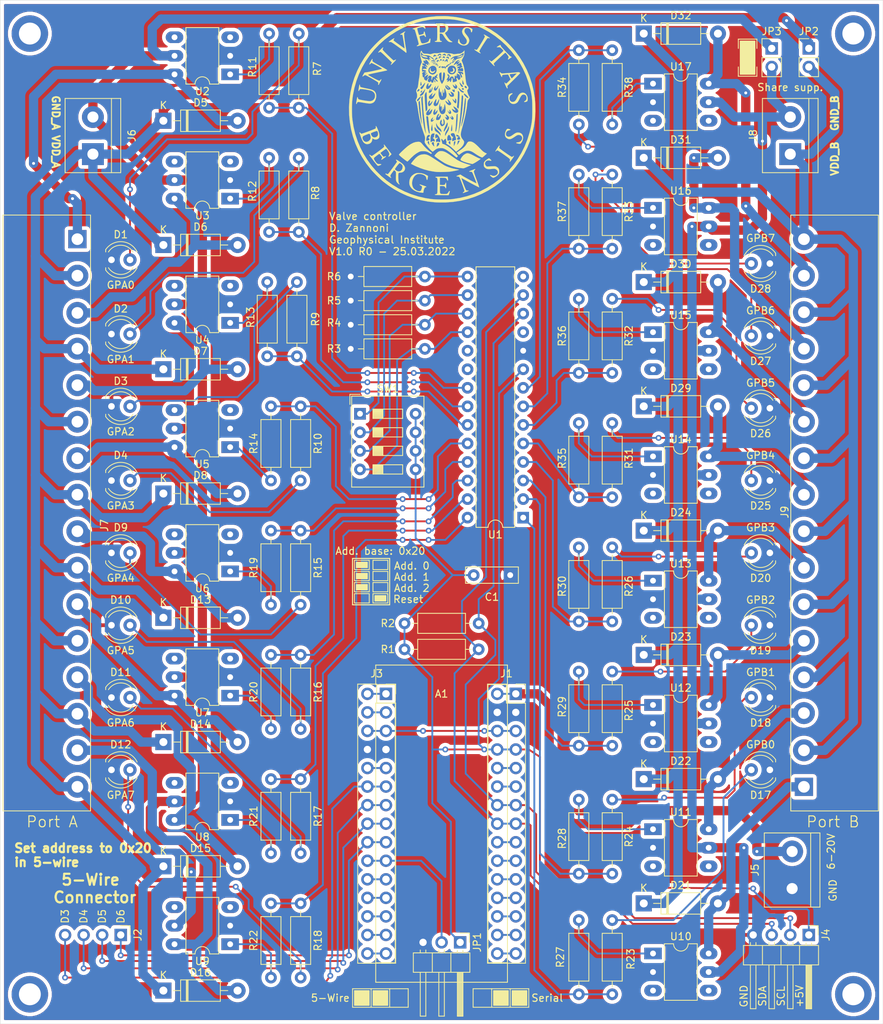
<source format=kicad_pcb>
(kicad_pcb (version 20171130) (host pcbnew "(5.1.8-0-10_14)")
  (layers (0 F.Cu signal hide) (31 B.Cu signal) (34 B.Paste user hide) (35 F.Paste user hide) (36 B.SilkS user hide) (37 F.SilkS user) (38 B.Mask user hide) (39 F.Mask user hide) (44 Edge.Cuts user))
  (net 0 "")
  (net 1 /D1)
  (net 2 +3V3)
  (net 3 /D0)
  (net 4 /AREF)
  (net 5 /RESET)
  (net 6 /A0)
  (net 7 GND)
  (net 8 /A1)
  (net 9 /D2)
  (net 10 /A2)
  (net 11 /D3)
  (net 12 /A3)
  (net 13 /D4)
  (net 14 SDA)
  (net 15 /D5)
  (net 16 SCL)
  (net 17 /D6)
  (net 18 /A6)
  (net 19 /D7)
  (net 20 /A7)
  (net 21 /D8)
  (net 22 +5V)
  (net 23 /D9)
  (net 24 /D10)
  (net 25 /D11)
  (net 26 VDD)
  (net 27 /D12)
  (net 28 /D13)
  (net 29 "Net-(D1-Pad2)")
  (net 30 "Net-(D2-Pad2)")
  (net 31 "Net-(D3-Pad2)")
  (net 32 "Net-(D4-Pad2)")
  (net 33 Valve_GPA0)
  (net 34 Vdrive_A)
  (net 35 Valve_GPA1)
  (net 36 Valve_GPA2)
  (net 37 Valve_GPA3)
  (net 38 "Net-(D9-Pad2)")
  (net 39 "Net-(D10-Pad2)")
  (net 40 "Net-(D11-Pad2)")
  (net 41 "Net-(D12-Pad2)")
  (net 42 Valve_GPA4)
  (net 43 Valve_GPA5)
  (net 44 Valve_GPA6)
  (net 45 Valve_GPA7)
  (net 46 "Net-(D17-Pad2)")
  (net 47 "Net-(D18-Pad2)")
  (net 48 "Net-(D19-Pad2)")
  (net 49 "Net-(D20-Pad2)")
  (net 50 Valve_GPB0)
  (net 51 Vdrive_B)
  (net 52 Valve_GPB1)
  (net 53 Valve_GPB2)
  (net 54 Valve_GPB3)
  (net 55 "Net-(D25-Pad2)")
  (net 56 "Net-(D26-Pad2)")
  (net 57 "Net-(D27-Pad2)")
  (net 58 "Net-(D28-Pad2)")
  (net 59 Valve_GPB4)
  (net 60 Valve_GPB5)
  (net 61 Valve_GPB6)
  (net 62 Valve_GPB7)
  (net 63 GND_A)
  (net 64 GND_B)
  (net 65 "Net-(R3-Pad1)")
  (net 66 "Net-(R4-Pad1)")
  (net 67 "Net-(R5-Pad1)")
  (net 68 "Net-(R6-Pad1)")
  (net 69 GPA0)
  (net 70 GPA1)
  (net 71 GPA2)
  (net 72 GPA3)
  (net 73 "Net-(R11-Pad1)")
  (net 74 "Net-(R12-Pad1)")
  (net 75 "Net-(R13-Pad1)")
  (net 76 "Net-(R14-Pad1)")
  (net 77 GPA4)
  (net 78 GPA5)
  (net 79 GPA6)
  (net 80 GPA7)
  (net 81 "Net-(R19-Pad1)")
  (net 82 "Net-(R20-Pad1)")
  (net 83 "Net-(R21-Pad1)")
  (net 84 "Net-(R22-Pad1)")
  (net 85 GPB0)
  (net 86 GPB1)
  (net 87 GPB2)
  (net 88 GPB3)
  (net 89 "Net-(R27-Pad1)")
  (net 90 "Net-(R28-Pad1)")
  (net 91 "Net-(R29-Pad1)")
  (net 92 "Net-(R30-Pad1)")
  (net 93 GPB4)
  (net 94 GPB5)
  (net 95 GPB6)
  (net 96 GPB7)
  (net 97 "Net-(R35-Pad1)")
  (net 98 "Net-(R36-Pad1)")
  (net 99 "Net-(R37-Pad1)")
  (net 100 "Net-(R38-Pad1)")
  (net 101 "Net-(U1-Pad19)")
  (net 102 "Net-(U1-Pad20)")
  (net 103 "Net-(U1-Pad11)")
  (net 104 "Net-(U1-Pad14)")
  (net 105 "Net-(U2-Pad4)")
  (net 106 "Net-(U2-Pad3)")
  (net 107 "Net-(U3-Pad4)")
  (net 108 "Net-(U3-Pad3)")
  (net 109 "Net-(U4-Pad3)")
  (net 110 "Net-(U4-Pad4)")
  (net 111 "Net-(U5-Pad3)")
  (net 112 "Net-(U5-Pad4)")
  (net 113 "Net-(U6-Pad4)")
  (net 114 "Net-(U6-Pad3)")
  (net 115 "Net-(U7-Pad4)")
  (net 116 "Net-(U7-Pad3)")
  (net 117 "Net-(U8-Pad3)")
  (net 118 "Net-(U8-Pad4)")
  (net 119 "Net-(U9-Pad3)")
  (net 120 "Net-(U9-Pad4)")
  (net 121 "Net-(U10-Pad4)")
  (net 122 "Net-(U10-Pad3)")
  (net 123 "Net-(U11-Pad3)")
  (net 124 "Net-(U11-Pad4)")
  (net 125 "Net-(U12-Pad4)")
  (net 126 "Net-(U12-Pad3)")
  (net 127 "Net-(U13-Pad3)")
  (net 128 "Net-(U13-Pad4)")
  (net 129 "Net-(U14-Pad4)")
  (net 130 "Net-(U14-Pad3)")
  (net 131 "Net-(U15-Pad3)")
  (net 132 "Net-(U15-Pad4)")
  (net 133 "Net-(U16-Pad4)")
  (net 134 "Net-(U16-Pad3)")
  (net 135 "Net-(U17-Pad3)")
  (net 136 "Net-(U17-Pad4)")
  (module Connector_PinHeader_2.54mm:PinHeader_1x04_P2.54mm_Horizontal (layer F.Cu) (at 106.68 150.876 270)
    (fp_text reference J2 (at 0 -2.33 270) (layer F.SilkS))
    (fp_text value "5-W control")
    (pad 4 thru_hole oval (at 0 7.62 270) (size 1.7 1.7) (drill 1) (layers *.Cu *.Mask) (net 11 /D3))
    (pad 3 thru_hole oval (at 0 5.08 270) (size 1.7 1.7) (drill 1) (layers *.Cu *.Mask) (net 13 /D4))
    (pad 2 thru_hole oval (at 0 2.54 270) (size 1.7 1.7) (drill 1) (layers *.Cu *.Mask) (net 15 /D5))
    (pad 1 thru_hole rect (at 0 0 270) (size 1.7 1.7) (drill 1) (layers *.Cu *.Mask) (net 17 /D6))
  )
  (module Resistor_THT:R_Axial_DIN0207_L6.3mm_D2.5mm_P10.16mm_Horizontal (layer F.Cu) (at 169.418 46.736 270)
    (fp_text reference R37 (at 5.08 2.286 90) (layer F.SilkS))
    (fp_text value 680)
    (pad 2 thru_hole oval (at 10.16 0 270) (size 1.6 1.6) (drill 0.8) (layers *.Cu *.Mask) (net 95 GPB6))
    (pad 1 thru_hole circle (at 0 0 270) (size 1.6 1.6) (drill 0.8) (layers *.Cu *.Mask) (net 99 "Net-(R37-Pad1)"))
  )
  (module Resistor_THT:R_Axial_DIN0207_L6.3mm_D2.5mm_P10.16mm_Horizontal (layer F.Cu) (at 169.418 63.754 270)
    (fp_text reference R36 (at 5.08 2.286 90) (layer F.SilkS))
    (fp_text value 680)
    (pad 1 thru_hole circle (at 0 0 270) (size 1.6 1.6) (drill 0.8) (layers *.Cu *.Mask) (net 98 "Net-(R36-Pad1)"))
    (pad 2 thru_hole oval (at 10.16 0 270) (size 1.6 1.6) (drill 0.8) (layers *.Cu *.Mask) (net 94 GPB5))
  )
  (module Resistor_THT:R_Axial_DIN0207_L6.3mm_D2.5mm_P10.16mm_Horizontal (layer F.Cu) (at 169.418 80.772 270)
    (fp_text reference R35 (at 4.826 2.286 90) (layer F.SilkS))
    (fp_text value 680)
    (pad 1 thru_hole circle (at 0 0 270) (size 1.6 1.6) (drill 0.8) (layers *.Cu *.Mask) (net 97 "Net-(R35-Pad1)"))
    (pad 2 thru_hole oval (at 10.16 0 270) (size 1.6 1.6) (drill 0.8) (layers *.Cu *.Mask) (net 93 GPB4))
  )
  (module Connector_PinHeader_2.54mm:PinHeader_1x04_P2.54mm_Horizontal (layer F.Cu) (at 200.914 150.876 270)
    (fp_text reference J4 (at 0 -2.33 90) (layer F.SilkS))
    (fp_text value "I2C bus connector")
    (pad 4 thru_hole oval (at 0 7.62 270) (size 1.7 1.7) (drill 1) (layers *.Cu *.Mask) (net 7 GND))
    (pad 3 thru_hole oval (at 0 5.08 270) (size 1.7 1.7) (drill 1) (layers *.Cu *.Mask) (net 14 SDA))
    (pad 2 thru_hole oval (at 0 2.54 270) (size 1.7 1.7) (drill 1) (layers *.Cu *.Mask) (net 16 SCL))
    (pad 1 thru_hole rect (at 0 0 270) (size 1.7 1.7) (drill 1) (layers *.Cu *.Mask) (net 22 +5V))
  )
  (module Resistor_THT:R_Axial_DIN0207_L6.3mm_D2.5mm_P10.16mm_Horizontal (layer F.Cu) (at 127 27.432 270)
    (fp_text reference R11 (at 4.572 2.286 90) (layer F.SilkS))
    (fp_text value 680)
    (pad 1 thru_hole circle (at 0 0 270) (size 1.6 1.6) (drill 0.8) (layers *.Cu *.Mask) (net 73 "Net-(R11-Pad1)"))
    (pad 2 thru_hole oval (at 10.16 0 270) (size 1.6 1.6) (drill 0.8) (layers *.Cu *.Mask) (net 69 GPA0))
  )
  (module Connector_PinHeader_2.54mm:PinHeader_1x03_P2.54mm_Horizontal (layer F.Cu) (at 153.162 151.892 270)
    (fp_text reference JP1 (at 0 -2.33 90) (layer F.SilkS))
    (fp_text value SolderJumper_3_Open)
    (pad 3 thru_hole oval (at 0 5.08 270) (size 1.7 1.7) (drill 1) (layers *.Cu *.Mask) (net 7 GND))
    (pad 2 thru_hole oval (at 0 2.54 270) (size 1.7 1.7) (drill 1) (layers *.Cu *.Mask) (net 19 /D7))
    (pad 1 thru_hole rect (at 0 0 270) (size 1.7 1.7) (drill 1) (layers *.Cu *.Mask) (net 22 +5V))
  )
  (module Capacitor_THT:C_Rect_L7.0mm_W2.0mm_P5.00mm (layer F.Cu) (at 160.02 101.6 180)
    (fp_text reference C1 (at 2.5 -3) (layer F.SilkS))
    (fp_text value C)
    (pad 2 thru_hole circle (at 5 0 180) (size 1.6 1.6) (drill 0.8) (layers *.Cu *.Mask) (net 22 +5V))
    (pad 1 thru_hole circle (at 0 0 180) (size 1.6 1.6) (drill 0.8) (layers *.Cu *.Mask) (net 7 GND))
  )
  (module Symbol:UiB (layer F.Cu) (at 150.622 37.846)
    (fp_text reference G*** hide)
    (fp_text value LOGO hide)
  )
  (module Resistor_THT:R_Axial_DIN0207_L6.3mm_D2.5mm_P10.16mm_Horizontal (layer F.Cu) (at 131.318 129.54 270)
    (fp_text reference R17 (at 5.08 -2.37 90) (layer F.SilkS))
    (fp_text value 220)
    (pad 2 thru_hole oval (at 10.16 0 270) (size 1.6 1.6) (drill 0.8) (layers *.Cu *.Mask) (net 40 "Net-(D11-Pad2)"))
    (pad 1 thru_hole circle (at 0 0 270) (size 1.6 1.6) (drill 0.8) (layers *.Cu *.Mask) (net 79 GPA6))
  )
  (module Module:Arduino_Nano (layer F.Cu) (at 143.002 117.856)
    (fp_text reference A1 (at 7.62 0) (layer F.SilkS))
    (fp_text value Arduino_Nano_v2.x)
    (pad 1 thru_hole rect (at 0 0) (size 1.6 1.6) (drill 1) (layers *.Cu *.Mask) (net 1 /D1))
    (pad 17 thru_hole oval (at 15.24 33.02) (size 1.6 1.6) (drill 1) (layers *.Cu *.Mask) (net 2 +3V3))
    (pad 2 thru_hole oval (at 0 2.54) (size 1.6 1.6) (drill 1) (layers *.Cu *.Mask) (net 3 /D0))
    (pad 18 thru_hole oval (at 15.24 30.48) (size 1.6 1.6) (drill 1) (layers *.Cu *.Mask) (net 4 /AREF))
    (pad 3 thru_hole oval (at 0 5.08) (size 1.6 1.6) (drill 1) (layers *.Cu *.Mask) (net 5 /RESET))
    (pad 19 thru_hole oval (at 15.24 27.94) (size 1.6 1.6) (drill 1) (layers *.Cu *.Mask) (net 6 /A0))
    (pad 4 thru_hole oval (at 0 7.62) (size 1.6 1.6) (drill 1) (layers *.Cu *.Mask) (net 7 GND))
    (pad 20 thru_hole oval (at 15.24 25.4) (size 1.6 1.6) (drill 1) (layers *.Cu *.Mask) (net 8 /A1))
    (pad 5 thru_hole oval (at 0 10.16) (size 1.6 1.6) (drill 1) (layers *.Cu *.Mask) (net 9 /D2))
    (pad 21 thru_hole oval (at 15.24 22.86) (size 1.6 1.6) (drill 1) (layers *.Cu *.Mask) (net 10 /A2))
    (pad 6 thru_hole oval (at 0 12.7) (size 1.6 1.6) (drill 1) (layers *.Cu *.Mask) (net 11 /D3))
    (pad 22 thru_hole oval (at 15.24 20.32) (size 1.6 1.6) (drill 1) (layers *.Cu *.Mask) (net 12 /A3))
    (pad 7 thru_hole oval (at 0 15.24) (size 1.6 1.6) (drill 1) (layers *.Cu *.Mask) (net 13 /D4))
    (pad 23 thru_hole oval (at 15.24 17.78) (size 1.6 1.6) (drill 1) (layers *.Cu *.Mask) (net 14 SDA))
    (pad 8 thru_hole oval (at 0 17.78) (size 1.6 1.6) (drill 1) (layers *.Cu *.Mask) (net 15 /D5))
    (pad 24 thru_hole oval (at 15.24 15.24) (size 1.6 1.6) (drill 1) (layers *.Cu *.Mask) (net 16 SCL))
    (pad 9 thru_hole oval (at 0 20.32) (size 1.6 1.6) (drill 1) (layers *.Cu *.Mask) (net 17 /D6))
    (pad 25 thru_hole oval (at 15.24 12.7) (size 1.6 1.6) (drill 1) (layers *.Cu *.Mask) (net 18 /A6))
    (pad 10 thru_hole oval (at 0 22.86) (size 1.6 1.6) (drill 1) (layers *.Cu *.Mask) (net 19 /D7))
    (pad 26 thru_hole oval (at 15.24 10.16) (size 1.6 1.6) (drill 1) (layers *.Cu *.Mask) (net 20 /A7))
    (pad 11 thru_hole oval (at 0 25.4) (size 1.6 1.6) (drill 1) (layers *.Cu *.Mask) (net 21 /D8))
    (pad 27 thru_hole oval (at 15.24 7.62) (size 1.6 1.6) (drill 1) (layers *.Cu *.Mask) (net 22 +5V))
    (pad 12 thru_hole oval (at 0 27.94) (size 1.6 1.6) (drill 1) (layers *.Cu *.Mask) (net 23 /D9))
    (pad 28 thru_hole oval (at 15.24 5.08) (size 1.6 1.6) (drill 1) (layers *.Cu *.Mask) (net 5 /RESET))
    (pad 13 thru_hole oval (at 0 30.48) (size 1.6 1.6) (drill 1) (layers *.Cu *.Mask) (net 24 /D10))
    (pad 29 thru_hole oval (at 15.24 2.54) (size 1.6 1.6) (drill 1) (layers *.Cu *.Mask) (net 7 GND))
    (pad 14 thru_hole oval (at 0 33.02) (size 1.6 1.6) (drill 1) (layers *.Cu *.Mask) (net 25 /D11))
    (pad 30 thru_hole oval (at 15.24 0) (size 1.6 1.6) (drill 1) (layers *.Cu *.Mask) (net 26 VDD))
    (pad 15 thru_hole oval (at 0 35.56) (size 1.6 1.6) (drill 1) (layers *.Cu *.Mask) (net 27 /D12))
    (pad 16 thru_hole oval (at 15.24 35.56) (size 1.6 1.6) (drill 1) (layers *.Cu *.Mask) (net 28 /D13))
  )
  (module LED_THT:LED_D4.0mm (layer F.Cu) (at 105.41 58.42)
    (fp_text reference D1 (at 1.27 -3.46) (layer F.SilkS))
    (fp_text value GPA0 (at 1.27 3.46) (layer F.SilkS))
    (pad 1 thru_hole rect (at 0 0) (size 1.8 1.8) (drill 0.9) (layers *.Cu *.Mask) (net 7 GND))
    (pad 2 thru_hole circle (at 2.54 0) (size 1.8 1.8) (drill 0.9) (layers *.Cu *.Mask) (net 29 "Net-(D1-Pad2)"))
  )
  (module LED_THT:LED_D4.0mm (layer F.Cu) (at 105.41 68.58)
    (fp_text reference D2 (at 1.27 -3.46) (layer F.SilkS))
    (fp_text value GPA1 (at 1.27 3.46) (layer F.SilkS))
    (pad 1 thru_hole rect (at 0 0) (size 1.8 1.8) (drill 0.9) (layers *.Cu *.Mask) (net 7 GND))
    (pad 2 thru_hole circle (at 2.54 0) (size 1.8 1.8) (drill 0.9) (layers *.Cu *.Mask) (net 30 "Net-(D2-Pad2)"))
  )
  (module LED_THT:LED_D4.0mm (layer F.Cu) (at 105.41 78.486)
    (fp_text reference D3 (at 1.27 -3.46) (layer F.SilkS))
    (fp_text value GPA2 (at 1.27 3.46) (layer F.SilkS))
    (pad 2 thru_hole circle (at 2.54 0) (size 1.8 1.8) (drill 0.9) (layers *.Cu *.Mask) (net 31 "Net-(D3-Pad2)"))
    (pad 1 thru_hole rect (at 0 0) (size 1.8 1.8) (drill 0.9) (layers *.Cu *.Mask) (net 7 GND))
  )
  (module LED_THT:LED_D4.0mm (layer F.Cu) (at 105.41 88.646)
    (fp_text reference D4 (at 1.27 -3.46) (layer F.SilkS))
    (fp_text value GPA3 (at 1.27 3.46) (layer F.SilkS))
    (pad 2 thru_hole circle (at 2.54 0) (size 1.8 1.8) (drill 0.9) (layers *.Cu *.Mask) (net 32 "Net-(D4-Pad2)"))
    (pad 1 thru_hole rect (at 0 0) (size 1.8 1.8) (drill 0.9) (layers *.Cu *.Mask) (net 7 GND))
  )
  (module Diode_THT:D_DO-41_SOD81_P10.16mm_Horizontal (layer F.Cu) (at 112.522 39.37)
    (fp_text reference D5 (at 5.08 -2.47) (layer F.SilkS))
    (fp_text value 1N4005)
    (fp_text user K (at 0 -2.1) (layer F.SilkS))
    (pad 2 thru_hole oval (at 10.16 0) (size 2.2 2.2) (drill 1.1) (layers *.Cu *.Mask) (net 33 Valve_GPA0))
    (pad 1 thru_hole rect (at 0 0) (size 2.2 2.2) (drill 1.1) (layers *.Cu *.Mask) (net 34 Vdrive_A))
  )
  (module Diode_THT:D_DO-41_SOD81_P10.16mm_Horizontal (layer F.Cu) (at 112.522 56.388)
    (fp_text reference D6 (at 5.08 -2.47) (layer F.SilkS))
    (fp_text value 1N4005)
    (fp_text user K (at 0 -2.1) (layer F.SilkS))
    (pad 2 thru_hole oval (at 10.16 0) (size 2.2 2.2) (drill 1.1) (layers *.Cu *.Mask) (net 35 Valve_GPA1))
    (pad 1 thru_hole rect (at 0 0) (size 2.2 2.2) (drill 1.1) (layers *.Cu *.Mask) (net 34 Vdrive_A))
  )
  (module Diode_THT:D_DO-41_SOD81_P10.16mm_Horizontal (layer F.Cu) (at 112.522 73.406)
    (fp_text reference D7 (at 5.08 -2.47) (layer F.SilkS))
    (fp_text value 1N4005)
    (fp_text user K (at 0 -2.1) (layer F.SilkS))
    (pad 1 thru_hole rect (at 0 0) (size 2.2 2.2) (drill 1.1) (layers *.Cu *.Mask) (net 34 Vdrive_A))
    (pad 2 thru_hole oval (at 10.16 0) (size 2.2 2.2) (drill 1.1) (layers *.Cu *.Mask) (net 36 Valve_GPA2))
  )
  (module Diode_THT:D_DO-41_SOD81_P10.16mm_Horizontal (layer F.Cu) (at 112.522 90.424)
    (fp_text reference D8 (at 5.08 -2.47) (layer F.SilkS))
    (fp_text value 1N4005)
    (fp_text user K (at 0 -2.1) (layer F.SilkS))
    (pad 1 thru_hole rect (at 0 0) (size 2.2 2.2) (drill 1.1) (layers *.Cu *.Mask) (net 34 Vdrive_A))
    (pad 2 thru_hole oval (at 10.16 0) (size 2.2 2.2) (drill 1.1) (layers *.Cu *.Mask) (net 37 Valve_GPA3))
  )
  (module LED_THT:LED_D4.0mm (layer F.Cu) (at 105.41 98.552)
    (fp_text reference D9 (at 1.27 -3.46) (layer F.SilkS))
    (fp_text value GPA4 (at 1.27 3.46) (layer F.SilkS))
    (pad 1 thru_hole rect (at 0 0) (size 1.8 1.8) (drill 0.9) (layers *.Cu *.Mask) (net 7 GND))
    (pad 2 thru_hole circle (at 2.54 0) (size 1.8 1.8) (drill 0.9) (layers *.Cu *.Mask) (net 38 "Net-(D9-Pad2)"))
  )
  (module LED_THT:LED_D4.0mm (layer F.Cu) (at 105.41 108.458)
    (fp_text reference D10 (at 1.27 -3.46) (layer F.SilkS))
    (fp_text value GPA5 (at 1.27 3.46) (layer F.SilkS))
    (pad 1 thru_hole rect (at 0 0) (size 1.8 1.8) (drill 0.9) (layers *.Cu *.Mask) (net 7 GND))
    (pad 2 thru_hole circle (at 2.54 0) (size 1.8 1.8) (drill 0.9) (layers *.Cu *.Mask) (net 39 "Net-(D10-Pad2)"))
  )
  (module LED_THT:LED_D4.0mm (layer F.Cu) (at 105.41 118.364)
    (fp_text reference D11 (at 1.27 -3.46) (layer F.SilkS))
    (fp_text value GPA6 (at 1.27 3.46) (layer F.SilkS))
    (pad 1 thru_hole rect (at 0 0) (size 1.8 1.8) (drill 0.9) (layers *.Cu *.Mask) (net 7 GND))
    (pad 2 thru_hole circle (at 2.54 0) (size 1.8 1.8) (drill 0.9) (layers *.Cu *.Mask) (net 40 "Net-(D11-Pad2)"))
  )
  (module LED_THT:LED_D4.0mm (layer F.Cu) (at 105.41 128.27)
    (fp_text reference D12 (at 1.27 -3.46) (layer F.SilkS))
    (fp_text value GPA7 (at 1.27 3.46) (layer F.SilkS))
    (pad 2 thru_hole circle (at 2.54 0) (size 1.8 1.8) (drill 0.9) (layers *.Cu *.Mask) (net 41 "Net-(D12-Pad2)"))
    (pad 1 thru_hole rect (at 0 0) (size 1.8 1.8) (drill 0.9) (layers *.Cu *.Mask) (net 7 GND))
  )
  (module Diode_THT:D_DO-41_SOD81_P10.16mm_Horizontal (layer F.Cu) (at 112.522 107.442)
    (fp_text reference D13 (at 5.08 -2.47) (layer F.SilkS))
    (fp_text value 1N4005)
    (fp_text user K (at 0 -2.1) (layer F.SilkS))
    (pad 2 thru_hole oval (at 10.16 0) (size 2.2 2.2) (drill 1.1) (layers *.Cu *.Mask) (net 42 Valve_GPA4))
    (pad 1 thru_hole rect (at 0 0) (size 2.2 2.2) (drill 1.1) (layers *.Cu *.Mask) (net 34 Vdrive_A))
  )
  (module Diode_THT:D_DO-41_SOD81_P10.16mm_Horizontal (layer F.Cu) (at 112.522 124.46)
    (fp_text reference D14 (at 5.08 -2.47) (layer F.SilkS))
    (fp_text value 1N4005)
    (fp_text user K (at 0 -2.1) (layer F.SilkS))
    (pad 2 thru_hole oval (at 10.16 0) (size 2.2 2.2) (drill 1.1) (layers *.Cu *.Mask) (net 43 Valve_GPA5))
    (pad 1 thru_hole rect (at 0 0) (size 2.2 2.2) (drill 1.1) (layers *.Cu *.Mask) (net 34 Vdrive_A))
  )
  (module Diode_THT:D_DO-41_SOD81_P10.16mm_Horizontal (layer F.Cu) (at 112.522 141.478)
    (fp_text reference D15 (at 5.08 -2.47) (layer F.SilkS))
    (fp_text value 1N4005)
    (fp_text user K (at 0 -2.1) (layer F.SilkS))
    (pad 1 thru_hole rect (at 0 0) (size 2.2 2.2) (drill 1.1) (layers *.Cu *.Mask) (net 34 Vdrive_A))
    (pad 2 thru_hole oval (at 10.16 0) (size 2.2 2.2) (drill 1.1) (layers *.Cu *.Mask) (net 44 Valve_GPA6))
  )
  (module Diode_THT:D_DO-41_SOD81_P10.16mm_Horizontal (layer F.Cu) (at 112.522 158.496)
    (fp_text reference D16 (at 5.08 -2.47) (layer F.SilkS))
    (fp_text value 1N4005)
    (fp_text user K (at 0 -2.1) (layer F.SilkS))
    (pad 1 thru_hole rect (at 0 0) (size 2.2 2.2) (drill 1.1) (layers *.Cu *.Mask) (net 34 Vdrive_A))
    (pad 2 thru_hole oval (at 10.16 0) (size 2.2 2.2) (drill 1.1) (layers *.Cu *.Mask) (net 45 Valve_GPA7))
  )
  (module LED_THT:LED_D4.0mm (layer F.Cu) (at 195.58 128.27 180)
    (fp_text reference D17 (at 1.27 -3.46) (layer F.SilkS))
    (fp_text value GPB0 (at 1.27 3.46) (layer F.SilkS))
    (pad 1 thru_hole rect (at 0 0 180) (size 1.8 1.8) (drill 0.9) (layers *.Cu *.Mask) (net 7 GND))
    (pad 2 thru_hole circle (at 2.54 0 180) (size 1.8 1.8) (drill 0.9) (layers *.Cu *.Mask) (net 46 "Net-(D17-Pad2)"))
  )
  (module LED_THT:LED_D4.0mm (layer F.Cu) (at 195.58 118.364 180)
    (fp_text reference D18 (at 1.27 -3.46) (layer F.SilkS))
    (fp_text value GPB1 (at 1.27 3.46) (layer F.SilkS))
    (pad 2 thru_hole circle (at 2.54 0 180) (size 1.8 1.8) (drill 0.9) (layers *.Cu *.Mask) (net 47 "Net-(D18-Pad2)"))
    (pad 1 thru_hole rect (at 0 0 180) (size 1.8 1.8) (drill 0.9) (layers *.Cu *.Mask) (net 7 GND))
  )
  (module LED_THT:LED_D4.0mm (layer F.Cu) (at 195.58 108.458 180)
    (fp_text reference D19 (at 1.27 -3.46) (layer F.SilkS))
    (fp_text value GPB2 (at 1.27 3.46) (layer F.SilkS))
    (pad 1 thru_hole rect (at 0 0 180) (size 1.8 1.8) (drill 0.9) (layers *.Cu *.Mask) (net 7 GND))
    (pad 2 thru_hole circle (at 2.54 0 180) (size 1.8 1.8) (drill 0.9) (layers *.Cu *.Mask) (net 48 "Net-(D19-Pad2)"))
  )
  (module LED_THT:LED_D4.0mm (layer F.Cu) (at 195.58 98.552 180)
    (fp_text reference D20 (at 1.27 -3.46) (layer F.SilkS))
    (fp_text value GPB3 (at 1.27 3.46) (layer F.SilkS))
    (pad 2 thru_hole circle (at 2.54 0 180) (size 1.8 1.8) (drill 0.9) (layers *.Cu *.Mask) (net 49 "Net-(D20-Pad2)"))
    (pad 1 thru_hole rect (at 0 0 180) (size 1.8 1.8) (drill 0.9) (layers *.Cu *.Mask) (net 7 GND))
  )
  (module Diode_THT:D_DO-41_SOD81_P10.16mm_Horizontal (layer F.Cu) (at 178.308 146.558)
    (fp_text reference D21 (at 5.08 -2.47) (layer F.SilkS))
    (fp_text value 1N4005)
    (fp_text user K (at 0 -2.1) (layer F.SilkS))
    (pad 2 thru_hole oval (at 10.16 0) (size 2.2 2.2) (drill 1.1) (layers *.Cu *.Mask) (net 50 Valve_GPB0))
    (pad 1 thru_hole rect (at 0 0) (size 2.2 2.2) (drill 1.1) (layers *.Cu *.Mask) (net 51 Vdrive_B))
  )
  (module Diode_THT:D_DO-41_SOD81_P10.16mm_Horizontal (layer F.Cu) (at 178.308 129.54)
    (fp_text reference D22 (at 5.08 -2.47) (layer F.SilkS))
    (fp_text value 1N4005)
    (fp_text user K (at 0 -2.1) (layer F.SilkS))
    (pad 2 thru_hole oval (at 10.16 0) (size 2.2 2.2) (drill 1.1) (layers *.Cu *.Mask) (net 52 Valve_GPB1))
    (pad 1 thru_hole rect (at 0 0) (size 2.2 2.2) (drill 1.1) (layers *.Cu *.Mask) (net 51 Vdrive_B))
  )
  (module Diode_THT:D_DO-41_SOD81_P10.16mm_Horizontal (layer F.Cu) (at 178.308 112.522)
    (fp_text reference D23 (at 5.08 -2.47) (layer F.SilkS))
    (fp_text value 1N4005)
    (fp_text user K (at 0 -2.1) (layer F.SilkS))
    (pad 2 thru_hole oval (at 10.16 0) (size 2.2 2.2) (drill 1.1) (layers *.Cu *.Mask) (net 53 Valve_GPB2))
    (pad 1 thru_hole rect (at 0 0) (size 2.2 2.2) (drill 1.1) (layers *.Cu *.Mask) (net 51 Vdrive_B))
  )
  (module Diode_THT:D_DO-41_SOD81_P10.16mm_Horizontal (layer F.Cu) (at 178.308 95.504)
    (fp_text reference D24 (at 5.08 -2.47) (layer F.SilkS))
    (fp_text value 1N4005)
    (fp_text user K (at 0 -2.1) (layer F.SilkS))
    (pad 1 thru_hole rect (at 0 0) (size 2.2 2.2) (drill 1.1) (layers *.Cu *.Mask) (net 51 Vdrive_B))
    (pad 2 thru_hole oval (at 10.16 0) (size 2.2 2.2) (drill 1.1) (layers *.Cu *.Mask) (net 54 Valve_GPB3))
  )
  (module LED_THT:LED_D4.0mm (layer F.Cu) (at 195.58 88.646 180)
    (fp_text reference D25 (at 1.27 -3.46) (layer F.SilkS))
    (fp_text value GPB4 (at 1.27 3.46) (layer F.SilkS))
    (pad 1 thru_hole rect (at 0 0 180) (size 1.8 1.8) (drill 0.9) (layers *.Cu *.Mask) (net 7 GND))
    (pad 2 thru_hole circle (at 2.54 0 180) (size 1.8 1.8) (drill 0.9) (layers *.Cu *.Mask) (net 55 "Net-(D25-Pad2)"))
  )
  (module LED_THT:LED_D4.0mm (layer F.Cu) (at 195.58 78.74 180)
    (fp_text reference D26 (at 1.27 -3.46) (layer F.SilkS))
    (fp_text value GPB5 (at 1.27 3.46) (layer F.SilkS))
    (pad 2 thru_hole circle (at 2.54 0 180) (size 1.8 1.8) (drill 0.9) (layers *.Cu *.Mask) (net 56 "Net-(D26-Pad2)"))
    (pad 1 thru_hole rect (at 0 0 180) (size 1.8 1.8) (drill 0.9) (layers *.Cu *.Mask) (net 7 GND))
  )
  (module LED_THT:LED_D4.0mm (layer F.Cu) (at 195.58 68.834 180)
    (fp_text reference D27 (at 1.27 -3.46) (layer F.SilkS))
    (fp_text value GPB6 (at 1.27 3.46) (layer F.SilkS))
    (pad 2 thru_hole circle (at 2.54 0 180) (size 1.8 1.8) (drill 0.9) (layers *.Cu *.Mask) (net 57 "Net-(D27-Pad2)"))
    (pad 1 thru_hole rect (at 0 0 180) (size 1.8 1.8) (drill 0.9) (layers *.Cu *.Mask) (net 7 GND))
  )
  (module LED_THT:LED_D4.0mm (layer F.Cu) (at 195.58 58.928 180)
    (fp_text reference D28 (at 1.27 -3.46) (layer F.SilkS))
    (fp_text value GPB7 (at 1.27 3.46) (layer F.SilkS))
    (pad 2 thru_hole circle (at 2.54 0 180) (size 1.8 1.8) (drill 0.9) (layers *.Cu *.Mask) (net 58 "Net-(D28-Pad2)"))
    (pad 1 thru_hole rect (at 0 0 180) (size 1.8 1.8) (drill 0.9) (layers *.Cu *.Mask) (net 7 GND))
  )
  (module Diode_THT:D_DO-41_SOD81_P10.16mm_Horizontal (layer F.Cu) (at 178.308 78.486)
    (fp_text reference D29 (at 5.08 -2.47) (layer F.SilkS))
    (fp_text value 1N4005)
    (fp_text user K (at 0 -2.1) (layer F.SilkS))
    (pad 1 thru_hole rect (at 0 0) (size 2.2 2.2) (drill 1.1) (layers *.Cu *.Mask) (net 51 Vdrive_B))
    (pad 2 thru_hole oval (at 10.16 0) (size 2.2 2.2) (drill 1.1) (layers *.Cu *.Mask) (net 59 Valve_GPB4))
  )
  (module Diode_THT:D_DO-41_SOD81_P10.16mm_Horizontal (layer F.Cu) (at 178.308 61.468)
    (fp_text reference D30 (at 5.08 -2.47) (layer F.SilkS))
    (fp_text value 1N4005)
    (fp_text user K (at 0 -2.1) (layer F.SilkS))
    (pad 1 thru_hole rect (at 0 0) (size 2.2 2.2) (drill 1.1) (layers *.Cu *.Mask) (net 51 Vdrive_B))
    (pad 2 thru_hole oval (at 10.16 0) (size 2.2 2.2) (drill 1.1) (layers *.Cu *.Mask) (net 60 Valve_GPB5))
  )
  (module Diode_THT:D_DO-41_SOD81_P10.16mm_Horizontal (layer F.Cu) (at 178.308 44.45)
    (fp_text reference D31 (at 5.08 -2.47) (layer F.SilkS))
    (fp_text value 1N4005)
    (fp_text user K (at 0 -2.1) (layer F.SilkS))
    (pad 1 thru_hole rect (at 0 0) (size 2.2 2.2) (drill 1.1) (layers *.Cu *.Mask) (net 51 Vdrive_B))
    (pad 2 thru_hole oval (at 10.16 0) (size 2.2 2.2) (drill 1.1) (layers *.Cu *.Mask) (net 61 Valve_GPB6))
  )
  (module Diode_THT:D_DO-41_SOD81_P10.16mm_Horizontal (layer F.Cu) (at 178.308 27.432)
    (fp_text reference D32 (at 5.08 -2.47) (layer F.SilkS))
    (fp_text value 1N4005)
    (fp_text user K (at 0 -2.1) (layer F.SilkS))
    (pad 2 thru_hole oval (at 10.16 0) (size 2.2 2.2) (drill 1.1) (layers *.Cu *.Mask) (net 62 Valve_GPB7))
    (pad 1 thru_hole rect (at 0 0) (size 2.2 2.2) (drill 1.1) (layers *.Cu *.Mask) (net 51 Vdrive_B))
  )
  (module Connector_PinSocket_2.54mm:PinSocket_2x15_P2.54mm_Vertical (layer F.Cu) (at 160.782 117.856)
    (fp_text reference J1 (at -1.27 -2.77) (layer F.SilkS))
    (fp_text value Arduino_LeftSide)
    (pad 1 thru_hole rect (at 0 0) (size 1.7 1.7) (drill 1) (layers *.Cu *.Mask) (net 26 VDD))
    (pad 2 thru_hole oval (at -2.54 0) (size 1.7 1.7) (drill 1) (layers *.Cu *.Mask) (net 26 VDD))
    (pad 3 thru_hole oval (at 0 2.54) (size 1.7 1.7) (drill 1) (layers *.Cu *.Mask) (net 7 GND))
    (pad 4 thru_hole oval (at -2.54 2.54) (size 1.7 1.7) (drill 1) (layers *.Cu *.Mask) (net 7 GND))
    (pad 5 thru_hole oval (at 0 5.08) (size 1.7 1.7) (drill 1) (layers *.Cu *.Mask) (net 5 /RESET))
    (pad 6 thru_hole oval (at -2.54 5.08) (size 1.7 1.7) (drill 1) (layers *.Cu *.Mask) (net 5 /RESET))
    (pad 7 thru_hole oval (at 0 7.62) (size 1.7 1.7) (drill 1) (layers *.Cu *.Mask) (net 22 +5V))
    (pad 8 thru_hole oval (at -2.54 7.62) (size 1.7 1.7) (drill 1) (layers *.Cu *.Mask) (net 22 +5V))
    (pad 9 thru_hole oval (at 0 10.16) (size 1.7 1.7) (drill 1) (layers *.Cu *.Mask) (net 20 /A7))
    (pad 10 thru_hole oval (at -2.54 10.16) (size 1.7 1.7) (drill 1) (layers *.Cu *.Mask) (net 20 /A7))
    (pad 11 thru_hole oval (at 0 12.7) (size 1.7 1.7) (drill 1) (layers *.Cu *.Mask) (net 18 /A6))
    (pad 12 thru_hole oval (at -2.54 12.7) (size 1.7 1.7) (drill 1) (layers *.Cu *.Mask) (net 18 /A6))
    (pad 13 thru_hole oval (at 0 15.24) (size 1.7 1.7) (drill 1) (layers *.Cu *.Mask) (net 16 SCL))
    (pad 14 thru_hole oval (at -2.54 15.24) (size 1.7 1.7) (drill 1) (layers *.Cu *.Mask) (net 16 SCL))
    (pad 15 thru_hole oval (at 0 17.78) (size 1.7 1.7) (drill 1) (layers *.Cu *.Mask) (net 14 SDA))
    (pad 16 thru_hole oval (at -2.54 17.78) (size 1.7 1.7) (drill 1) (layers *.Cu *.Mask) (net 14 SDA))
    (pad 17 thru_hole oval (at 0 20.32) (size 1.7 1.7) (drill 1) (layers *.Cu *.Mask) (net 12 /A3))
    (pad 18 thru_hole oval (at -2.54 20.32) (size 1.7 1.7) (drill 1) (layers *.Cu *.Mask) (net 12 /A3))
    (pad 19 thru_hole oval (at 0 22.86) (size 1.7 1.7) (drill 1) (layers *.Cu *.Mask) (net 10 /A2))
    (pad 20 thru_hole oval (at -2.54 22.86) (size 1.7 1.7) (drill 1) (layers *.Cu *.Mask) (net 10 /A2))
    (pad 21 thru_hole oval (at 0 25.4) (size 1.7 1.7) (drill 1) (layers *.Cu *.Mask) (net 8 /A1))
    (pad 22 thru_hole oval (at -2.54 25.4) (size 1.7 1.7) (drill 1) (layers *.Cu *.Mask) (net 8 /A1))
    (pad 23 thru_hole oval (at 0 27.94) (size 1.7 1.7) (drill 1) (layers *.Cu *.Mask) (net 6 /A0))
    (pad 24 thru_hole oval (at -2.54 27.94) (size 1.7 1.7) (drill 1) (layers *.Cu *.Mask) (net 6 /A0))
    (pad 25 thru_hole oval (at 0 30.48) (size 1.7 1.7) (drill 1) (layers *.Cu *.Mask) (net 4 /AREF))
    (pad 26 thru_hole oval (at -2.54 30.48) (size 1.7 1.7) (drill 1) (layers *.Cu *.Mask) (net 4 /AREF))
    (pad 27 thru_hole oval (at 0 33.02) (size 1.7 1.7) (drill 1) (layers *.Cu *.Mask) (net 2 +3V3))
    (pad 28 thru_hole oval (at -2.54 33.02) (size 1.7 1.7) (drill 1) (layers *.Cu *.Mask) (net 2 +3V3))
    (pad 29 thru_hole oval (at 0 35.56) (size 1.7 1.7) (drill 1) (layers *.Cu *.Mask) (net 28 /D13))
    (pad 30 thru_hole oval (at -2.54 35.56) (size 1.7 1.7) (drill 1) (layers *.Cu *.Mask) (net 28 /D13))
  )
  (module Connector_PinSocket_2.54mm:PinSocket_2x15_P2.54mm_Vertical (layer F.Cu) (at 143.002 117.856)
    (fp_text reference J3 (at -1.27 -2.77) (layer F.SilkS))
    (fp_text value Arduino_RightSide)
    (pad 30 thru_hole oval (at -2.54 35.56) (size 1.7 1.7) (drill 1) (layers *.Cu *.Mask) (net 27 /D12))
    (pad 29 thru_hole oval (at 0 35.56) (size 1.7 1.7) (drill 1) (layers *.Cu *.Mask) (net 27 /D12))
    (pad 28 thru_hole oval (at -2.54 33.02) (size 1.7 1.7) (drill 1) (layers *.Cu *.Mask) (net 25 /D11))
    (pad 27 thru_hole oval (at 0 33.02) (size 1.7 1.7) (drill 1) (layers *.Cu *.Mask) (net 25 /D11))
    (pad 26 thru_hole oval (at -2.54 30.48) (size 1.7 1.7) (drill 1) (layers *.Cu *.Mask) (net 24 /D10))
    (pad 25 thru_hole oval (at 0 30.48) (size 1.7 1.7) (drill 1) (layers *.Cu *.Mask) (net 24 /D10))
    (pad 24 thru_hole oval (at -2.54 27.94) (size 1.7 1.7) (drill 1) (layers *.Cu *.Mask) (net 23 /D9))
    (pad 23 thru_hole oval (at 0 27.94) (size 1.7 1.7) (drill 1) (layers *.Cu *.Mask) (net 23 /D9))
    (pad 22 thru_hole oval (at -2.54 25.4) (size 1.7 1.7) (drill 1) (layers *.Cu *.Mask) (net 21 /D8))
    (pad 21 thru_hole oval (at 0 25.4) (size 1.7 1.7) (drill 1) (layers *.Cu *.Mask) (net 21 /D8))
    (pad 20 thru_hole oval (at -2.54 22.86) (size 1.7 1.7) (drill 1) (layers *.Cu *.Mask) (net 19 /D7))
    (pad 19 thru_hole oval (at 0 22.86) (size 1.7 1.7) (drill 1) (layers *.Cu *.Mask) (net 19 /D7))
    (pad 18 thru_hole oval (at -2.54 20.32) (size 1.7 1.7) (drill 1) (layers *.Cu *.Mask) (net 17 /D6))
    (pad 17 thru_hole oval (at 0 20.32) (size 1.7 1.7) (drill 1) (layers *.Cu *.Mask) (net 17 /D6))
    (pad 16 thru_hole oval (at -2.54 17.78) (size 1.7 1.7) (drill 1) (layers *.Cu *.Mask) (net 15 /D5))
    (pad 15 thru_hole oval (at 0 17.78) (size 1.7 1.7) (drill 1) (layers *.Cu *.Mask) (net 15 /D5))
    (pad 14 thru_hole oval (at -2.54 15.24) (size 1.7 1.7) (drill 1) (layers *.Cu *.Mask) (net 13 /D4))
    (pad 13 thru_hole oval (at 0 15.24) (size 1.7 1.7) (drill 1) (layers *.Cu *.Mask) (net 13 /D4))
    (pad 12 thru_hole oval (at -2.54 12.7) (size 1.7 1.7) (drill 1) (layers *.Cu *.Mask) (net 11 /D3))
    (pad 11 thru_hole oval (at 0 12.7) (size 1.7 1.7) (drill 1) (layers *.Cu *.Mask) (net 11 /D3))
    (pad 10 thru_hole oval (at -2.54 10.16) (size 1.7 1.7) (drill 1) (layers *.Cu *.Mask) (net 9 /D2))
    (pad 9 thru_hole oval (at 0 10.16) (size 1.7 1.7) (drill 1) (layers *.Cu *.Mask) (net 9 /D2))
    (pad 8 thru_hole oval (at -2.54 7.62) (size 1.7 1.7) (drill 1) (layers *.Cu *.Mask) (net 7 GND))
    (pad 7 thru_hole oval (at 0 7.62) (size 1.7 1.7) (drill 1) (layers *.Cu *.Mask) (net 7 GND))
    (pad 6 thru_hole oval (at -2.54 5.08) (size 1.7 1.7) (drill 1) (layers *.Cu *.Mask) (net 5 /RESET))
    (pad 5 thru_hole oval (at 0 5.08) (size 1.7 1.7) (drill 1) (layers *.Cu *.Mask) (net 5 /RESET))
    (pad 4 thru_hole oval (at -2.54 2.54) (size 1.7 1.7) (drill 1) (layers *.Cu *.Mask) (net 3 /D0))
    (pad 3 thru_hole oval (at 0 2.54) (size 1.7 1.7) (drill 1) (layers *.Cu *.Mask) (net 3 /D0))
    (pad 2 thru_hole oval (at -2.54 0) (size 1.7 1.7) (drill 1) (layers *.Cu *.Mask) (net 1 /D1))
    (pad 1 thru_hole rect (at 0 0) (size 1.7 1.7) (drill 1) (layers *.Cu *.Mask) (net 1 /D1))
  )
  (module TerminalBlock:TerminalBlock_bornier-2_P5.08mm (layer F.Cu) (at 198.628 144.526 90)
    (fp_text reference J5 (at 2.54 -5.08 90) (layer F.SilkS))
    (fp_text value "External PS")
    (pad 1 thru_hole rect (at 0 0 90) (size 3 3) (drill 1.52) (layers *.Cu *.Mask) (net 7 GND))
    (pad 2 thru_hole circle (at 5.08 0 90) (size 3 3) (drill 1.52) (layers *.Cu *.Mask) (net 26 VDD))
  )
  (module TerminalBlock:TerminalBlock_bornier-2_P5.08mm (layer F.Cu) (at 102.87 43.942 90)
    (fp_text reference J6 (at 2.54 5.334 90) (layer F.SilkS))
    (fp_text value "PS Relay A")
    (pad 2 thru_hole circle (at 5.08 0 90) (size 3 3) (drill 1.52) (layers *.Cu *.Mask) (net 63 GND_A))
    (pad 1 thru_hole rect (at 0 0 90) (size 3 3) (drill 1.52) (layers *.Cu *.Mask) (net 34 Vdrive_A))
  )
  (module TerminalBlock_TE-Connectivity:1-2350513-6 (layer F.Cu) (at 98.044 94.488 270)
    (fp_text reference J7 (at 0.3 -6.4 90) (layer F.SilkS))
    (fp_text value "GPA Valves Conn")
    (pad 16 thru_hole circle (at 36.1 -2.7 270) (size 3 3) (drill 1.6) (layers *.Cu *.Mask) (net 34 Vdrive_A))
    (pad 15 thru_hole circle (at 31.1 -2.7 270) (size 3 3) (drill 1.6) (layers *.Cu *.Mask) (net 45 Valve_GPA7))
    (pad 14 thru_hole circle (at 26.1 -2.7 270) (size 3 3) (drill 1.6) (layers *.Cu *.Mask) (net 34 Vdrive_A))
    (pad 13 thru_hole circle (at 21.1 -2.7 270) (size 3 3) (drill 1.6) (layers *.Cu *.Mask) (net 44 Valve_GPA6))
    (pad 12 thru_hole circle (at 16.1 -2.7 270) (size 3 3) (drill 1.6) (layers *.Cu *.Mask) (net 34 Vdrive_A))
    (pad 11 thru_hole circle (at 11.1 -2.7 270) (size 3 3) (drill 1.6) (layers *.Cu *.Mask) (net 43 Valve_GPA5))
    (pad 10 thru_hole circle (at 6.1 -2.7 270) (size 3 3) (drill 1.6) (layers *.Cu *.Mask) (net 34 Vdrive_A))
    (pad 9 thru_hole circle (at 1.1 -2.7 270) (size 3 3) (drill 1.6) (layers *.Cu *.Mask) (net 42 Valve_GPA4))
    (pad 8 thru_hole circle (at -3.9 -2.7 270) (size 3 3) (drill 1.6) (layers *.Cu *.Mask) (net 34 Vdrive_A))
    (pad 7 thru_hole circle (at -8.9 -2.7 270) (size 3 3) (drill 1.6) (layers *.Cu *.Mask) (net 37 Valve_GPA3))
    (pad 6 thru_hole circle (at -13.9 -2.7 270) (size 3 3) (drill 1.6) (layers *.Cu *.Mask) (net 34 Vdrive_A))
    (pad 5 thru_hole circle (at -18.9 -2.7 270) (size 3 3) (drill 1.6) (layers *.Cu *.Mask) (net 36 Valve_GPA2))
    (pad 4 thru_hole circle (at -23.9 -2.7 270) (size 3 3) (drill 1.6) (layers *.Cu *.Mask) (net 34 Vdrive_A))
    (pad 3 thru_hole circle (at -28.8 -2.7 270) (size 3 3) (drill 1.6) (layers *.Cu *.Mask) (net 35 Valve_GPA1))
    (pad 2 thru_hole circle (at -33.9 -2.7 270) (size 3 3) (drill 1.6) (layers *.Cu *.Mask) (net 34 Vdrive_A))
    (pad 1 thru_hole rect (at -38.9 -2.7 270) (size 2.5 2.5) (drill 1.6) (layers *.Cu *.Mask) (net 33 Valve_GPA0))
  )
  (module TerminalBlock:TerminalBlock_bornier-2_P5.08mm (layer F.Cu) (at 198.374 43.942 90)
    (fp_text reference J8 (at 2.54 -5.08 90) (layer F.SilkS))
    (fp_text value "PS Relay B")
    (pad 1 thru_hole rect (at 0 0 90) (size 3 3) (drill 1.52) (layers *.Cu *.Mask) (net 51 Vdrive_B))
    (pad 2 thru_hole circle (at 5.08 0 90) (size 3 3) (drill 1.52) (layers *.Cu *.Mask) (net 64 GND_B))
  )
  (module TerminalBlock_TE-Connectivity:1-2350513-6 (layer F.Cu) (at 202.946 91.694 90)
    (fp_text reference J9 (at -1.27 -5.334 90) (layer F.SilkS))
    (fp_text value "GPB Valves Conn")
    (pad 1 thru_hole rect (at -38.9 -2.7 90) (size 2.5 2.5) (drill 1.6) (layers *.Cu *.Mask) (net 50 Valve_GPB0))
    (pad 2 thru_hole circle (at -33.9 -2.7 90) (size 3 3) (drill 1.6) (layers *.Cu *.Mask) (net 51 Vdrive_B))
    (pad 3 thru_hole circle (at -28.8 -2.7 90) (size 3 3) (drill 1.6) (layers *.Cu *.Mask) (net 52 Valve_GPB1))
    (pad 4 thru_hole circle (at -23.9 -2.7 90) (size 3 3) (drill 1.6) (layers *.Cu *.Mask) (net 51 Vdrive_B))
    (pad 5 thru_hole circle (at -18.9 -2.7 90) (size 3 3) (drill 1.6) (layers *.Cu *.Mask) (net 53 Valve_GPB2))
    (pad 6 thru_hole circle (at -13.9 -2.7 90) (size 3 3) (drill 1.6) (layers *.Cu *.Mask) (net 51 Vdrive_B))
    (pad 7 thru_hole circle (at -8.9 -2.7 90) (size 3 3) (drill 1.6) (layers *.Cu *.Mask) (net 54 Valve_GPB3))
    (pad 8 thru_hole circle (at -3.9 -2.7 90) (size 3 3) (drill 1.6) (layers *.Cu *.Mask) (net 51 Vdrive_B))
    (pad 9 thru_hole circle (at 1.1 -2.7 90) (size 3 3) (drill 1.6) (layers *.Cu *.Mask) (net 59 Valve_GPB4))
    (pad 10 thru_hole circle (at 6.1 -2.7 90) (size 3 3) (drill 1.6) (layers *.Cu *.Mask) (net 51 Vdrive_B))
    (pad 11 thru_hole circle (at 11.1 -2.7 90) (size 3 3) (drill 1.6) (layers *.Cu *.Mask) (net 60 Valve_GPB5))
    (pad 12 thru_hole circle (at 16.1 -2.7 90) (size 3 3) (drill 1.6) (layers *.Cu *.Mask) (net 51 Vdrive_B))
    (pad 13 thru_hole circle (at 21.1 -2.7 90) (size 3 3) (drill 1.6) (layers *.Cu *.Mask) (net 61 Valve_GPB6))
    (pad 14 thru_hole circle (at 26.1 -2.7 90) (size 3 3) (drill 1.6) (layers *.Cu *.Mask) (net 51 Vdrive_B))
    (pad 15 thru_hole circle (at 31.1 -2.7 90) (size 3 3) (drill 1.6) (layers *.Cu *.Mask) (net 62 Valve_GPB7))
    (pad 16 thru_hole circle (at 36.1 -2.7 90) (size 3 3) (drill 1.6) (layers *.Cu *.Mask) (net 51 Vdrive_B))
  )
  (module Connector_PinHeader_2.54mm:PinHeader_1x02_P2.54mm_Vertical (layer F.Cu) (at 200.914 29.464)
    (fp_text reference JP2 (at 0 -2.33) (layer F.SilkS))
    (fp_text value "Vdrive_relay Jumper")
    (pad 2 thru_hole oval (at 0 2.54) (size 1.7 1.7) (drill 1) (layers *.Cu *.Mask) (net 51 Vdrive_B))
    (pad 1 thru_hole rect (at 0 0) (size 1.7 1.7) (drill 1) (layers *.Cu *.Mask) (net 34 Vdrive_A))
  )
  (module Connector_PinHeader_2.54mm:PinHeader_1x02_P2.54mm_Vertical (layer F.Cu) (at 195.834 29.464)
    (fp_text reference JP3 (at 0 -2.33) (layer F.SilkS))
    (fp_text value "GND_relay Jumper")
    (pad 1 thru_hole rect (at 0 0) (size 1.7 1.7) (drill 1) (layers *.Cu *.Mask) (net 63 GND_A))
    (pad 2 thru_hole oval (at 0 2.54) (size 1.7 1.7) (drill 1) (layers *.Cu *.Mask) (net 64 GND_B))
  )
  (module Resistor_THT:R_Axial_DIN0207_L6.3mm_D2.5mm_P10.16mm_Horizontal (layer F.Cu) (at 145.542 111.76)
    (fp_text reference R1 (at -2.286 0) (layer F.SilkS))
    (fp_text value 1k)
    (pad 2 thru_hole oval (at 10.16 0) (size 1.6 1.6) (drill 0.8) (layers *.Cu *.Mask) (net 14 SDA))
    (pad 1 thru_hole circle (at 0 0) (size 1.6 1.6) (drill 0.8) (layers *.Cu *.Mask) (net 22 +5V))
  )
  (module Resistor_THT:R_Axial_DIN0207_L6.3mm_D2.5mm_P10.16mm_Horizontal (layer F.Cu) (at 145.542 108.204)
    (fp_text reference R2 (at -2.286 0) (layer F.SilkS))
    (fp_text value 1k)
    (pad 2 thru_hole oval (at 10.16 0) (size 1.6 1.6) (drill 0.8) (layers *.Cu *.Mask) (net 16 SCL))
    (pad 1 thru_hole circle (at 0 0) (size 1.6 1.6) (drill 0.8) (layers *.Cu *.Mask) (net 22 +5V))
  )
  (module Resistor_THT:R_Axial_DIN0207_L6.3mm_D2.5mm_P10.16mm_Horizontal (layer F.Cu) (at 148.336 70.612 180)
    (fp_text reference R3 (at 12.446 0) (layer F.SilkS))
    (fp_text value 10k)
    (pad 2 thru_hole oval (at 10.16 0 180) (size 1.6 1.6) (drill 0.8) (layers *.Cu *.Mask) (net 7 GND))
    (pad 1 thru_hole circle (at 0 0 180) (size 1.6 1.6) (drill 0.8) (layers *.Cu *.Mask) (net 65 "Net-(R3-Pad1)"))
  )
  (module Resistor_THT:R_Axial_DIN0207_L6.3mm_D2.5mm_P10.16mm_Horizontal (layer F.Cu) (at 148.336 67.31 180)
    (fp_text reference R4 (at 12.446 0.254) (layer F.SilkS))
    (fp_text value 10k)
    (pad 2 thru_hole oval (at 10.16 0 180) (size 1.6 1.6) (drill 0.8) (layers *.Cu *.Mask) (net 7 GND))
    (pad 1 thru_hole circle (at 0 0 180) (size 1.6 1.6) (drill 0.8) (layers *.Cu *.Mask) (net 66 "Net-(R4-Pad1)"))
  )
  (module Resistor_THT:R_Axial_DIN0207_L6.3mm_D2.5mm_P10.16mm_Horizontal (layer F.Cu) (at 148.336 64.008 180)
    (fp_text reference R5 (at 12.446 0) (layer F.SilkS))
    (fp_text value R)
    (pad 1 thru_hole circle (at 0 0 180) (size 1.6 1.6) (drill 0.8) (layers *.Cu *.Mask) (net 67 "Net-(R5-Pad1)"))
    (pad 2 thru_hole oval (at 10.16 0 180) (size 1.6 1.6) (drill 0.8) (layers *.Cu *.Mask) (net 7 GND))
  )
  (module Resistor_THT:R_Axial_DIN0207_L6.3mm_D2.5mm_P10.16mm_Horizontal (layer F.Cu) (at 148.336 60.706 180)
    (fp_text reference R6 (at 12.446 0) (layer F.SilkS))
    (fp_text value R)
    (pad 2 thru_hole oval (at 10.16 0 180) (size 1.6 1.6) (drill 0.8) (layers *.Cu *.Mask) (net 7 GND))
    (pad 1 thru_hole circle (at 0 0 180) (size 1.6 1.6) (drill 0.8) (layers *.Cu *.Mask) (net 68 "Net-(R6-Pad1)"))
  )
  (module Resistor_THT:R_Axial_DIN0207_L6.3mm_D2.5mm_P10.16mm_Horizontal (layer F.Cu) (at 131.064 37.592 90)
    (fp_text reference R7 (at 5.334 2.54 90) (layer F.SilkS))
    (fp_text value 220)
    (pad 2 thru_hole oval (at 10.16 0 90) (size 1.6 1.6) (drill 0.8) (layers *.Cu *.Mask) (net 29 "Net-(D1-Pad2)"))
    (pad 1 thru_hole circle (at 0 0 90) (size 1.6 1.6) (drill 0.8) (layers *.Cu *.Mask) (net 69 GPA0))
  )
  (module Resistor_THT:R_Axial_DIN0207_L6.3mm_D2.5mm_P10.16mm_Horizontal (layer F.Cu) (at 131.064 54.61 90)
    (fp_text reference R8 (at 5.334 2.286 90) (layer F.SilkS))
    (fp_text value 220)
    (pad 1 thru_hole circle (at 0 0 90) (size 1.6 1.6) (drill 0.8) (layers *.Cu *.Mask) (net 70 GPA1))
    (pad 2 thru_hole oval (at 10.16 0 90) (size 1.6 1.6) (drill 0.8) (layers *.Cu *.Mask) (net 30 "Net-(D2-Pad2)"))
  )
  (module Resistor_THT:R_Axial_DIN0207_L6.3mm_D2.5mm_P10.16mm_Horizontal (layer F.Cu) (at 130.81 71.628 90)
    (fp_text reference R9 (at 5.08 2.54 90) (layer F.SilkS))
    (fp_text value 220)
    (pad 2 thru_hole oval (at 10.16 0 90) (size 1.6 1.6) (drill 0.8) (layers *.Cu *.Mask) (net 31 "Net-(D3-Pad2)"))
    (pad 1 thru_hole circle (at 0 0 90) (size 1.6 1.6) (drill 0.8) (layers *.Cu *.Mask) (net 71 GPA2))
  )
  (module Resistor_THT:R_Axial_DIN0207_L6.3mm_D2.5mm_P10.16mm_Horizontal (layer F.Cu) (at 131.318 78.486 270)
    (fp_text reference R10 (at 5.08 -2.37 90) (layer F.SilkS))
    (fp_text value 220)
    (pad 1 thru_hole circle (at 0 0 270) (size 1.6 1.6) (drill 0.8) (layers *.Cu *.Mask) (net 72 GPA3))
    (pad 2 thru_hole oval (at 10.16 0 270) (size 1.6 1.6) (drill 0.8) (layers *.Cu *.Mask) (net 32 "Net-(D4-Pad2)"))
  )
  (module Resistor_THT:R_Axial_DIN0207_L6.3mm_D2.5mm_P10.16mm_Horizontal (layer F.Cu) (at 127 44.45 270)
    (fp_text reference R12 (at 4.572 2.286 90) (layer F.SilkS))
    (fp_text value 680)
    (pad 2 thru_hole oval (at 10.16 0 270) (size 1.6 1.6) (drill 0.8) (layers *.Cu *.Mask) (net 70 GPA1))
    (pad 1 thru_hole circle (at 0 0 270) (size 1.6 1.6) (drill 0.8) (layers *.Cu *.Mask) (net 74 "Net-(R12-Pad1)"))
  )
  (module Resistor_THT:R_Axial_DIN0207_L6.3mm_D2.5mm_P10.16mm_Horizontal (layer F.Cu) (at 126.746 61.468 270)
    (fp_text reference R13 (at 4.826 2.286 90) (layer F.SilkS))
    (fp_text value 680)
    (pad 1 thru_hole circle (at 0 0 270) (size 1.6 1.6) (drill 0.8) (layers *.Cu *.Mask) (net 75 "Net-(R13-Pad1)"))
    (pad 2 thru_hole oval (at 10.16 0 270) (size 1.6 1.6) (drill 0.8) (layers *.Cu *.Mask) (net 71 GPA2))
  )
  (module Resistor_THT:R_Axial_DIN0207_L6.3mm_D2.5mm_P10.16mm_Horizontal (layer F.Cu) (at 127.254 88.646 90)
    (fp_text reference R14 (at 5.08 -2.37 90) (layer F.SilkS))
    (fp_text value 680)
    (pad 2 thru_hole oval (at 10.16 0 90) (size 1.6 1.6) (drill 0.8) (layers *.Cu *.Mask) (net 72 GPA3))
    (pad 1 thru_hole circle (at 0 0 90) (size 1.6 1.6) (drill 0.8) (layers *.Cu *.Mask) (net 76 "Net-(R14-Pad1)"))
  )
  (module Resistor_THT:R_Axial_DIN0207_L6.3mm_D2.5mm_P10.16mm_Horizontal (layer F.Cu) (at 131.318 95.504 270)
    (fp_text reference R15 (at 5.08 -2.37 90) (layer F.SilkS))
    (fp_text value 220)
    (pad 1 thru_hole circle (at 0 0 270) (size 1.6 1.6) (drill 0.8) (layers *.Cu *.Mask) (net 77 GPA4))
    (pad 2 thru_hole oval (at 10.16 0 270) (size 1.6 1.6) (drill 0.8) (layers *.Cu *.Mask) (net 38 "Net-(D9-Pad2)"))
  )
  (module Resistor_THT:R_Axial_DIN0207_L6.3mm_D2.5mm_P10.16mm_Horizontal (layer F.Cu) (at 131.318 112.522 270)
    (fp_text reference R16 (at 5.08 -2.37 90) (layer F.SilkS))
    (fp_text value 220)
    (pad 1 thru_hole circle (at 0 0 270) (size 1.6 1.6) (drill 0.8) (layers *.Cu *.Mask) (net 78 GPA5))
    (pad 2 thru_hole oval (at 10.16 0 270) (size 1.6 1.6) (drill 0.8) (layers *.Cu *.Mask) (net 39 "Net-(D10-Pad2)"))
  )
  (module Resistor_THT:R_Axial_DIN0207_L6.3mm_D2.5mm_P10.16mm_Horizontal (layer F.Cu) (at 131.318 146.558 270)
    (fp_text reference R18 (at 5.08 -2.37 90) (layer F.SilkS))
    (fp_text value 220)
    (pad 1 thru_hole circle (at 0 0 270) (size 1.6 1.6) (drill 0.8) (layers *.Cu *.Mask) (net 80 GPA7))
    (pad 2 thru_hole oval (at 10.16 0 270) (size 1.6 1.6) (drill 0.8) (layers *.Cu *.Mask) (net 41 "Net-(D12-Pad2)"))
  )
  (module Resistor_THT:R_Axial_DIN0207_L6.3mm_D2.5mm_P10.16mm_Horizontal (layer F.Cu) (at 127.254 105.664 90)
    (fp_text reference R19 (at 5.08 -2.37 90) (layer F.SilkS))
    (fp_text value 680)
    (pad 2 thru_hole oval (at 10.16 0 90) (size 1.6 1.6) (drill 0.8) (layers *.Cu *.Mask) (net 77 GPA4))
    (pad 1 thru_hole circle (at 0 0 90) (size 1.6 1.6) (drill 0.8) (layers *.Cu *.Mask) (net 81 "Net-(R19-Pad1)"))
  )
  (module Resistor_THT:R_Axial_DIN0207_L6.3mm_D2.5mm_P10.16mm_Horizontal (layer F.Cu) (at 127.254 122.682 90)
    (fp_text reference R20 (at 5.08 -2.37 90) (layer F.SilkS))
    (fp_text value 680)
    (pad 2 thru_hole oval (at 10.16 0 90) (size 1.6 1.6) (drill 0.8) (layers *.Cu *.Mask) (net 78 GPA5))
    (pad 1 thru_hole circle (at 0 0 90) (size 1.6 1.6) (drill 0.8) (layers *.Cu *.Mask) (net 82 "Net-(R20-Pad1)"))
  )
  (module Resistor_THT:R_Axial_DIN0207_L6.3mm_D2.5mm_P10.16mm_Horizontal (layer F.Cu) (at 127.254 139.7 90)
    (fp_text reference R21 (at 5.08 -2.37 90) (layer F.SilkS))
    (fp_text value 680)
    (pad 2 thru_hole oval (at 10.16 0 90) (size 1.6 1.6) (drill 0.8) (layers *.Cu *.Mask) (net 79 GPA6))
    (pad 1 thru_hole circle (at 0 0 90) (size 1.6 1.6) (drill 0.8) (layers *.Cu *.Mask) (net 83 "Net-(R21-Pad1)"))
  )
  (module Resistor_THT:R_Axial_DIN0207_L6.3mm_D2.5mm_P10.16mm_Horizontal (layer F.Cu) (at 127.254 156.718 90)
    (fp_text reference R22 (at 5.08 -2.37 90) (layer F.SilkS))
    (fp_text value 680)
    (pad 1 thru_hole circle (at 0 0 90) (size 1.6 1.6) (drill 0.8) (layers *.Cu *.Mask) (net 84 "Net-(R22-Pad1)"))
    (pad 2 thru_hole oval (at 10.16 0 90) (size 1.6 1.6) (drill 0.8) (layers *.Cu *.Mask) (net 80 GPA7))
  )
  (module Resistor_THT:R_Axial_DIN0207_L6.3mm_D2.5mm_P10.16mm_Horizontal (layer F.Cu) (at 173.99 159.004 90)
    (fp_text reference R23 (at 4.826 2.54 90) (layer F.SilkS))
    (fp_text value 220)
    (pad 2 thru_hole oval (at 10.16 0 90) (size 1.6 1.6) (drill 0.8) (layers *.Cu *.Mask) (net 46 "Net-(D17-Pad2)"))
    (pad 1 thru_hole circle (at 0 0 90) (size 1.6 1.6) (drill 0.8) (layers *.Cu *.Mask) (net 85 GPB0))
  )
  (module Resistor_THT:R_Axial_DIN0207_L6.3mm_D2.5mm_P10.16mm_Horizontal (layer F.Cu) (at 173.99 142.494 90)
    (fp_text reference R24 (at 5.08 2.286 90) (layer F.SilkS))
    (fp_text value 220)
    (pad 2 thru_hole oval (at 10.16 0 90) (size 1.6 1.6) (drill 0.8) (layers *.Cu *.Mask) (net 47 "Net-(D18-Pad2)"))
    (pad 1 thru_hole circle (at 0 0 90) (size 1.6 1.6) (drill 0.8) (layers *.Cu *.Mask) (net 86 GPB1))
  )
  (module Resistor_THT:R_Axial_DIN0207_L6.3mm_D2.5mm_P10.16mm_Horizontal (layer F.Cu) (at 173.99 124.968 90)
    (fp_text reference R25 (at 4.826 2.286 90) (layer F.SilkS))
    (fp_text value 220)
    (pad 2 thru_hole oval (at 10.16 0 90) (size 1.6 1.6) (drill 0.8) (layers *.Cu *.Mask) (net 48 "Net-(D19-Pad2)"))
    (pad 1 thru_hole circle (at 0 0 90) (size 1.6 1.6) (drill 0.8) (layers *.Cu *.Mask) (net 87 GPB2))
  )
  (module Resistor_THT:R_Axial_DIN0207_L6.3mm_D2.5mm_P10.16mm_Horizontal (layer F.Cu) (at 173.99 107.95 90)
    (fp_text reference R26 (at 4.826 2.286 90) (layer F.SilkS))
    (fp_text value 220)
    (pad 1 thru_hole circle (at 0 0 90) (size 1.6 1.6) (drill 0.8) (layers *.Cu *.Mask) (net 88 GPB3))
    (pad 2 thru_hole oval (at 10.16 0 90) (size 1.6 1.6) (drill 0.8) (layers *.Cu *.Mask) (net 49 "Net-(D20-Pad2)"))
  )
  (module Resistor_THT:R_Axial_DIN0207_L6.3mm_D2.5mm_P10.16mm_Horizontal (layer F.Cu) (at 169.418 148.844 270)
    (fp_text reference R27 (at 5.08 2.54 90) (layer F.SilkS))
    (fp_text value 680)
    (pad 1 thru_hole circle (at 0 0 270) (size 1.6 1.6) (drill 0.8) (layers *.Cu *.Mask) (net 89 "Net-(R27-Pad1)"))
    (pad 2 thru_hole oval (at 10.16 0 270) (size 1.6 1.6) (drill 0.8) (layers *.Cu *.Mask) (net 85 GPB0))
  )
  (module Resistor_THT:R_Axial_DIN0207_L6.3mm_D2.5mm_P10.16mm_Horizontal (layer F.Cu) (at 169.418 132.334 270)
    (fp_text reference R28 (at 5.334 2.286 90) (layer F.SilkS))
    (fp_text value 680)
    (pad 2 thru_hole oval (at 10.16 0 270) (size 1.6 1.6) (drill 0.8) (layers *.Cu *.Mask) (net 86 GPB1))
    (pad 1 thru_hole circle (at 0 0 270) (size 1.6 1.6) (drill 0.8) (layers *.Cu *.Mask) (net 90 "Net-(R28-Pad1)"))
  )
  (module Resistor_THT:R_Axial_DIN0207_L6.3mm_D2.5mm_P10.16mm_Horizontal (layer F.Cu) (at 169.418 114.808 270)
    (fp_text reference R29 (at 4.826 2.286 90) (layer F.SilkS))
    (fp_text value 680)
    (pad 1 thru_hole circle (at 0 0 270) (size 1.6 1.6) (drill 0.8) (layers *.Cu *.Mask) (net 91 "Net-(R29-Pad1)"))
    (pad 2 thru_hole oval (at 10.16 0 270) (size 1.6 1.6) (drill 0.8) (layers *.Cu *.Mask) (net 87 GPB2))
  )
  (module Resistor_THT:R_Axial_DIN0207_L6.3mm_D2.5mm_P10.16mm_Horizontal (layer F.Cu) (at 169.418 97.79 270)
    (fp_text reference R30 (at 5.334 2.286 90) (layer F.SilkS))
    (fp_text value 680)
    (pad 1 thru_hole circle (at 0 0 270) (size 1.6 1.6) (drill 0.8) (layers *.Cu *.Mask) (net 92 "Net-(R30-Pad1)"))
    (pad 2 thru_hole oval (at 10.16 0 270) (size 1.6 1.6) (drill 0.8) (layers *.Cu *.Mask) (net 88 GPB3))
  )
  (module Resistor_THT:R_Axial_DIN0207_L6.3mm_D2.5mm_P10.16mm_Horizontal (layer F.Cu) (at 173.99 90.932 90)
    (fp_text reference R31 (at 5.334 2.286 90) (layer F.SilkS))
    (fp_text value 220)
    (pad 1 thru_hole circle (at 0 0 90) (size 1.6 1.6) (drill 0.8) (layers *.Cu *.Mask) (net 93 GPB4))
    (pad 2 thru_hole oval (at 10.16 0 90) (size 1.6 1.6) (drill 0.8) (layers *.Cu *.Mask) (net 55 "Net-(D25-Pad2)"))
  )
  (module Resistor_THT:R_Axial_DIN0207_L6.3mm_D2.5mm_P10.16mm_Horizontal (layer F.Cu) (at 173.99 73.914 90)
    (fp_text reference R32 (at 5.08 2.286 90) (layer F.SilkS))
    (fp_text value 220)
    (pad 1 thru_hole circle (at 0 0 90) (size 1.6 1.6) (drill 0.8) (layers *.Cu *.Mask) (net 94 GPB5))
    (pad 2 thru_hole oval (at 10.16 0 90) (size 1.6 1.6) (drill 0.8) (layers *.Cu *.Mask) (net 56 "Net-(D26-Pad2)"))
  )
  (module Resistor_THT:R_Axial_DIN0207_L6.3mm_D2.5mm_P10.16mm_Horizontal (layer F.Cu) (at 173.99 56.896 90)
    (fp_text reference R33 (at 5.08 2.286 90) (layer F.SilkS))
    (fp_text value 220)
    (pad 1 thru_hole circle (at 0 0 90) (size 1.6 1.6) (drill 0.8) (layers *.Cu *.Mask) (net 95 GPB6))
    (pad 2 thru_hole oval (at 10.16 0 90) (size 1.6 1.6) (drill 0.8) (layers *.Cu *.Mask) (net 57 "Net-(D27-Pad2)"))
  )
  (module Resistor_THT:R_Axial_DIN0207_L6.3mm_D2.5mm_P10.16mm_Horizontal (layer F.Cu) (at 169.418 29.718 270)
    (fp_text reference R34 (at 5.08 2.286 90) (layer F.SilkS))
    (fp_text value 220)
    (pad 1 thru_hole circle (at 0 0 270) (size 1.6 1.6) (drill 0.8) (layers *.Cu *.Mask) (net 96 GPB7))
    (pad 2 thru_hole oval (at 10.16 0 270) (size 1.6 1.6) (drill 0.8) (layers *.Cu *.Mask) (net 58 "Net-(D28-Pad2)"))
  )
  (module Resistor_THT:R_Axial_DIN0207_L6.3mm_D2.5mm_P10.16mm_Horizontal (layer F.Cu) (at 173.99 39.878 90)
    (fp_text reference R38 (at 5.08 2.286 90) (layer F.SilkS))
    (fp_text value 680)
    (pad 2 thru_hole oval (at 10.16 0 90) (size 1.6 1.6) (drill 0.8) (layers *.Cu *.Mask) (net 96 GPB7))
    (pad 1 thru_hole circle (at 0 0 90) (size 1.6 1.6) (drill 0.8) (layers *.Cu *.Mask) (net 100 "Net-(R38-Pad1)"))
  )
  (module Button_Switch_THT:SW_DIP_SPSTx04_Slide_9.78x12.34mm_W7.62mm_P2.54mm (layer F.Cu) (at 139.446 79.502)
    (fp_text reference SW1 (at 3.81 -3.42) (layer F.SilkS))
    (fp_text value "MCP ADD selector")
    (pad 1 thru_hole rect (at 0 0) (size 1.6 1.6) (drill 0.8) (layers *.Cu *.Mask) (net 68 "Net-(R6-Pad1)"))
    (pad 5 thru_hole oval (at 7.62 7.62) (size 1.6 1.6) (drill 0.8) (layers *.Cu *.Mask) (net 22 +5V))
    (pad 2 thru_hole oval (at 0 2.54) (size 1.6 1.6) (drill 0.8) (layers *.Cu *.Mask) (net 67 "Net-(R5-Pad1)"))
    (pad 6 thru_hole oval (at 7.62 5.08) (size 1.6 1.6) (drill 0.8) (layers *.Cu *.Mask) (net 22 +5V))
    (pad 3 thru_hole oval (at 0 5.08) (size 1.6 1.6) (drill 0.8) (layers *.Cu *.Mask) (net 66 "Net-(R4-Pad1)"))
    (pad 7 thru_hole oval (at 7.62 2.54) (size 1.6 1.6) (drill 0.8) (layers *.Cu *.Mask) (net 22 +5V))
    (pad 4 thru_hole oval (at 0 7.62) (size 1.6 1.6) (drill 0.8) (layers *.Cu *.Mask) (net 65 "Net-(R3-Pad1)"))
    (pad 8 thru_hole oval (at 7.62 0) (size 1.6 1.6) (drill 0.8) (layers *.Cu *.Mask) (net 22 +5V))
  )
  (module Package_DIP:DIP-28_W7.62mm (layer F.Cu) (at 161.798 93.726 180)
    (fp_text reference U1 (at 3.81 -2.33) (layer F.SilkS))
    (fp_text value MCP23017_SP)
    (pad 1 thru_hole rect (at 0 0 180) (size 1.6 1.6) (drill 0.8) (layers *.Cu *.Mask) (net 85 GPB0))
    (pad 15 thru_hole oval (at 7.62 33.02 180) (size 1.6 1.6) (drill 0.8) (layers *.Cu *.Mask) (net 68 "Net-(R6-Pad1)"))
    (pad 2 thru_hole oval (at 0 2.54 180) (size 1.6 1.6) (drill 0.8) (layers *.Cu *.Mask) (net 86 GPB1))
    (pad 16 thru_hole oval (at 7.62 30.48 180) (size 1.6 1.6) (drill 0.8) (layers *.Cu *.Mask) (net 67 "Net-(R5-Pad1)"))
    (pad 3 thru_hole oval (at 0 5.08 180) (size 1.6 1.6) (drill 0.8) (layers *.Cu *.Mask) (net 87 GPB2))
    (pad 17 thru_hole oval (at 7.62 27.94 180) (size 1.6 1.6) (drill 0.8) (layers *.Cu *.Mask) (net 66 "Net-(R4-Pad1)"))
    (pad 4 thru_hole oval (at 0 7.62 180) (size 1.6 1.6) (drill 0.8) (layers *.Cu *.Mask) (net 88 GPB3))
    (pad 18 thru_hole oval (at 7.62 25.4 180) (size 1.6 1.6) (drill 0.8) (layers *.Cu *.Mask) (net 65 "Net-(R3-Pad1)"))
    (pad 5 thru_hole oval (at 0 10.16 180) (size 1.6 1.6) (drill 0.8) (layers *.Cu *.Mask) (net 93 GPB4))
    (pad 19 thru_hole oval (at 7.62 22.86 180) (size 1.6 1.6) (drill 0.8) (layers *.Cu *.Mask) (net 101 "Net-(U1-Pad19)"))
    (pad 6 thru_hole oval (at 0 12.7 180) (size 1.6 1.6) (drill 0.8) (layers *.Cu *.Mask) (net 94 GPB5))
    (pad 20 thru_hole oval (at 7.62 20.32 180) (size 1.6 1.6) (drill 0.8) (layers *.Cu *.Mask) (net 102 "Net-(U1-Pad20)"))
    (pad 7 thru_hole oval (at 0 15.24 180) (size 1.6 1.6) (drill 0.8) (layers *.Cu *.Mask) (net 95 GPB6))
    (pad 21 thru_hole oval (at 7.62 17.78 180) (size 1.6 1.6) (drill 0.8) (layers *.Cu *.Mask) (net 69 GPA0))
    (pad 8 thru_hole oval (at 0 17.78 180) (size 1.6 1.6) (drill 0.8) (layers *.Cu *.Mask) (net 96 GPB7))
    (pad 22 thru_hole oval (at 7.62 15.24 180) (size 1.6 1.6) (drill 0.8) (layers *.Cu *.Mask) (net 70 GPA1))
    (pad 9 thru_hole oval (at 0 20.32 180) (size 1.6 1.6) (drill 0.8) (layers *.Cu *.Mask) (net 22 +5V))
    (pad 23 thru_hole oval (at 7.62 12.7 180) (size 1.6 1.6) (drill 0.8) (layers *.Cu *.Mask) (net 71 GPA2))
    (pad 10 thru_hole oval (at 0 22.86 180) (size 1.6 1.6) (drill 0.8) (layers *.Cu *.Mask) (net 7 GND))
    (pad 24 thru_hole oval (at 7.62 10.16 180) (size 1.6 1.6) (drill 0.8) (layers *.Cu *.Mask) (net 72 GPA3))
    (pad 11 thru_hole oval (at 0 25.4 180) (size 1.6 1.6) (drill 0.8) (layers *.Cu *.Mask) (net 103 "Net-(U1-Pad11)"))
    (pad 25 thru_hole oval (at 7.62 7.62 180) (size 1.6 1.6) (drill 0.8) (layers *.Cu *.Mask) (net 77 GPA4))
    (pad 12 thru_hole oval (at 0 27.94 180) (size 1.6 1.6) (drill 0.8) (layers *.Cu *.Mask) (net 16 SCL))
    (pad 26 thru_hole oval (at 7.62 5.08 180) (size 1.6 1.6) (drill 0.8) (layers *.Cu *.Mask) (net 78 GPA5))
    (pad 13 thru_hole oval (at 0 30.48 180) (size 1.6 1.6) (drill 0.8) (layers *.Cu *.Mask) (net 14 SDA))
    (pad 27 thru_hole oval (at 7.62 2.54 180) (size 1.6 1.6) (drill 0.8) (layers *.Cu *.Mask) (net 79 GPA6))
    (pad 14 thru_hole oval (at 0 33.02 180) (size 1.6 1.6) (drill 0.8) (layers *.Cu *.Mask) (net 104 "Net-(U1-Pad14)"))
    (pad 28 thru_hole oval (at 7.62 0 180) (size 1.6 1.6) (drill 0.8) (layers *.Cu *.Mask) (net 80 GPA7))
  )
  (module Package_DIP:DIP-6_W7.62mm_LongPads (layer F.Cu) (at 121.666 33.02 180)
    (fp_text reference U2 (at 3.81 -2.33) (layer F.SilkS))
    (fp_text value AQV252G)
    (pad 1 thru_hole rect (at 0 0 180) (size 2.4 1.6) (drill 0.8) (layers *.Cu *.Mask) (net 73 "Net-(R11-Pad1)"))
    (pad 4 thru_hole oval (at 7.62 5.08 180) (size 2.4 1.6) (drill 0.8) (layers *.Cu *.Mask) (net 105 "Net-(U2-Pad4)"))
    (pad 2 thru_hole oval (at 0 2.54 180) (size 2.4 1.6) (drill 0.8) (layers *.Cu *.Mask) (net 7 GND))
    (pad 5 thru_hole oval (at 7.62 2.54 180) (size 2.4 1.6) (drill 0.8) (layers *.Cu *.Mask) (net 63 GND_A))
    (pad 3 thru_hole oval (at 0 5.08 180) (size 2.4 1.6) (drill 0.8) (layers *.Cu *.Mask) (net 106 "Net-(U2-Pad3)"))
    (pad 6 thru_hole oval (at 7.62 0 180) (size 2.4 1.6) (drill 0.8) (layers *.Cu *.Mask) (net 33 Valve_GPA0))
  )
  (module Package_DIP:DIP-6_W7.62mm_LongPads (layer F.Cu) (at 121.666 50.038 180)
    (fp_text reference U3 (at 3.81 -2.33) (layer F.SilkS))
    (fp_text value AQV252G)
    (pad 1 thru_hole rect (at 0 0 180) (size 2.4 1.6) (drill 0.8) (layers *.Cu *.Mask) (net 74 "Net-(R12-Pad1)"))
    (pad 4 thru_hole oval (at 7.62 5.08 180) (size 2.4 1.6) (drill 0.8) (layers *.Cu *.Mask) (net 107 "Net-(U3-Pad4)"))
    (pad 2 thru_hole oval (at 0 2.54 180) (size 2.4 1.6) (drill 0.8) (layers *.Cu *.Mask) (net 7 GND))
    (pad 5 thru_hole oval (at 7.62 2.54 180) (size 2.4 1.6) (drill 0.8) (layers *.Cu *.Mask) (net 63 GND_A))
    (pad 3 thru_hole oval (at 0 5.08 180) (size 2.4 1.6) (drill 0.8) (layers *.Cu *.Mask) (net 108 "Net-(U3-Pad3)"))
    (pad 6 thru_hole oval (at 7.62 0 180) (size 2.4 1.6) (drill 0.8) (layers *.Cu *.Mask) (net 35 Valve_GPA1))
  )
  (module Package_DIP:DIP-6_W7.62mm_LongPads (layer F.Cu) (at 121.666 67.056 180)
    (fp_text reference U4 (at 3.81 -2.33) (layer F.SilkS))
    (fp_text value AQV252G)
    (pad 6 thru_hole oval (at 7.62 0 180) (size 2.4 1.6) (drill 0.8) (layers *.Cu *.Mask) (net 36 Valve_GPA2))
    (pad 3 thru_hole oval (at 0 5.08 180) (size 2.4 1.6) (drill 0.8) (layers *.Cu *.Mask) (net 109 "Net-(U4-Pad3)"))
    (pad 5 thru_hole oval (at 7.62 2.54 180) (size 2.4 1.6) (drill 0.8) (layers *.Cu *.Mask) (net 63 GND_A))
    (pad 2 thru_hole oval (at 0 2.54 180) (size 2.4 1.6) (drill 0.8) (layers *.Cu *.Mask) (net 7 GND))
    (pad 4 thru_hole oval (at 7.62 5.08 180) (size 2.4 1.6) (drill 0.8) (layers *.Cu *.Mask) (net 110 "Net-(U4-Pad4)"))
    (pad 1 thru_hole rect (at 0 0 180) (size 2.4 1.6) (drill 0.8) (layers *.Cu *.Mask) (net 75 "Net-(R13-Pad1)"))
  )
  (module Package_DIP:DIP-6_W7.62mm_LongPads (layer F.Cu) (at 121.666 84.074 180)
    (fp_text reference U5 (at 3.81 -2.33) (layer F.SilkS))
    (fp_text value AQV252G)
    (pad 6 thru_hole oval (at 7.62 0 180) (size 2.4 1.6) (drill 0.8) (layers *.Cu *.Mask) (net 37 Valve_GPA3))
    (pad 3 thru_hole oval (at 0 5.08 180) (size 2.4 1.6) (drill 0.8) (layers *.Cu *.Mask) (net 111 "Net-(U5-Pad3)"))
    (pad 5 thru_hole oval (at 7.62 2.54 180) (size 2.4 1.6) (drill 0.8) (layers *.Cu *.Mask) (net 63 GND_A))
    (pad 2 thru_hole oval (at 0 2.54 180) (size 2.4 1.6) (drill 0.8) (layers *.Cu *.Mask) (net 7 GND))
    (pad 4 thru_hole oval (at 7.62 5.08 180) (size 2.4 1.6) (drill 0.8) (layers *.Cu *.Mask) (net 112 "Net-(U5-Pad4)"))
    (pad 1 thru_hole rect (at 0 0 180) (size 2.4 1.6) (drill 0.8) (layers *.Cu *.Mask) (net 76 "Net-(R14-Pad1)"))
  )
  (module Package_DIP:DIP-6_W7.62mm_LongPads (layer F.Cu) (at 121.666 101.092 180)
    (fp_text reference U6 (at 3.81 -2.33) (layer F.SilkS))
    (fp_text value AQV252G)
    (pad 1 thru_hole rect (at 0 0 180) (size 2.4 1.6) (drill 0.8) (layers *.Cu *.Mask) (net 81 "Net-(R19-Pad1)"))
    (pad 4 thru_hole oval (at 7.62 5.08 180) (size 2.4 1.6) (drill 0.8) (layers *.Cu *.Mask) (net 113 "Net-(U6-Pad4)"))
    (pad 2 thru_hole oval (at 0 2.54 180) (size 2.4 1.6) (drill 0.8) (layers *.Cu *.Mask) (net 7 GND))
    (pad 5 thru_hole oval (at 7.62 2.54 180) (size 2.4 1.6) (drill 0.8) (layers *.Cu *.Mask) (net 63 GND_A))
    (pad 3 thru_hole oval (at 0 5.08 180) (size 2.4 1.6) (drill 0.8) (layers *.Cu *.Mask) (net 114 "Net-(U6-Pad3)"))
    (pad 6 thru_hole oval (at 7.62 0 180) (size 2.4 1.6) (drill 0.8) (layers *.Cu *.Mask) (net 42 Valve_GPA4))
  )
  (module Package_DIP:DIP-6_W7.62mm_LongPads (layer F.Cu) (at 121.666 118.11 180)
    (fp_text reference U7 (at 3.81 -2.33) (layer F.SilkS))
    (fp_text value AQV252G)
    (pad 1 thru_hole rect (at 0 0 180) (size 2.4 1.6) (drill 0.8) (layers *.Cu *.Mask) (net 82 "Net-(R20-Pad1)"))
    (pad 4 thru_hole oval (at 7.62 5.08 180) (size 2.4 1.6) (drill 0.8) (layers *.Cu *.Mask) (net 115 "Net-(U7-Pad4)"))
    (pad 2 thru_hole oval (at 0 2.54 180) (size 2.4 1.6) (drill 0.8) (layers *.Cu *.Mask) (net 7 GND))
    (pad 5 thru_hole oval (at 7.62 2.54 180) (size 2.4 1.6) (drill 0.8) (layers *.Cu *.Mask) (net 63 GND_A))
    (pad 3 thru_hole oval (at 0 5.08 180) (size 2.4 1.6) (drill 0.8) (layers *.Cu *.Mask) (net 116 "Net-(U7-Pad3)"))
    (pad 6 thru_hole oval (at 7.62 0 180) (size 2.4 1.6) (drill 0.8) (layers *.Cu *.Mask) (net 43 Valve_GPA5))
  )
  (module Package_DIP:DIP-6_W7.62mm_LongPads (layer F.Cu) (at 121.666 135.128 180)
    (fp_text reference U8 (at 3.81 -2.33) (layer F.SilkS))
    (fp_text value AQV252G)
    (pad 6 thru_hole oval (at 7.62 0 180) (size 2.4 1.6) (drill 0.8) (layers *.Cu *.Mask) (net 44 Valve_GPA6))
    (pad 3 thru_hole oval (at 0 5.08 180) (size 2.4 1.6) (drill 0.8) (layers *.Cu *.Mask) (net 117 "Net-(U8-Pad3)"))
    (pad 5 thru_hole oval (at 7.62 2.54 180) (size 2.4 1.6) (drill 0.8) (layers *.Cu *.Mask) (net 63 GND_A))
    (pad 2 thru_hole oval (at 0 2.54 180) (size 2.4 1.6) (drill 0.8) (layers *.Cu *.Mask) (net 7 GND))
    (pad 4 thru_hole oval (at 7.62 5.08 180) (size 2.4 1.6) (drill 0.8) (layers *.Cu *.Mask) (net 118 "Net-(U8-Pad4)"))
    (pad 1 thru_hole rect (at 0 0 180) (size 2.4 1.6) (drill 0.8) (layers *.Cu *.Mask) (net 83 "Net-(R21-Pad1)"))
  )
  (module Package_DIP:DIP-6_W7.62mm_LongPads (layer F.Cu) (at 121.666 152.146 180)
    (fp_text reference U9 (at 3.81 -2.33) (layer F.SilkS))
    (fp_text value AQV252G)
    (pad 6 thru_hole oval (at 7.62 0 180) (size 2.4 1.6) (drill 0.8) (layers *.Cu *.Mask) (net 45 Valve_GPA7))
    (pad 3 thru_hole oval (at 0 5.08 180) (size 2.4 1.6) (drill 0.8) (layers *.Cu *.Mask) (net 119 "Net-(U9-Pad3)"))
    (pad 5 thru_hole oval (at 7.62 2.54 180) (size 2.4 1.6) (drill 0.8) (layers *.Cu *.Mask) (net 63 GND_A))
    (pad 2 thru_hole oval (at 0 2.54 180) (size 2.4 1.6) (drill 0.8) (layers *.Cu *.Mask) (net 7 GND))
    (pad 4 thru_hole oval (at 7.62 5.08 180) (size 2.4 1.6) (drill 0.8) (layers *.Cu *.Mask) (net 120 "Net-(U9-Pad4)"))
    (pad 1 thru_hole rect (at 0 0 180) (size 2.4 1.6) (drill 0.8) (layers *.Cu *.Mask) (net 84 "Net-(R22-Pad1)"))
  )
  (module Package_DIP:DIP-6_W7.62mm_LongPads (layer F.Cu) (at 179.578 153.416)
    (fp_text reference U10 (at 3.81 -2.33) (layer F.SilkS))
    (fp_text value AQV252G)
    (pad 1 thru_hole rect (at 0 0) (size 2.4 1.6) (drill 0.8) (layers *.Cu *.Mask) (net 89 "Net-(R27-Pad1)"))
    (pad 4 thru_hole oval (at 7.62 5.08) (size 2.4 1.6) (drill 0.8) (layers *.Cu *.Mask) (net 121 "Net-(U10-Pad4)"))
    (pad 2 thru_hole oval (at 0 2.54) (size 2.4 1.6) (drill 0.8) (layers *.Cu *.Mask) (net 7 GND))
    (pad 5 thru_hole oval (at 7.62 2.54) (size 2.4 1.6) (drill 0.8) (layers *.Cu *.Mask) (net 64 GND_B))
    (pad 3 thru_hole oval (at 0 5.08) (size 2.4 1.6) (drill 0.8) (layers *.Cu *.Mask) (net 122 "Net-(U10-Pad3)"))
    (pad 6 thru_hole oval (at 7.62 0) (size 2.4 1.6) (drill 0.8) (layers *.Cu *.Mask) (net 50 Valve_GPB0))
  )
  (module Package_DIP:DIP-6_W7.62mm_LongPads (layer F.Cu) (at 179.578 136.398)
    (fp_text reference U11 (at 3.81 -2.33) (layer F.SilkS))
    (fp_text value AQV252G)
    (pad 6 thru_hole oval (at 7.62 0) (size 2.4 1.6) (drill 0.8) (layers *.Cu *.Mask) (net 52 Valve_GPB1))
    (pad 3 thru_hole oval (at 0 5.08) (size 2.4 1.6) (drill 0.8) (layers *.Cu *.Mask) (net 123 "Net-(U11-Pad3)"))
    (pad 5 thru_hole oval (at 7.62 2.54) (size 2.4 1.6) (drill 0.8) (layers *.Cu *.Mask) (net 64 GND_B))
    (pad 2 thru_hole oval (at 0 2.54) (size 2.4 1.6) (drill 0.8) (layers *.Cu *.Mask) (net 7 GND))
    (pad 4 thru_hole oval (at 7.62 5.08) (size 2.4 1.6) (drill 0.8) (layers *.Cu *.Mask) (net 124 "Net-(U11-Pad4)"))
    (pad 1 thru_hole rect (at 0 0) (size 2.4 1.6) (drill 0.8) (layers *.Cu *.Mask) (net 90 "Net-(R28-Pad1)"))
  )
  (module Package_DIP:DIP-6_W7.62mm_LongPads (layer F.Cu) (at 179.578 119.38)
    (fp_text reference U12 (at 3.81 -2.33) (layer F.SilkS))
    (fp_text value AQV252G)
    (pad 1 thru_hole rect (at 0 0) (size 2.4 1.6) (drill 0.8) (layers *.Cu *.Mask) (net 91 "Net-(R29-Pad1)"))
    (pad 4 thru_hole oval (at 7.62 5.08) (size 2.4 1.6) (drill 0.8) (layers *.Cu *.Mask) (net 125 "Net-(U12-Pad4)"))
    (pad 2 thru_hole oval (at 0 2.54) (size 2.4 1.6) (drill 0.8) (layers *.Cu *.Mask) (net 7 GND))
    (pad 5 thru_hole oval (at 7.62 2.54) (size 2.4 1.6) (drill 0.8) (layers *.Cu *.Mask) (net 64 GND_B))
    (pad 3 thru_hole oval (at 0 5.08) (size 2.4 1.6) (drill 0.8) (layers *.Cu *.Mask) (net 126 "Net-(U12-Pad3)"))
    (pad 6 thru_hole oval (at 7.62 0) (size 2.4 1.6) (drill 0.8) (layers *.Cu *.Mask) (net 53 Valve_GPB2))
  )
  (module Package_DIP:DIP-6_W7.62mm_LongPads (layer F.Cu) (at 179.578 102.362)
    (fp_text reference U13 (at 3.81 -2.33) (layer F.SilkS))
    (fp_text value AQV252G)
    (pad 6 thru_hole oval (at 7.62 0) (size 2.4 1.6) (drill 0.8) (layers *.Cu *.Mask) (net 54 Valve_GPB3))
    (pad 3 thru_hole oval (at 0 5.08) (size 2.4 1.6) (drill 0.8) (layers *.Cu *.Mask) (net 127 "Net-(U13-Pad3)"))
    (pad 5 thru_hole oval (at 7.62 2.54) (size 2.4 1.6) (drill 0.8) (layers *.Cu *.Mask) (net 64 GND_B))
    (pad 2 thru_hole oval (at 0 2.54) (size 2.4 1.6) (drill 0.8) (layers *.Cu *.Mask) (net 7 GND))
    (pad 4 thru_hole oval (at 7.62 5.08) (size 2.4 1.6) (drill 0.8) (layers *.Cu *.Mask) (net 128 "Net-(U13-Pad4)"))
    (pad 1 thru_hole rect (at 0 0) (size 2.4 1.6) (drill 0.8) (layers *.Cu *.Mask) (net 92 "Net-(R30-Pad1)"))
  )
  (module Package_DIP:DIP-6_W7.62mm_LongPads (layer F.Cu) (at 179.578 85.344)
    (fp_text reference U14 (at 3.81 -2.33) (layer F.SilkS))
    (fp_text value AQV252G)
    (pad 1 thru_hole rect (at 0 0) (size 2.4 1.6) (drill 0.8) (layers *.Cu *.Mask) (net 97 "Net-(R35-Pad1)"))
    (pad 4 thru_hole oval (at 7.62 5.08) (size 2.4 1.6) (drill 0.8) (layers *.Cu *.Mask) (net 129 "Net-(U14-Pad4)"))
    (pad 2 thru_hole oval (at 0 2.54) (size 2.4 1.6) (drill 0.8) (layers *.Cu *.Mask) (net 7 GND))
    (pad 5 thru_hole oval (at 7.62 2.54) (size 2.4 1.6) (drill 0.8) (layers *.Cu *.Mask) (net 64 GND_B))
    (pad 3 thru_hole oval (at 0 5.08) (size 2.4 1.6) (drill 0.8) (layers *.Cu *.Mask) (net 130 "Net-(U14-Pad3)"))
    (pad 6 thru_hole oval (at 7.62 0) (size 2.4 1.6) (drill 0.8) (layers *.Cu *.Mask) (net 59 Valve_GPB4))
  )
  (module Package_DIP:DIP-6_W7.62mm_LongPads (layer F.Cu) (at 179.578 68.326)
    (fp_text reference U15 (at 3.81 -2.33) (layer F.SilkS))
    (fp_text value AQV252G)
    (pad 6 thru_hole oval (at 7.62 0) (size 2.4 1.6) (drill 0.8) (layers *.Cu *.Mask) (net 60 Valve_GPB5))
    (pad 3 thru_hole oval (at 0 5.08) (size 2.4 1.6) (drill 0.8) (layers *.Cu *.Mask) (net 131 "Net-(U15-Pad3)"))
    (pad 5 thru_hole oval (at 7.62 2.54) (size 2.4 1.6) (drill 0.8) (layers *.Cu *.Mask) (net 64 GND_B))
    (pad 2 thru_hole oval (at 0 2.54) (size 2.4 1.6) (drill 0.8) (layers *.Cu *.Mask) (net 7 GND))
    (pad 4 thru_hole oval (at 7.62 5.08) (size 2.4 1.6) (drill 0.8) (layers *.Cu *.Mask) (net 132 "Net-(U15-Pad4)"))
    (pad 1 thru_hole rect (at 0 0) (size 2.4 1.6) (drill 0.8) (layers *.Cu *.Mask) (net 98 "Net-(R36-Pad1)"))
  )
  (module Package_DIP:DIP-6_W7.62mm_LongPads (layer F.Cu) (at 179.578 51.308)
    (fp_text reference U16 (at 3.81 -2.33) (layer F.SilkS))
    (fp_text value AQV252G)
    (pad 1 thru_hole rect (at 0 0) (size 2.4 1.6) (drill 0.8) (layers *.Cu *.Mask) (net 99 "Net-(R37-Pad1)"))
    (pad 4 thru_hole oval (at 7.62 5.08) (size 2.4 1.6) (drill 0.8) (layers *.Cu *.Mask) (net 133 "Net-(U16-Pad4)"))
    (pad 2 thru_hole oval (at 0 2.54) (size 2.4 1.6) (drill 0.8) (layers *.Cu *.Mask) (net 7 GND))
    (pad 5 thru_hole oval (at 7.62 2.54) (size 2.4 1.6) (drill 0.8) (layers *.Cu *.Mask) (net 64 GND_B))
    (pad 3 thru_hole oval (at 0 5.08) (size 2.4 1.6) (drill 0.8) (layers *.Cu *.Mask) (net 134 "Net-(U16-Pad3)"))
    (pad 6 thru_hole oval (at 7.62 0) (size 2.4 1.6) (drill 0.8) (layers *.Cu *.Mask) (net 61 Valve_GPB6))
  )
  (module Package_DIP:DIP-6_W7.62mm_LongPads (layer F.Cu) (at 179.578 34.29)
    (fp_text reference U17 (at 3.81 -2.33) (layer F.SilkS))
    (fp_text value AQV252G)
    (pad 6 thru_hole oval (at 7.62 0) (size 2.4 1.6) (drill 0.8) (layers *.Cu *.Mask) (net 62 Valve_GPB7))
    (pad 3 thru_hole oval (at 0 5.08) (size 2.4 1.6) (drill 0.8) (layers *.Cu *.Mask) (net 135 "Net-(U17-Pad3)"))
    (pad 5 thru_hole oval (at 7.62 2.54) (size 2.4 1.6) (drill 0.8) (layers *.Cu *.Mask) (net 64 GND_B))
    (pad 2 thru_hole oval (at 0 2.54) (size 2.4 1.6) (drill 0.8) (layers *.Cu *.Mask) (net 7 GND))
    (pad 4 thru_hole oval (at 7.62 5.08) (size 2.4 1.6) (drill 0.8) (layers *.Cu *.Mask) (net 136 "Net-(U17-Pad4)"))
    (pad 1 thru_hole rect (at 0 0) (size 2.4 1.6) (drill 0.8) (layers *.Cu *.Mask) (net 100 "Net-(R38-Pad1)"))
  )
  (gr_text GND (at 204.216 144.78 90) (layer F.SilkS) (effects (font (size 1 1))))
  (gr_text 6-20V (at 203.962 139.446 90) (layer F.SilkS) (effects (font (size 1 1))))
  (gr_text "Port A" (at 97.282 135.382) (layer F.SilkS) (effects (font (size 1.5 1.5))))
  (gr_text "Port B" (at 204.216 135.382) (layer F.SilkS) (effects (font (size 1.5 1.5))))
  (gr_text "GND_A VDD_A" (at 97.79 40.894 270) (layer F.SilkS) (effects (font (size 1 1) (thickness 0.25))))
  (gr_text "VDD_B  GND_B" (at 204.47 41.402 90) (layer F.SilkS) (effects (font (size 1 1) (thickness 0.25))))
  (gr_text "Share supp." (at 198.374 34.798) (layer F.SilkS) (effects (font (size 1 1))))
  (gr_poly (pts (xy 193.548 33.02) (xy 191.516 33.02) (xy 191.516 28.448) (xy 193.548 28.448)) (layer F.SilkS) (width 0.1))
  (gr_line (start 191.262 28.194) (end 191.262 29.464) (layer F.SilkS) (width 0.12))
  (gr_line (start 193.802 29.464) (end 193.802 28.194) (layer F.SilkS) (width 0.12))
  (gr_line (start 191.262 28.194) (end 193.802 28.194) (layer F.SilkS) (width 0.12))
  (gr_line (start 191.262 32.004) (end 191.262 33.274) (layer F.SilkS) (width 0.12))
  (gr_line (start 193.802 33.274) (end 191.262 33.274) (layer F.SilkS) (width 0.12))
  (gr_line (start 193.802 33.274) (end 193.802 32.004) (layer F.SilkS) (width 0.12))
  (gr_text "Add. 2" (at 144.018 103.378) (layer F.SilkS) (effects (font (size 1 1)) (justify left)))
  (gr_text "Add. 1" (at 144.018 101.854) (layer F.SilkS) (effects (font (size 1 1)) (justify left)))
  (gr_text "Add. 0" (at 144.018 100.33) (layer F.SilkS) (effects (font (size 1 1)) (justify left)))
  (gr_text "Add. base: 0x20" (at 142.24 98.298) (layer F.SilkS) (effects (font (size 1 1))))
  (gr_text Reset (at 146.05 104.902) (layer F.SilkS) (effects (font (size 1 1))))
  (gr_line (start 141.224 104.14) (end 143.256 104.14) (layer F.SilkS) (width 0.12))
  (gr_line (start 143.256 105.41) (end 143.256 104.14) (layer F.SilkS) (width 0.12))
  (gr_line (start 143.002 105.41) (end 141.224 105.41) (layer F.SilkS) (width 0.12))
  (gr_poly (pts (xy 143.002 105.156) (xy 141.478 105.156) (xy 141.478 104.394) (xy 143.002 104.394)) (layer F.SilkS) (width 0.1))
  (gr_line (start 141.224 104.14) (end 141.224 105.41) (layer F.SilkS) (width 0.12))
  (gr_line (start 143.256 105.41) (end 143.002 105.41) (layer F.SilkS) (width 0.12))
  (gr_line (start 138.684 104.14) (end 138.684 105.41) (layer F.SilkS) (width 0.12))
  (gr_line (start 138.684 105.41) (end 140.716 105.41) (layer F.SilkS) (width 0.12))
  (gr_line (start 140.716 104.14) (end 138.684 104.14) (layer F.SilkS) (width 0.12))
  (gr_line (start 140.716 105.41) (end 140.716 104.14) (layer F.SilkS) (width 0.12))
  (gr_line (start 141.224 103.886) (end 143.256 103.886) (layer F.SilkS) (width 0.12))
  (gr_line (start 143.256 103.886) (end 143.256 102.616) (layer F.SilkS) (width 0.12))
  (gr_line (start 143.256 102.616) (end 141.224 102.616) (layer F.SilkS) (width 0.12))
  (gr_line (start 141.224 102.616) (end 141.224 103.886) (layer F.SilkS) (width 0.12))
  (gr_line (start 141.224 102.362) (end 143.256 102.362) (layer F.SilkS) (width 0.12))
  (gr_line (start 143.256 102.362) (end 143.256 101.092) (layer F.SilkS) (width 0.12))
  (gr_line (start 141.224 101.092) (end 141.224 102.362) (layer F.SilkS) (width 0.12))
  (gr_line (start 143.256 101.092) (end 141.224 101.092) (layer F.SilkS) (width 0.12))
  (gr_line (start 140.716 103.886) (end 140.716 102.616) (layer F.SilkS) (width 0.12))
  (gr_line (start 140.462 103.886) (end 138.684 103.886) (layer F.SilkS) (width 0.12))
  (gr_poly (pts (xy 140.462 103.632) (xy 138.938 103.632) (xy 138.938 102.87) (xy 140.462 102.87)) (layer F.SilkS) (width 0.1))
  (gr_line (start 138.684 102.616) (end 138.684 103.886) (layer F.SilkS) (width 0.12))
  (gr_line (start 140.716 103.886) (end 140.462 103.886) (layer F.SilkS) (width 0.12))
  (gr_line (start 138.684 102.616) (end 140.716 102.616) (layer F.SilkS) (width 0.12))
  (gr_line (start 140.716 102.362) (end 140.462 102.362) (layer F.SilkS) (width 0.12))
  (gr_line (start 138.684 101.092) (end 140.716 101.092) (layer F.SilkS) (width 0.12))
  (gr_line (start 140.716 102.362) (end 140.716 101.092) (layer F.SilkS) (width 0.12))
  (gr_line (start 140.462 102.362) (end 138.684 102.362) (layer F.SilkS) (width 0.12))
  (gr_line (start 138.684 101.092) (end 138.684 102.362) (layer F.SilkS) (width 0.12))
  (gr_poly (pts (xy 140.462 102.108) (xy 138.938 102.108) (xy 138.938 101.346) (xy 140.462 101.346)) (layer F.SilkS) (width 0.1))
  (gr_line (start 141.224 99.568) (end 141.224 100.838) (layer F.SilkS) (width 0.12))
  (gr_line (start 143.256 99.568) (end 141.224 99.568) (layer F.SilkS) (width 0.12))
  (gr_line (start 143.256 100.838) (end 143.256 99.568) (layer F.SilkS) (width 0.12))
  (gr_line (start 141.224 100.838) (end 143.256 100.838) (layer F.SilkS) (width 0.12))
  (gr_line (start 140.716 100.838) (end 140.462 100.838) (layer F.SilkS) (width 0.12))
  (gr_line (start 140.462 100.838) (end 138.684 100.838) (layer F.SilkS) (width 0.12))
  (gr_line (start 138.684 99.568) (end 140.716 99.568) (layer F.SilkS) (width 0.12))
  (gr_line (start 140.716 100.838) (end 140.716 99.568) (layer F.SilkS) (width 0.12))
  (gr_line (start 138.684 99.568) (end 138.684 100.838) (layer F.SilkS) (width 0.12))
  (gr_poly (pts (xy 140.462 100.584) (xy 138.938 100.584) (xy 138.938 99.822) (xy 140.462 99.822)) (layer F.SilkS) (width 0.1))
  (gr_line (start 138.43 105.664) (end 138.43 99.314) (layer F.SilkS) (width 0.15))
  (gr_line (start 143.51 105.664) (end 138.43 105.664) (layer F.SilkS) (width 0.15))
  (gr_line (start 143.51 99.314) (end 143.51 105.664) (layer F.SilkS) (width 0.15))
  (gr_line (start 138.43 99.314) (end 143.51 99.314) (layer F.SilkS) (width 0.15))
  (gr_text "Set address to 0x20\nin 5-wire" (at 91.948 139.954) (layer F.SilkS) (effects (font (size 1.2 1.2) (thickness 0.3)) (justify left)))
  (gr_text D4 (at 101.6 148.336 90) (layer F.SilkS) (effects (font (size 1 1))))
  (gr_text D3 (at 99.06 148.336 90) (layer F.SilkS) (effects (font (size 1 1))))
  (gr_text D6 (at 106.68 148.336 90) (layer F.SilkS) (effects (font (size 1 1))))
  (gr_text D5 (at 104.14 148.336 90) (layer F.SilkS) (effects (font (size 1 1))))
  (gr_text GND (at 192.024 159.258 90) (layer F.SilkS) (effects (font (size 1 1))))
  (gr_text +5V (at 199.644 159.258 90) (layer F.SilkS) (effects (font (size 1 1))))
  (gr_text SCL (at 197.104 159.258 90) (layer F.SilkS) (effects (font (size 1 1))))
  (gr_text SDA (at 194.564 159.258 90) (layer F.SilkS) (effects (font (size 1 1))))
  (gr_text "5-Wire \nConnector" (at 103.124 144.526) (layer F.SilkS) (effects (font (size 1.5 1.5) (thickness 0.3))))
  (gr_line (start 143.51 158.242) (end 146.05 158.242) (layer F.SilkS) (width 0.12))
  (gr_line (start 140.97 158.242) (end 140.97 160.782) (layer F.SilkS) (width 0.12))
  (gr_line (start 146.05 158.242) (end 146.05 160.782) (layer F.SilkS) (width 0.12))
  (gr_line (start 140.97 158.242) (end 143.51 158.242) (layer F.SilkS) (width 0.12))
  (gr_poly (pts (xy 143.256 160.528) (xy 141.224 160.528) (xy 141.224 158.496) (xy 143.256 158.496)) (layer F.SilkS) (width 0.1))
  (gr_line (start 146.05 160.782) (end 138.43 160.782) (layer F.SilkS) (width 0.12))
  (gr_line (start 138.43 160.782) (end 138.43 158.242) (layer F.SilkS) (width 0.12))
  (gr_line (start 143.51 158.242) (end 143.51 160.782) (layer F.SilkS) (width 0.12))
  (gr_poly (pts (xy 140.716 160.528) (xy 138.684 160.528) (xy 138.684 158.496) (xy 140.716 158.496)) (layer F.SilkS) (width 0.1))
  (gr_line (start 138.43 158.242) (end 140.97 158.242) (layer F.SilkS) (width 0.12))
  (gr_text 5-Wire (at 135.382 159.512) (layer F.SilkS) (effects (font (size 1 1))))
  (gr_text Serial (at 165.1 159.512) (layer F.SilkS) (effects (font (size 1 1))))
  (gr_poly (pts (xy 162.306 160.528) (xy 160.274 160.528) (xy 160.274 158.496) (xy 162.306 158.496)) (layer F.SilkS) (width 0.1))
  (gr_poly (pts (xy 159.766 160.528) (xy 157.734 160.528) (xy 157.734 158.496) (xy 159.766 158.496)) (layer F.SilkS) (width 0.1))
  (gr_line (start 160.02 158.242) (end 160.02 160.782) (layer F.SilkS) (width 0.12))
  (gr_line (start 157.48 158.242) (end 157.48 160.782) (layer F.SilkS) (width 0.12))
  (gr_line (start 154.94 160.782) (end 154.94 158.242) (layer F.SilkS) (width 0.12))
  (gr_line (start 162.56 160.782) (end 154.94 160.782) (layer F.SilkS) (width 0.12))
  (gr_line (start 162.56 158.242) (end 162.56 160.782) (layer F.SilkS) (width 0.12))
  (gr_line (start 160.02 158.242) (end 162.56 158.242) (layer F.SilkS) (width 0.12))
  (gr_line (start 157.48 158.242) (end 160.02 158.242) (layer F.SilkS) (width 0.12))
  (gr_line (start 154.94 158.242) (end 157.48 158.242) (layer F.SilkS) (width 0.12))
  (gr_text "Valve controller\nD. Zannoni\nGeophysical Institute\nV1.0 R0 - 25.03.2022" (at 135.128 54.864) (layer F.SilkS) (effects (font (size 1 1)) (justify left)))
  (gr_line (start 90.17 163.068) (end 90.17 22.86) (layer Edge.Cuts) (width 0.05))
  (gr_line (start 211.074 163.068) (end 90.17 163.068) (layer Edge.Cuts) (width 0.05))
  (gr_line (start 211.074 22.86) (end 211.074 163.068) (layer Edge.Cuts) (width 0.05))
  (gr_line (start 90.17 22.86) (end 211.074 22.86) (layer Edge.Cuts) (width 0.05))
  (via (at 207.01 159.004) (size 5) (drill 3) (layers F.Cu B.Cu) (net 0))
  (via (at 94.234 159.004) (size 5) (drill 3) (layers F.Cu B.Cu) (net 0))
  (via (at 94.234 27.432) (size 5) (drill 3) (layers F.Cu B.Cu) (net 0))
  (via (at 207.01 27.432) (size 5) (drill 3) (layers F.Cu B.Cu) (net 0))
  (segment (start 140.462 117.856) (end 143.002 117.856) (width 0.254) (layer B.Cu) (net 1))
  (segment (start 160.782 150.876) (end 158.242 150.876) (width 0.254) (layer B.Cu) (net 2))
  (segment (start 143.002 120.396) (end 140.462 120.396) (width 0.254) (layer B.Cu) (net 3))
  (segment (start 158.242 148.336) (end 160.782 148.336) (width 0.254) (layer B.Cu) (net 4))
  (segment (start 140.462 122.936) (end 143.002 122.936) (width 0.254) (layer B.Cu) (net 5))
  (segment (start 158.242 122.936) (end 160.782 122.936) (width 0.254) (layer B.Cu) (net 5))
  (via (at 148.082 122.936) (size 0.8) (drill 0.4) (layers F.Cu B.Cu) (net 5))
  (segment (start 143.002 122.936) (end 148.082 122.936) (width 0.254) (layer B.Cu) (net 5))
  (via (at 156.479 122.936) (size 0.8) (drill 0.4) (layers F.Cu B.Cu) (net 5))
  (segment (start 148.082 122.936) (end 156.479 122.936) (width 0.254) (layer F.Cu) (net 5))
  (segment (start 156.479 122.936) (end 158.242 122.936) (width 0.254) (layer B.Cu) (net 5))
  (segment (start 160.782 145.796) (end 158.242 145.796) (width 0.254) (layer B.Cu) (net 6))
  (segment (start 143.002 125.476) (end 140.462 125.476) (width 0.254) (layer B.Cu) (net 7))
  (segment (start 158.242 120.396) (end 160.782 120.396) (width 0.254) (layer B.Cu) (net 7))
  (segment (start 105.41 128.27) (end 105.41 58.42) (width 0.254) (layer F.Cu) (net 7))
  (segment (start 158.242 143.256) (end 160.782 143.256) (width 0.254) (layer B.Cu) (net 8))
  (segment (start 143.002 128.016) (end 140.462 128.016) (width 0.254) (layer B.Cu) (net 9))
  (segment (start 160.782 140.716) (end 158.242 140.716) (width 0.254) (layer B.Cu) (net 10))
  (segment (start 140.462 130.556) (end 143.002 130.556) (width 0.254) (layer B.Cu) (net 11))
  (segment (start 140.462 130.556) (end 138.684 130.556) (width 0.254) (layer B.Cu) (net 11))
  (segment (start 138.684 130.556) (end 135.636 133.604) (width 0.254) (layer B.Cu) (net 11))
  (segment (start 135.636 133.604) (end 135.636 153.924) (width 0.254) (layer B.Cu) (net 11))
  (via (at 135.382 156.464) (size 0.8) (drill 0.4) (layers F.Cu B.Cu) (net 11))
  (segment (start 135.382 154.178) (end 135.636 153.924) (width 0.254) (layer B.Cu) (net 11))
  (segment (start 135.382 156.464) (end 135.382 154.178) (width 0.254) (layer B.Cu) (net 11))
  (via (at 99.06 156.718) (size 0.8) (drill 0.4) (layers F.Cu B.Cu) (net 11))
  (segment (start 99.06 154.94) (end 99.06 150.876) (width 0.254) (layer B.Cu) (net 11))
  (segment (start 99.06 156.718) (end 99.06 154.94) (width 0.254) (layer B.Cu) (net 11))
  (segment (start 134.112 158.242) (end 135.382 156.464) (width 0.254) (layer F.Cu) (net 11))
  (segment (start 124.46 156.718) (end 125.984 158.242) (width 0.254) (layer F.Cu) (net 11))
  (segment (start 125.984 158.242) (end 134.112 158.242) (width 0.254) (layer F.Cu) (net 11))
  (segment (start 99.06 156.718) (end 124.46 156.718) (width 0.254) (layer F.Cu) (net 11))
  (segment (start 158.242 138.176) (end 160.782 138.176) (width 0.254) (layer B.Cu) (net 12))
  (segment (start 143.002 133.096) (end 140.462 133.096) (width 0.254) (layer B.Cu) (net 13))
  (segment (start 136.398 136.906) (end 136.398 148.59) (width 0.254) (layer B.Cu) (net 13))
  (segment (start 139.954 133.096) (end 136.398 136.906) (width 0.254) (layer B.Cu) (net 13))
  (segment (start 140.462 133.096) (end 139.954 133.096) (width 0.254) (layer B.Cu) (net 13))
  (via (at 136.398 155.608999) (size 0.8) (drill 0.4) (layers F.Cu B.Cu) (net 13))
  (segment (start 136.382999 153.685001) (end 136.398 153.67) (width 0.254) (layer B.Cu) (net 13))
  (segment (start 136.382999 155.593998) (end 136.382999 153.685001) (width 0.254) (layer B.Cu) (net 13))
  (segment (start 136.398 155.608999) (end 136.382999 155.593998) (width 0.254) (layer B.Cu) (net 13))
  (segment (start 136.398 153.67) (end 136.398 153.924) (width 0.254) (layer B.Cu) (net 13))
  (segment (start 136.398 148.59) (end 136.398 153.67) (width 0.254) (layer B.Cu) (net 13))
  (segment (start 136.237001 155.448) (end 136.398 155.608999) (width 0.254) (layer F.Cu) (net 13))
  (segment (start 101.6 154.432) (end 101.6 150.876) (width 0.254) (layer B.Cu) (net 13))
  (segment (start 101.6 155.448) (end 136.237001 155.448) (width 0.254) (layer F.Cu) (net 13))
  (segment (start 101.6 155.448) (end 101.6 154.432) (width 0.254) (layer B.Cu) (net 13))
  (via (at 101.6 155.448) (size 0.8) (drill 0.4) (layers F.Cu B.Cu) (net 13))
  (segment (start 160.782 135.636) (end 158.242 135.636) (width 0.254) (layer B.Cu) (net 14))
  (segment (start 158.242 135.636) (end 152.4 129.794) (width 0.254) (layer B.Cu) (net 14))
  (segment (start 152.4 115.062) (end 155.702 111.76) (width 0.254) (layer B.Cu) (net 14))
  (segment (start 152.4 129.794) (end 152.4 115.062) (width 0.254) (layer B.Cu) (net 14))
  (segment (start 156.718 68.326) (end 161.798 63.246) (width 0.254) (layer B.Cu) (net 14))
  (segment (start 156.718 101.854) (end 156.718 68.326) (width 0.254) (layer B.Cu) (net 14))
  (segment (start 153.416 105.156) (end 156.718 101.854) (width 0.254) (layer B.Cu) (net 14))
  (segment (start 153.416 109.474) (end 153.416 105.156) (width 0.254) (layer B.Cu) (net 14))
  (segment (start 155.702 111.76) (end 153.416 109.474) (width 0.254) (layer B.Cu) (net 14))
  (segment (start 195.834 150.876) (end 195.834 149.352) (width 0.254) (layer B.Cu) (net 14))
  (via (at 195.834 149.352) (size 0.8) (drill 0.4) (layers F.Cu B.Cu) (net 14))
  (segment (start 162.56 135.636) (end 160.782 135.636) (width 0.254) (layer F.Cu) (net 14))
  (segment (start 162.814 142.748) (end 162.814 135.89) (width 0.254) (layer F.Cu) (net 14))
  (segment (start 162.814 135.89) (end 162.56 135.636) (width 0.254) (layer F.Cu) (net 14))
  (segment (start 166.624 146.558) (end 162.814 142.748) (width 0.254) (layer F.Cu) (net 14))
  (segment (start 173.99 146.558) (end 166.624 146.558) (width 0.254) (layer F.Cu) (net 14))
  (segment (start 176.784 149.352) (end 173.99 146.558) (width 0.254) (layer F.Cu) (net 14))
  (segment (start 195.834 149.352) (end 176.784 149.352) (width 0.254) (layer F.Cu) (net 14))
  (segment (start 143.002 135.636) (end 140.462 135.636) (width 0.254) (layer B.Cu) (net 15))
  (segment (start 103.886 151.13) (end 104.14 150.876) (width 0.254) (layer B.Cu) (net 15))
  (segment (start 137.16 138.938) (end 140.462 135.636) (width 0.254) (layer B.Cu) (net 15))
  (segment (start 137.16 153.924) (end 137.16 138.938) (width 0.254) (layer B.Cu) (net 15))
  (segment (start 137.16 154.178) (end 137.16 153.924) (width 0.254) (layer B.Cu) (net 15))
  (segment (start 137.16 154.701) (end 137.16 153.924) (width 0.254) (layer B.Cu) (net 15))
  (via (at 137.16 154.701) (size 0.8) (drill 0.4) (layers F.Cu B.Cu) (net 15))
  (segment (start 104.14 153.67) (end 104.14 150.876) (width 0.254) (layer B.Cu) (net 15))
  (segment (start 104.14 154.432) (end 104.14 153.67) (width 0.254) (layer B.Cu) (net 15))
  (via (at 104.14 154.432) (size 0.8) (drill 0.4) (layers F.Cu B.Cu) (net 15))
  (segment (start 137.16 154.686) (end 136.921001 154.447001) (width 0.254) (layer F.Cu) (net 15))
  (segment (start 104.155001 154.447001) (end 104.14 154.432) (width 0.254) (layer F.Cu) (net 15))
  (segment (start 136.921001 154.447001) (end 104.155001 154.447001) (width 0.254) (layer F.Cu) (net 15))
  (segment (start 137.16 154.701) (end 137.16 154.686) (width 0.254) (layer F.Cu) (net 15))
  (segment (start 198.374 150.876) (end 198.374 149.673919) (width 0.254) (layer B.Cu) (net 16))
  (via (at 198.374 148.59) (size 0.8) (drill 0.4) (layers F.Cu B.Cu) (net 16))
  (segment (start 198.374 149.673919) (end 198.374 148.59) (width 0.254) (layer B.Cu) (net 16))
  (segment (start 158.242 133.096) (end 160.782 133.096) (width 0.254) (layer B.Cu) (net 16))
  (segment (start 158.242 133.096) (end 153.924 128.778) (width 0.254) (layer B.Cu) (net 16))
  (segment (start 153.924 128.778) (end 153.924 116.586) (width 0.254) (layer B.Cu) (net 16))
  (segment (start 153.924 116.586) (end 157.988 112.522) (width 0.254) (layer B.Cu) (net 16))
  (segment (start 157.988 110.49) (end 155.702 108.204) (width 0.254) (layer B.Cu) (net 16))
  (segment (start 157.988 112.522) (end 157.988 110.49) (width 0.254) (layer B.Cu) (net 16))
  (segment (start 198.374 148.59) (end 196.596 148.59) (width 0.254) (layer F.Cu) (net 16))
  (segment (start 196.206961 148.574999) (end 177.053001 148.574999) (width 0.254) (layer F.Cu) (net 16))
  (segment (start 196.221962 148.59) (end 196.206961 148.574999) (width 0.254) (layer F.Cu) (net 16))
  (segment (start 196.596 148.59) (end 196.221962 148.59) (width 0.254) (layer F.Cu) (net 16))
  (segment (start 177.053001 148.574999) (end 175.514 147.035998) (width 0.254) (layer F.Cu) (net 16))
  (segment (start 160.782 133.096) (end 162.306 133.096) (width 0.254) (layer F.Cu) (net 16))
  (segment (start 162.306 133.096) (end 163.576 134.366) (width 0.254) (layer F.Cu) (net 16))
  (segment (start 163.576 134.366) (end 163.576 142.24) (width 0.254) (layer F.Cu) (net 16))
  (segment (start 163.576 142.24) (end 166.878 145.542) (width 0.254) (layer F.Cu) (net 16))
  (segment (start 166.893001 145.526999) (end 174.005001 145.526999) (width 0.254) (layer F.Cu) (net 16))
  (segment (start 166.878 145.542) (end 166.893001 145.526999) (width 0.254) (layer F.Cu) (net 16))
  (segment (start 175.514 147.035998) (end 174.005001 145.526999) (width 0.254) (layer F.Cu) (net 16))
  (segment (start 157.734 103.124) (end 157.734 69.85) (width 0.254) (layer B.Cu) (net 16))
  (segment (start 155.702 104.902) (end 157.734 103.124) (width 0.254) (layer B.Cu) (net 16))
  (segment (start 157.734 69.85) (end 161.798 65.786) (width 0.254) (layer B.Cu) (net 16))
  (segment (start 155.702 108.204) (end 155.702 104.902) (width 0.254) (layer B.Cu) (net 16))
  (segment (start 143.002 138.176) (end 140.462 138.176) (width 0.254) (layer B.Cu) (net 17))
  (via (at 137.937 153.67) (size 0.8) (drill 0.4) (layers F.Cu B.Cu) (net 17))
  (segment (start 137.922 153.416) (end 137.937 153.67) (width 0.254) (layer B.Cu) (net 17))
  (segment (start 137.922 140.716) (end 137.922 153.416) (width 0.254) (layer B.Cu) (net 17))
  (segment (start 140.462 138.176) (end 137.922 140.716) (width 0.254) (layer B.Cu) (net 17))
  (segment (start 106.68 152.908) (end 106.68 150.876) (width 0.254) (layer B.Cu) (net 17))
  (segment (start 106.68 153.67) (end 106.68 152.908) (width 0.254) (layer B.Cu) (net 17))
  (via (at 106.68 153.67) (size 0.8) (drill 0.4) (layers F.Cu B.Cu) (net 17))
  (segment (start 107.95 153.67) (end 137.937 153.67) (width 0.254) (layer F.Cu) (net 17))
  (segment (start 106.68 153.67) (end 107.95 153.67) (width 0.254) (layer F.Cu) (net 17))
  (segment (start 160.782 130.556) (end 158.242 130.556) (width 0.254) (layer B.Cu) (net 18))
  (segment (start 143.002 140.716) (end 140.462 140.716) (width 0.254) (layer B.Cu) (net 19))
  (segment (start 150.622 151.892) (end 150.622 143.51) (width 0.254) (layer B.Cu) (net 19))
  (segment (start 147.828 140.716) (end 143.002 140.716) (width 0.254) (layer B.Cu) (net 19))
  (segment (start 150.622 143.51) (end 147.828 140.716) (width 0.254) (layer B.Cu) (net 19))
  (segment (start 158.242 128.016) (end 160.782 128.016) (width 0.254) (layer B.Cu) (net 20))
  (segment (start 143.002 143.256) (end 140.462 143.256) (width 0.254) (layer B.Cu) (net 21))
  (segment (start 158.242 125.476) (end 160.782 125.476) (width 0.254) (layer B.Cu) (net 22))
  (segment (start 145.542 111.76) (end 145.542 108.204) (width 0.254) (layer B.Cu) (net 22))
  (segment (start 152.146 101.6) (end 145.542 108.204) (width 0.254) (layer B.Cu) (net 22))
  (segment (start 155.02 101.6) (end 152.146 101.6) (width 0.254) (layer B.Cu) (net 22))
  (segment (start 147.066 79.502) (end 147.066 87.122) (width 0.254) (layer B.Cu) (net 22))
  (segment (start 147.066 96.52) (end 147.066 87.122) (width 0.254) (layer B.Cu) (net 22))
  (segment (start 152.146 101.6) (end 147.066 96.52) (width 0.254) (layer B.Cu) (net 22))
  (segment (start 200.914 150.876) (end 200.914 147.574) (width 0.254) (layer B.Cu) (net 22))
  (segment (start 200.914 147.574) (end 200.66 147.32) (width 0.254) (layer B.Cu) (net 22))
  (segment (start 200.66 147.32) (end 195.834 147.32) (width 0.254) (layer B.Cu) (net 22))
  (via (at 193.294 144.526) (size 0.8) (drill 0.4) (layers F.Cu B.Cu) (net 22))
  (segment (start 193.294 144.78) (end 193.294 144.526) (width 0.254) (layer B.Cu) (net 22))
  (segment (start 195.834 147.32) (end 193.294 144.78) (width 0.254) (layer B.Cu) (net 22))
  (segment (start 162.56 125.476) (end 160.782 125.476) (width 0.254) (layer F.Cu) (net 22))
  (segment (start 164.084 126.492) (end 162.56 125.476) (width 0.254) (layer F.Cu) (net 22))
  (segment (start 164.084 141.478) (end 164.084 126.492) (width 0.254) (layer F.Cu) (net 22))
  (segment (start 166.878 144.272) (end 164.084 141.478) (width 0.254) (layer F.Cu) (net 22))
  (segment (start 193.294 144.526) (end 166.878 144.272) (width 0.254) (layer F.Cu) (net 22))
  (segment (start 151.895992 150.625992) (end 151.895992 135.385992) (width 0.254) (layer B.Cu) (net 22))
  (segment (start 153.162 151.892) (end 151.895992 150.625992) (width 0.254) (layer B.Cu) (net 22))
  (segment (start 151.895992 135.385992) (end 149.352 132.842) (width 0.254) (layer B.Cu) (net 22))
  (segment (start 149.352 115.57) (end 145.542 111.76) (width 0.254) (layer B.Cu) (net 22))
  (segment (start 156.464 125.476) (end 158.242 125.476) (width 0.254) (layer B.Cu) (net 22))
  (segment (start 158.49201 115.790028) (end 155.702 118.580038) (width 0.254) (layer B.Cu) (net 22))
  (segment (start 155.702 124.714) (end 156.464 125.476) (width 0.254) (layer B.Cu) (net 22))
  (segment (start 161.798 73.406) (end 158.49201 76.71199) (width 0.254) (layer B.Cu) (net 22))
  (segment (start 155.702 118.580038) (end 155.702 124.714) (width 0.254) (layer B.Cu) (net 22))
  (segment (start 158.49201 76.71199) (end 158.49201 115.790028) (width 0.254) (layer B.Cu) (net 22))
  (via (at 156.464 125.476) (size 0.8) (drill 0.4) (layers F.Cu B.Cu) (net 22))
  (via (at 151.13 125.476) (size 0.8) (drill 0.4) (layers F.Cu B.Cu) (net 22))
  (segment (start 156.464 125.476) (end 151.13 125.476) (width 0.254) (layer F.Cu) (net 22))
  (segment (start 151.13 125.476) (end 149.352 125.476) (width 0.254) (layer B.Cu) (net 22))
  (segment (start 149.352 125.476) (end 149.352 115.57) (width 0.254) (layer B.Cu) (net 22))
  (segment (start 149.352 132.842) (end 149.352 125.476) (width 0.254) (layer B.Cu) (net 22))
  (segment (start 140.462 145.796) (end 143.002 145.796) (width 0.254) (layer B.Cu) (net 23))
  (segment (start 140.462 148.336) (end 143.002 148.336) (width 0.254) (layer B.Cu) (net 24))
  (segment (start 140.462 150.876) (end 143.002 150.876) (width 0.254) (layer B.Cu) (net 25))
  (segment (start 158.242 117.856) (end 160.782 117.856) (width 0.254) (layer B.Cu) (net 26))
  (via (at 193.802 139.446) (size 0.8) (drill 0.4) (layers F.Cu B.Cu) (net 26))
  (segment (start 198.628 139.446) (end 193.802 139.446) (width 1.27) (layer B.Cu) (net 26))
  (segment (start 165.354 119.38) (end 163.83 117.856) (width 1.27) (layer F.Cu) (net 26))
  (segment (start 168.656 135.636) (end 165.354 132.334) (width 1.27) (layer F.Cu) (net 26))
  (segment (start 165.354 132.334) (end 165.354 119.38) (width 1.27) (layer F.Cu) (net 26))
  (segment (start 176.276 135.636) (end 168.656 135.636) (width 1.27) (layer F.Cu) (net 26))
  (segment (start 178.054 133.858) (end 176.276 135.636) (width 1.27) (layer F.Cu) (net 26))
  (segment (start 193.802 136.398) (end 191.262 133.858) (width 1.27) (layer F.Cu) (net 26))
  (segment (start 163.83 117.856) (end 160.782 117.856) (width 1.27) (layer F.Cu) (net 26))
  (segment (start 191.262 133.858) (end 178.054 133.858) (width 1.27) (layer F.Cu) (net 26))
  (segment (start 193.802 139.446) (end 193.802 136.398) (width 1.27) (layer F.Cu) (net 26))
  (segment (start 140.462 153.416) (end 143.002 153.416) (width 0.254) (layer B.Cu) (net 27))
  (segment (start 158.242 153.416) (end 160.782 153.416) (width 0.254) (layer B.Cu) (net 28))
  (via (at 107.95 48.768) (size 0.8) (drill 0.4) (layers F.Cu B.Cu) (net 29))
  (segment (start 107.696 58.166) (end 107.95 58.42) (width 0.254) (layer F.Cu) (net 29))
  (segment (start 107.95 48.768) (end 107.95 58.166) (width 0.254) (layer F.Cu) (net 29))
  (segment (start 107.95 47.244) (end 107.95 48.768) (width 0.254) (layer B.Cu) (net 29))
  (segment (start 113.03 41.91) (end 107.95 47.244) (width 0.254) (layer B.Cu) (net 29))
  (segment (start 131.064 27.432) (end 131.064 31.786038) (width 0.254) (layer B.Cu) (net 29))
  (segment (start 124.714 41.148) (end 123.952 41.91) (width 0.254) (layer B.Cu) (net 29))
  (segment (start 124.714 38.136038) (end 124.714 41.148) (width 0.254) (layer B.Cu) (net 29))
  (segment (start 123.952 41.91) (end 113.03 41.91) (width 0.254) (layer B.Cu) (net 29))
  (segment (start 131.064 31.786038) (end 124.714 38.136038) (width 0.254) (layer B.Cu) (net 29))
  (segment (start 131.064 44.45) (end 131.064 46.228) (width 0.254) (layer B.Cu) (net 30))
  (segment (start 131.064 46.228) (end 124.968 52.324) (width 0.254) (layer B.Cu) (net 30))
  (segment (start 124.968 52.324) (end 124.968 58.674) (width 0.254) (layer B.Cu) (net 30))
  (segment (start 124.968 58.674) (end 123.444 60.198) (width 0.254) (layer B.Cu) (net 30))
  (segment (start 123.444 60.198) (end 113.284 60.198) (width 0.254) (layer B.Cu) (net 30))
  (segment (start 113.284 60.198) (end 110.744 62.738) (width 0.254) (layer B.Cu) (net 30))
  (segment (start 110.744 65.786) (end 107.95 68.58) (width 0.254) (layer B.Cu) (net 30))
  (segment (start 110.744 62.738) (end 110.744 65.786) (width 0.254) (layer B.Cu) (net 30))
  (segment (start 108.966 77.724) (end 107.95 78.486) (width 0.254) (layer B.Cu) (net 31))
  (segment (start 116.74701 77.724) (end 108.966 77.724) (width 0.254) (layer B.Cu) (net 31))
  (segment (start 130.81 61.468) (end 124.968 67.564) (width 0.254) (layer B.Cu) (net 31))
  (segment (start 117.348 77.216) (end 116.74701 77.724) (width 0.254) (layer B.Cu) (net 31))
  (segment (start 122.682 77.216) (end 117.348 77.216) (width 0.254) (layer B.Cu) (net 31))
  (segment (start 124.968 74.93) (end 122.682 77.216) (width 0.254) (layer B.Cu) (net 31))
  (segment (start 124.968 67.564) (end 124.968 74.93) (width 0.254) (layer B.Cu) (net 31))
  (segment (start 108.966 87.63) (end 107.95 88.646) (width 0.254) (layer B.Cu) (net 32))
  (segment (start 113.538 87.63) (end 108.966 87.63) (width 0.254) (layer B.Cu) (net 32))
  (segment (start 118.872 92.964) (end 113.538 87.63) (width 0.254) (layer B.Cu) (net 32))
  (segment (start 127 92.964) (end 118.872 92.964) (width 0.254) (layer B.Cu) (net 32))
  (segment (start 131.318 88.646) (end 127 92.964) (width 0.254) (layer B.Cu) (net 32))
  (via (at 100.076 50.038) (size 0.8) (drill 0.4) (layers F.Cu B.Cu) (net 33))
  (segment (start 100.744 50.706) (end 100.076 50.038) (width 1.27) (layer B.Cu) (net 33))
  (segment (start 100.744 55.588) (end 100.744 50.706) (width 1.27) (layer B.Cu) (net 33))
  (via (at 94.742 45.212) (size 0.8) (drill 0.4) (layers F.Cu B.Cu) (net 33))
  (segment (start 99.568 50.038) (end 94.742 45.212) (width 1.27) (layer F.Cu) (net 33))
  (segment (start 100.076 50.038) (end 99.568 50.038) (width 1.27) (layer F.Cu) (net 33))
  (segment (start 94.742 45.212) (end 94.742 36.068) (width 1.27) (layer B.Cu) (net 33))
  (segment (start 97.79 33.02) (end 114.046 33.02) (width 1.27) (layer B.Cu) (net 33))
  (segment (start 94.742 36.068) (end 97.79 33.02) (width 1.27) (layer B.Cu) (net 33))
  (segment (start 122.682 39.37) (end 120.142 39.37) (width 1.27) (layer B.Cu) (net 33))
  (segment (start 114.046 33.274) (end 114.046 33.02) (width 1.27) (layer B.Cu) (net 33))
  (segment (start 120.142 39.37) (end 114.046 33.274) (width 1.27) (layer B.Cu) (net 33))
  (segment (start 102.87 43.942) (end 102.87 46.99) (width 1.27) (layer B.Cu) (net 34))
  (segment (start 112.268 56.388) (end 112.522 56.388) (width 2) (layer B.Cu) (net 34))
  (segment (start 102.87 46.99) (end 112.268 56.388) (width 1.27) (layer B.Cu) (net 34))
  (segment (start 103.562 73.406) (end 112.522 73.406) (width 1.27) (layer B.Cu) (net 34))
  (segment (start 100.744 70.588) (end 103.562 73.406) (width 1.27) (layer B.Cu) (net 34))
  (segment (start 102.87 43.942) (end 100.838 43.942) (width 1.27) (layer B.Cu) (net 34))
  (segment (start 100.838 43.942) (end 94.996 49.784) (width 1.27) (layer B.Cu) (net 34))
  (segment (start 100.744 60.588) (end 97.672 60.588) (width 1.27) (layer B.Cu) (net 34))
  (segment (start 94.996 57.912) (end 94.996 49.784) (width 1.27) (layer B.Cu) (net 34))
  (segment (start 97.672 60.588) (end 94.996 57.912) (width 1.27) (layer B.Cu) (net 34))
  (segment (start 100.744 70.588) (end 96.242 70.588) (width 1.27) (layer B.Cu) (net 34))
  (segment (start 94.996 69.342) (end 94.996 57.912) (width 1.27) (layer B.Cu) (net 34))
  (segment (start 96.242 70.588) (end 94.996 69.342) (width 1.27) (layer B.Cu) (net 34))
  (segment (start 100.744 80.588) (end 96.844 80.588) (width 1.27) (layer B.Cu) (net 34))
  (segment (start 94.996 78.74) (end 94.996 69.342) (width 1.27) (layer B.Cu) (net 34))
  (segment (start 96.844 80.588) (end 94.996 78.74) (width 1.27) (layer B.Cu) (net 34))
  (segment (start 100.744 90.588) (end 97.7 90.588) (width 1.27) (layer B.Cu) (net 34))
  (segment (start 94.996 87.884) (end 94.996 78.74) (width 1.27) (layer B.Cu) (net 34))
  (segment (start 97.7 90.588) (end 94.996 87.884) (width 1.27) (layer B.Cu) (net 34))
  (segment (start 100.744 100.588) (end 97.794 100.588) (width 1.27) (layer B.Cu) (net 34))
  (segment (start 94.996 97.79) (end 94.996 87.884) (width 1.27) (layer B.Cu) (net 34))
  (segment (start 97.794 100.588) (end 94.996 97.79) (width 1.27) (layer B.Cu) (net 34))
  (segment (start 100.744 110.588) (end 97.634 110.588) (width 1.27) (layer B.Cu) (net 34))
  (segment (start 97.634 110.588) (end 94.996 107.95) (width 1.27) (layer B.Cu) (net 34))
  (segment (start 100.744 120.588) (end 97.982 120.588) (width 1.27) (layer B.Cu) (net 34))
  (segment (start 94.996 117.602) (end 94.996 107.442) (width 1.27) (layer B.Cu) (net 34))
  (segment (start 97.982 120.588) (end 94.996 117.602) (width 1.27) (layer B.Cu) (net 34))
  (segment (start 94.996 107.442) (end 94.996 97.79) (width 1.27) (layer B.Cu) (net 34))
  (segment (start 94.996 107.95) (end 94.996 107.442) (width 1.27) (layer B.Cu) (net 34))
  (segment (start 100.744 130.588) (end 98.33 130.588) (width 1.27) (layer B.Cu) (net 34))
  (segment (start 94.996 127.254) (end 94.996 117.602) (width 1.27) (layer B.Cu) (net 34))
  (segment (start 98.33 130.588) (end 94.996 127.254) (width 1.27) (layer B.Cu) (net 34))
  (segment (start 112.522 39.37) (end 112.268 39.37) (width 2) (layer B.Cu) (net 34))
  (segment (start 107.696 43.942) (end 102.87 43.942) (width 1.27) (layer B.Cu) (net 34))
  (segment (start 112.268 39.37) (end 107.696 43.942) (width 1.27) (layer B.Cu) (net 34))
  (segment (start 112.522 90.424) (end 112.522 91.186) (width 2) (layer B.Cu) (net 34))
  (segment (start 112.522 91.186) (end 109.982 93.726) (width 1.27) (layer B.Cu) (net 34))
  (segment (start 103.882 93.726) (end 100.744 90.588) (width 1.27) (layer B.Cu) (net 34))
  (segment (start 109.982 93.726) (end 103.882 93.726) (width 1.27) (layer B.Cu) (net 34))
  (segment (start 112.522 107.442) (end 112.522 107.188) (width 2) (layer B.Cu) (net 34))
  (segment (start 112.522 107.188) (end 108.966 103.632) (width 1.27) (layer B.Cu) (net 34))
  (segment (start 103.788 103.632) (end 100.744 100.588) (width 1.27) (layer B.Cu) (net 34))
  (segment (start 108.966 103.632) (end 103.788 103.632) (width 1.27) (layer B.Cu) (net 34))
  (segment (start 112.522 124.46) (end 109.474 124.46) (width 1.27) (layer B.Cu) (net 34))
  (segment (start 109.474 124.46) (end 107.95 122.936) (width 1.27) (layer B.Cu) (net 34))
  (segment (start 103.092 122.936) (end 100.744 120.588) (width 1.27) (layer B.Cu) (net 34))
  (segment (start 107.95 122.936) (end 103.092 122.936) (width 1.27) (layer B.Cu) (net 34))
  (segment (start 112.522 158.496) (end 112.014 158.496) (width 2) (layer B.Cu) (net 34))
  (segment (start 112.014 158.496) (end 109.728 156.21) (width 1.27) (layer B.Cu) (net 34))
  (segment (start 109.728 144.272) (end 112.522 141.478) (width 1.27) (layer B.Cu) (net 34))
  (segment (start 109.728 156.21) (end 109.728 144.272) (width 1.27) (layer B.Cu) (net 34))
  (segment (start 111.634 141.478) (end 100.744 130.588) (width 1.27) (layer B.Cu) (net 34))
  (segment (start 112.522 141.478) (end 111.634 141.478) (width 2) (layer B.Cu) (net 34))
  (segment (start 200.914 28.702) (end 197.866 25.654) (width 1.27) (layer B.Cu) (net 34))
  (via (at 197.866 25.654) (size 0.8) (drill 0.4) (layers F.Cu B.Cu) (net 34))
  (segment (start 200.914 29.464) (end 200.914 28.702) (width 1.27) (layer B.Cu) (net 34))
  (segment (start 197.466001 25.254001) (end 136.289999 25.254001) (width 1.27) (layer F.Cu) (net 34))
  (segment (start 197.866 25.654) (end 197.466001 25.254001) (width 1.27) (layer F.Cu) (net 34))
  (segment (start 136.289999 25.254001) (end 134.112 27.432) (width 1.27) (layer F.Cu) (net 34))
  (segment (start 134.112 27.432) (end 134.112 33.02) (width 1.27) (layer F.Cu) (net 34))
  (segment (start 134.112 33.02) (end 131.318 35.814) (width 1.27) (layer F.Cu) (net 34))
  (segment (start 131.318 35.814) (end 114.554 35.814) (width 1.27) (layer F.Cu) (net 34))
  (segment (start 112.522 37.846) (end 112.522 39.37) (width 1.27) (layer F.Cu) (net 34))
  (segment (start 114.554 35.814) (end 112.522 37.846) (width 1.27) (layer F.Cu) (net 34))
  (segment (start 100.744 65.688) (end 103.222 65.688) (width 1.27) (layer B.Cu) (net 35))
  (segment (start 103.222 65.688) (end 105.41 63.5) (width 1.27) (layer B.Cu) (net 35))
  (segment (start 114.622001 58.738001) (end 116.84 56.520002) (width 1.27) (layer B.Cu) (net 35))
  (segment (start 112.965999 58.738001) (end 114.622001 58.738001) (width 1.27) (layer B.Cu) (net 35))
  (segment (start 108.204 63.5) (end 112.965999 58.738001) (width 1.27) (layer B.Cu) (net 35))
  (segment (start 105.41 63.5) (end 108.204 63.5) (width 1.27) (layer B.Cu) (net 35))
  (segment (start 116.84 52.832) (end 114.046 50.038) (width 1.27) (layer B.Cu) (net 35))
  (segment (start 116.84 56.520002) (end 116.84 52.832) (width 1.27) (layer B.Cu) (net 35))
  (segment (start 116.972002 56.388) (end 116.84 56.520002) (width 1.27) (layer B.Cu) (net 35))
  (segment (start 122.682 56.388) (end 116.972002 56.388) (width 1.27) (layer B.Cu) (net 35))
  (segment (start 100.744 75.588) (end 102.258 75.588) (width 1.27) (layer B.Cu) (net 36))
  (segment (start 103.005999 76.335999) (end 115.451999 76.335999) (width 1.27) (layer B.Cu) (net 36))
  (segment (start 102.258 75.588) (end 103.005999 76.335999) (width 1.27) (layer B.Cu) (net 36))
  (segment (start 115.451999 76.335999) (end 118.127998 73.66) (width 1.27) (layer B.Cu) (net 36))
  (segment (start 118.127998 73.66) (end 118.127998 70.629998) (width 1.27) (layer B.Cu) (net 36))
  (segment (start 114.554 67.056) (end 114.046 67.056) (width 2) (layer B.Cu) (net 36))
  (segment (start 118.127998 70.629998) (end 114.554 67.056) (width 1.27) (layer B.Cu) (net 36))
  (segment (start 118.381998 73.406) (end 118.127998 73.66) (width 1.27) (layer B.Cu) (net 36))
  (segment (start 122.682 73.406) (end 118.381998 73.406) (width 1.27) (layer B.Cu) (net 36))
  (segment (start 100.744 85.588) (end 102.118 85.588) (width 1.27) (layer B.Cu) (net 37))
  (segment (start 103.632 84.074) (end 114.046 84.074) (width 1.27) (layer B.Cu) (net 37))
  (segment (start 102.118 85.588) (end 103.632 84.074) (width 1.27) (layer B.Cu) (net 37))
  (segment (start 122.682 90.424) (end 119.888 90.424) (width 1.27) (layer B.Cu) (net 37))
  (segment (start 114.046 84.582) (end 114.046 84.074) (width 2) (layer B.Cu) (net 37))
  (segment (start 119.888 90.424) (end 114.046 84.582) (width 1.27) (layer B.Cu) (net 37))
  (segment (start 107.95 100.076) (end 107.95 98.552) (width 0.254) (layer B.Cu) (net 38))
  (segment (start 117.602 109.728) (end 107.95 100.076) (width 0.254) (layer B.Cu) (net 38))
  (segment (start 127.254 109.728) (end 117.602 109.728) (width 0.254) (layer B.Cu) (net 38))
  (segment (start 131.318 105.664) (end 127.254 109.728) (width 0.254) (layer B.Cu) (net 38))
  (segment (start 131.318 122.682) (end 131.318 119.888) (width 0.254) (layer B.Cu) (net 39))
  (segment (start 131.318 119.888) (end 122.174 110.744) (width 0.254) (layer B.Cu) (net 39))
  (segment (start 110.236 110.744) (end 107.95 108.458) (width 0.254) (layer B.Cu) (net 39))
  (segment (start 122.174 110.744) (end 110.236 110.744) (width 0.254) (layer B.Cu) (net 39))
  (segment (start 131.318 137.414) (end 131.318 138.684) (width 0.254) (layer B.Cu) (net 40))
  (segment (start 109.474 119.888) (end 113.792 119.888) (width 0.254) (layer B.Cu) (net 40))
  (segment (start 113.792 119.888) (end 131.318 137.414) (width 0.254) (layer B.Cu) (net 40))
  (segment (start 107.95 118.364) (end 109.474 119.888) (width 0.254) (layer B.Cu) (net 40))
  (segment (start 131.318 138.684) (end 131.318 137.668) (width 0.254) (layer B.Cu) (net 40))
  (segment (start 131.318 139.7) (end 131.318 138.684) (width 0.254) (layer B.Cu) (net 40))
  (segment (start 131.318 156.718) (end 131.318 154.432) (width 0.254) (layer B.Cu) (net 41))
  (segment (start 131.318 154.432) (end 124.206 147.32) (width 0.254) (layer B.Cu) (net 41))
  (via (at 122.428 144.272) (size 0.8) (drill 0.4) (layers F.Cu B.Cu) (net 41))
  (segment (start 124.206 146.05) (end 122.428 144.272) (width 0.254) (layer B.Cu) (net 41))
  (segment (start 124.206 147.32) (end 124.206 146.05) (width 0.254) (layer B.Cu) (net 41))
  (segment (start 122.428 144.272) (end 109.982 144.272) (width 0.254) (layer F.Cu) (net 41))
  (segment (start 107.696 141.986) (end 107.696 133.35) (width 0.254) (layer F.Cu) (net 41))
  (via (at 107.696 133.35) (size 0.8) (drill 0.4) (layers F.Cu B.Cu) (net 41))
  (segment (start 109.982 144.272) (end 107.696 141.986) (width 0.254) (layer F.Cu) (net 41))
  (segment (start 107.696 128.524) (end 107.95 128.27) (width 0.254) (layer B.Cu) (net 41))
  (segment (start 107.696 133.35) (end 107.696 128.524) (width 0.254) (layer B.Cu) (net 41))
  (segment (start 100.744 95.588) (end 101.176 95.588) (width 2) (layer B.Cu) (net 42))
  (segment (start 101.176 95.588) (end 101.854 96.266) (width 2) (layer B.Cu) (net 42))
  (segment (start 101.854 96.266) (end 109.728 96.266) (width 1.27) (layer B.Cu) (net 42))
  (segment (start 109.728 96.266) (end 110.744 97.282) (width 1.27) (layer B.Cu) (net 42))
  (segment (start 110.846 101.092) (end 114.046 101.092) (width 1.27) (layer B.Cu) (net 42))
  (segment (start 110.744 100.99) (end 110.846 101.092) (width 1.27) (layer B.Cu) (net 42))
  (segment (start 110.744 97.282) (end 110.744 100.99) (width 1.27) (layer B.Cu) (net 42))
  (segment (start 122.682 107.442) (end 120.65 107.442) (width 1.27) (layer B.Cu) (net 42))
  (segment (start 114.3 101.092) (end 114.046 101.092) (width 2) (layer B.Cu) (net 42))
  (segment (start 120.65 107.442) (end 114.3 101.092) (width 1.27) (layer B.Cu) (net 42))
  (segment (start 111.668998 118.11) (end 114.046 118.11) (width 1.27) (layer B.Cu) (net 43))
  (segment (start 100.744 105.588) (end 102.616 107.46) (width 1.27) (layer B.Cu) (net 43))
  (segment (start 103.378 109.819002) (end 111.668998 118.11) (width 1.27) (layer B.Cu) (net 43))
  (segment (start 103.378 107.95) (end 103.378 109.819002) (width 1.27) (layer B.Cu) (net 43))
  (segment (start 102.616 107.46) (end 102.888 107.46) (width 1.27) (layer B.Cu) (net 43))
  (segment (start 102.888 107.46) (end 103.378 107.95) (width 1.27) (layer B.Cu) (net 43))
  (segment (start 122.682 124.46) (end 119.634 121.412) (width 1.27) (layer B.Cu) (net 43))
  (segment (start 117.348 121.412) (end 114.046 118.11) (width 1.27) (layer B.Cu) (net 43))
  (segment (start 119.634 121.412) (end 117.348 121.412) (width 1.27) (layer B.Cu) (net 43))
  (segment (start 102.243999 118.591001) (end 105.064998 121.412) (width 1.27) (layer B.Cu) (net 44))
  (segment (start 102.243999 117.087999) (end 102.243999 118.591001) (width 1.27) (layer B.Cu) (net 44))
  (segment (start 100.744 115.588) (end 102.243999 117.087999) (width 1.27) (layer B.Cu) (net 44))
  (segment (start 113.267002 121.412) (end 114.554 122.698998) (width 1.27) (layer B.Cu) (net 44))
  (segment (start 105.064998 121.412) (end 113.267002 121.412) (width 1.27) (layer B.Cu) (net 44))
  (segment (start 114.554 126.221002) (end 116.332 127.999002) (width 1.27) (layer B.Cu) (net 44))
  (segment (start 114.554 122.698998) (end 114.554 126.221002) (width 1.27) (layer B.Cu) (net 44))
  (segment (start 114.288963 135.128) (end 114.046 135.128) (width 1.27) (layer B.Cu) (net 44))
  (segment (start 116.332 133.084963) (end 114.288963 135.128) (width 1.27) (layer B.Cu) (net 44))
  (segment (start 116.332 127.999002) (end 116.332 133.084963) (width 1.27) (layer B.Cu) (net 44))
  (segment (start 116.332 135.128) (end 122.682 141.478) (width 1.27) (layer B.Cu) (net 44))
  (segment (start 114.046 135.128) (end 116.332 135.128) (width 1.27) (layer B.Cu) (net 44))
  (segment (start 107.909802 125.588) (end 110.998 128.676198) (width 1.27) (layer B.Cu) (net 45))
  (segment (start 100.744 125.588) (end 107.909802 125.588) (width 1.27) (layer B.Cu) (net 45))
  (segment (start 110.998 128.676198) (end 110.998 136.144) (width 1.27) (layer B.Cu) (net 45))
  (segment (start 110.998 136.144) (end 112.776 137.922) (width 1.27) (layer B.Cu) (net 45))
  (segment (start 112.776 137.922) (end 115.316 137.922) (width 1.27) (layer B.Cu) (net 45))
  (segment (start 115.316 137.922) (end 118.618 141.224) (width 1.27) (layer B.Cu) (net 45))
  (segment (start 118.618 141.224) (end 118.618 150.622) (width 1.27) (layer B.Cu) (net 45))
  (segment (start 117.094 152.146) (end 114.046 152.146) (width 1.27) (layer B.Cu) (net 45))
  (segment (start 118.618 150.622) (end 117.094 152.146) (width 1.27) (layer B.Cu) (net 45))
  (segment (start 122.682 158.496) (end 120.142 158.496) (width 1.27) (layer B.Cu) (net 45))
  (segment (start 117.094 155.448) (end 117.094 152.146) (width 1.27) (layer B.Cu) (net 45))
  (segment (start 120.142 158.496) (end 117.094 155.448) (width 1.27) (layer B.Cu) (net 45))
  (segment (start 182.372 148.844) (end 189.23 141.986) (width 0.254) (layer B.Cu) (net 46))
  (segment (start 173.99 148.844) (end 182.372 148.844) (width 0.254) (layer B.Cu) (net 46))
  (segment (start 189.23 132.08) (end 193.04 128.27) (width 0.254) (layer B.Cu) (net 46))
  (segment (start 189.23 141.986) (end 189.23 132.08) (width 0.254) (layer B.Cu) (net 46))
  (segment (start 180.848 132.334) (end 181.102 132.08) (width 0.254) (layer B.Cu) (net 47))
  (via (at 181.102 132.08) (size 0.8) (drill 0.4) (layers F.Cu B.Cu) (net 47))
  (segment (start 173.99 132.334) (end 180.848 132.334) (width 0.254) (layer B.Cu) (net 47))
  (segment (start 181.102 132.08) (end 189.738 132.08) (width 0.254) (layer F.Cu) (net 47))
  (segment (start 189.738 132.08) (end 190.754 131.064) (width 0.254) (layer F.Cu) (net 47))
  (segment (start 190.754 131.064) (end 190.754 119.888) (width 0.254) (layer F.Cu) (net 47))
  (segment (start 192.278 118.364) (end 193.04 118.364) (width 0.254) (layer F.Cu) (net 47))
  (segment (start 190.754 119.888) (end 192.278 118.364) (width 0.254) (layer F.Cu) (net 47))
  (via (at 180.594 114.808) (size 0.8) (drill 0.4) (layers F.Cu B.Cu) (net 48))
  (segment (start 173.99 114.808) (end 180.594 114.808) (width 0.254) (layer B.Cu) (net 48))
  (segment (start 180.594 114.808) (end 189.484 114.808) (width 0.254) (layer F.Cu) (net 48))
  (segment (start 193.04 111.252) (end 193.04 108.458) (width 0.254) (layer F.Cu) (net 48))
  (segment (start 189.484 114.808) (end 193.04 111.252) (width 0.254) (layer F.Cu) (net 48))
  (segment (start 173.99 97.79) (end 175.26 99.06) (width 0.254) (layer B.Cu) (net 49))
  (via (at 180.34 99.06) (size 0.8) (drill 0.4) (layers F.Cu B.Cu) (net 49))
  (segment (start 175.26 99.06) (end 180.34 99.06) (width 0.254) (layer B.Cu) (net 49))
  (segment (start 192.532 99.06) (end 193.04 98.552) (width 0.254) (layer F.Cu) (net 49))
  (segment (start 180.34 99.06) (end 192.532 99.06) (width 0.254) (layer F.Cu) (net 49))
  (segment (start 187.198 147.828) (end 188.468 146.558) (width 1.27) (layer B.Cu) (net 50))
  (segment (start 187.198 153.416) (end 187.198 147.828) (width 1.27) (layer B.Cu) (net 50))
  (segment (start 190.246 145.034) (end 188.468 146.558) (width 1.27) (layer B.Cu) (net 50))
  (segment (start 190.246 138.176) (end 190.246 145.034) (width 1.27) (layer B.Cu) (net 50))
  (segment (start 198.082 130.594) (end 190.246 138.176) (width 1.27) (layer B.Cu) (net 50))
  (segment (start 200.246 130.594) (end 198.082 130.594) (width 1.27) (layer B.Cu) (net 50))
  (segment (start 200.246 45.56) (end 198.628 43.942) (width 1.27) (layer B.Cu) (net 51))
  (segment (start 200.246 55.594) (end 200.246 45.56) (width 1.27) (layer B.Cu) (net 51))
  (segment (start 204.154 65.594) (end 200.246 65.594) (width 1.27) (layer B.Cu) (net 51))
  (segment (start 207.01 62.738) (end 204.154 65.594) (width 1.27) (layer B.Cu) (net 51))
  (segment (start 205.2 55.594) (end 207.01 57.404) (width 1.27) (layer B.Cu) (net 51))
  (segment (start 207.01 57.404) (end 207.01 62.738) (width 1.27) (layer B.Cu) (net 51))
  (segment (start 200.246 55.594) (end 205.2 55.594) (width 1.27) (layer B.Cu) (net 51))
  (segment (start 207.01 62.738) (end 207.01 71.882) (width 1.27) (layer B.Cu) (net 51))
  (segment (start 203.298 75.594) (end 200.246 75.594) (width 1.27) (layer B.Cu) (net 51))
  (segment (start 207.01 71.882) (end 203.298 75.594) (width 1.27) (layer B.Cu) (net 51))
  (segment (start 207.01 71.882) (end 207.01 82.55) (width 1.27) (layer B.Cu) (net 51))
  (segment (start 203.966 85.594) (end 200.246 85.594) (width 1.27) (layer B.Cu) (net 51))
  (segment (start 207.01 82.55) (end 203.966 85.594) (width 1.27) (layer B.Cu) (net 51))
  (segment (start 207.01 93.218) (end 207.01 102.616) (width 1.27) (layer B.Cu) (net 51))
  (segment (start 204.032 105.594) (end 200.246 105.594) (width 1.27) (layer B.Cu) (net 51))
  (segment (start 207.01 102.616) (end 204.032 105.594) (width 1.27) (layer B.Cu) (net 51))
  (segment (start 207.01 102.616) (end 207.01 110.49) (width 1.27) (layer B.Cu) (net 51))
  (segment (start 207.01 110.49) (end 207.01 121.666) (width 1.27) (layer B.Cu) (net 51))
  (segment (start 207.01 110.49) (end 201.906 115.594) (width 1.27) (layer B.Cu) (net 51))
  (segment (start 201.906 115.594) (end 200.246 115.594) (width 1.27) (layer B.Cu) (net 51))
  (segment (start 203.082 125.594) (end 207.01 121.666) (width 1.27) (layer B.Cu) (net 51))
  (segment (start 200.246 125.594) (end 203.082 125.594) (width 1.27) (layer B.Cu) (net 51))
  (segment (start 203.11 95.594) (end 207.01 91.694) (width 1.27) (layer B.Cu) (net 51))
  (segment (start 207.01 91.694) (end 207.01 93.218) (width 1.27) (layer B.Cu) (net 51))
  (segment (start 200.246 95.594) (end 203.11 95.594) (width 1.27) (layer B.Cu) (net 51))
  (segment (start 207.01 82.55) (end 207.01 91.694) (width 1.27) (layer B.Cu) (net 51))
  (segment (start 200.246 55.594) (end 193.802 49.15) (width 1.27) (layer B.Cu) (net 51))
  (segment (start 183.008 49.15) (end 178.308 44.45) (width 1.27) (layer B.Cu) (net 51))
  (segment (start 193.802 49.15) (end 183.008 49.15) (width 1.27) (layer B.Cu) (net 51))
  (segment (start 178.308 27.432) (end 178.308 27.686) (width 1.27) (layer B.Cu) (net 51))
  (segment (start 183.008 32.386) (end 183.008 49.15) (width 1.27) (layer B.Cu) (net 51))
  (segment (start 178.308 27.686) (end 183.008 32.386) (width 1.27) (layer B.Cu) (net 51))
  (segment (start 178.308 61.468) (end 181.356 61.468) (width 1.27) (layer B.Cu) (net 51))
  (segment (start 183.008 59.816) (end 183.008 49.15) (width 1.27) (layer B.Cu) (net 51))
  (segment (start 181.356 61.468) (end 183.008 59.816) (width 1.27) (layer B.Cu) (net 51))
  (segment (start 178.308 78.486) (end 181.61 78.486) (width 1.27) (layer B.Cu) (net 51))
  (segment (start 183.008 77.088) (end 183.008 59.816) (width 1.27) (layer B.Cu) (net 51))
  (segment (start 181.61 78.486) (end 183.008 77.088) (width 1.27) (layer B.Cu) (net 51))
  (segment (start 178.308 95.504) (end 181.61 95.504) (width 1.27) (layer B.Cu) (net 51))
  (segment (start 183.008 94.106) (end 183.008 77.088) (width 1.27) (layer B.Cu) (net 51))
  (segment (start 181.61 95.504) (end 183.008 94.106) (width 1.27) (layer B.Cu) (net 51))
  (segment (start 178.308 112.522) (end 181.864 112.522) (width 1.27) (layer B.Cu) (net 51))
  (segment (start 183.008 111.378) (end 183.008 94.106) (width 1.27) (layer B.Cu) (net 51))
  (segment (start 181.864 112.522) (end 183.008 111.378) (width 1.27) (layer B.Cu) (net 51))
  (segment (start 178.308 129.54) (end 181.61 129.54) (width 1.27) (layer B.Cu) (net 51))
  (segment (start 183.008 128.142) (end 183.008 111.378) (width 1.27) (layer B.Cu) (net 51))
  (segment (start 181.61 129.54) (end 183.008 128.142) (width 1.27) (layer B.Cu) (net 51))
  (segment (start 178.308 146.558) (end 181.102 146.558) (width 1.27) (layer B.Cu) (net 51))
  (segment (start 183.008 144.652) (end 183.008 128.142) (width 1.27) (layer B.Cu) (net 51))
  (segment (start 181.102 146.558) (end 183.008 144.652) (width 1.27) (layer B.Cu) (net 51))
  (segment (start 200.914 32.004) (end 204.47 35.56) (width 1.27) (layer B.Cu) (net 51))
  (segment (start 198.628 43.942) (end 201.168 43.942) (width 1.27) (layer B.Cu) (net 51))
  (segment (start 204.47 40.64) (end 204.47 35.56) (width 1.27) (layer B.Cu) (net 51))
  (segment (start 201.168 43.942) (end 204.47 40.64) (width 1.27) (layer B.Cu) (net 51))
  (segment (start 197.514 120.494) (end 188.468 129.54) (width 1.27) (layer B.Cu) (net 52))
  (segment (start 200.246 120.494) (end 197.514 120.494) (width 1.27) (layer B.Cu) (net 52))
  (segment (start 187.198 130.81) (end 188.468 129.54) (width 1.27) (layer B.Cu) (net 52))
  (segment (start 187.198 136.398) (end 187.198 130.81) (width 1.27) (layer B.Cu) (net 52))
  (segment (start 200.246 110.594) (end 198.318 112.522) (width 1.27) (layer B.Cu) (net 53))
  (segment (start 198.318 112.522) (end 188.468 112.522) (width 1.27) (layer B.Cu) (net 53))
  (segment (start 188.468 118.11) (end 187.198 119.38) (width 1.27) (layer B.Cu) (net 53))
  (segment (start 188.468 112.522) (end 188.468 118.11) (width 1.27) (layer B.Cu) (net 53))
  (segment (start 200.246 100.594) (end 200.246 99.662) (width 1.27) (layer B.Cu) (net 54))
  (segment (start 196.088 95.504) (end 188.468 95.504) (width 1.27) (layer B.Cu) (net 54))
  (segment (start 200.246 99.662) (end 196.088 95.504) (width 1.27) (layer B.Cu) (net 54))
  (segment (start 187.198 96.774) (end 188.468 95.504) (width 1.27) (layer B.Cu) (net 54))
  (segment (start 187.198 102.362) (end 187.198 96.774) (width 1.27) (layer B.Cu) (net 54))
  (segment (start 173.99 80.772) (end 173.99 82.042) (width 0.254) (layer B.Cu) (net 55))
  (via (at 180.34 82.804) (size 0.8) (drill 0.4) (layers F.Cu B.Cu) (net 55))
  (segment (start 174.752 82.804) (end 180.34 82.804) (width 0.254) (layer B.Cu) (net 55))
  (segment (start 173.99 82.042) (end 174.752 82.804) (width 0.254) (layer B.Cu) (net 55))
  (segment (start 193.04 85.09) (end 193.04 88.646) (width 0.254) (layer F.Cu) (net 55))
  (segment (start 190.754 82.804) (end 193.04 85.09) (width 0.254) (layer F.Cu) (net 55))
  (segment (start 180.34 82.804) (end 190.754 82.804) (width 0.254) (layer F.Cu) (net 55))
  (via (at 180.34 65.278) (size 0.8) (drill 0.4) (layers F.Cu B.Cu) (net 56))
  (segment (start 178.816 63.754) (end 180.34 65.278) (width 0.254) (layer B.Cu) (net 56))
  (segment (start 173.99 63.754) (end 178.816 63.754) (width 0.254) (layer B.Cu) (net 56))
  (segment (start 180.34 65.278) (end 187.96 65.278) (width 0.254) (layer F.Cu) (net 56))
  (segment (start 187.96 65.278) (end 191.008 68.326) (width 0.254) (layer F.Cu) (net 56))
  (segment (start 191.008 76.708) (end 193.04 78.74) (width 0.254) (layer F.Cu) (net 56))
  (segment (start 191.008 68.326) (end 191.008 76.708) (width 0.254) (layer F.Cu) (net 56))
  (via (at 171.704 46.736) (size 0.8) (drill 0.4) (layers F.Cu B.Cu) (net 57))
  (segment (start 173.99 46.736) (end 171.704 46.736) (width 0.254) (layer B.Cu) (net 57))
  (segment (start 179.832 59.69) (end 189.738 59.69) (width 0.254) (layer F.Cu) (net 57))
  (segment (start 193.04 62.992) (end 193.04 68.834) (width 0.254) (layer F.Cu) (net 57))
  (segment (start 175.26 51.562) (end 175.26 55.118) (width 0.254) (layer F.Cu) (net 57))
  (segment (start 171.704 48.006) (end 175.26 51.562) (width 0.254) (layer F.Cu) (net 57))
  (segment (start 189.738 59.69) (end 193.04 62.992) (width 0.254) (layer F.Cu) (net 57))
  (segment (start 175.26 55.118) (end 179.832 59.69) (width 0.254) (layer F.Cu) (net 57))
  (segment (start 171.704 46.736) (end 171.704 48.006) (width 0.254) (layer F.Cu) (net 57))
  (via (at 170.688 42.926) (size 0.8) (drill 0.4) (layers F.Cu B.Cu) (net 58))
  (segment (start 169.418 41.656) (end 170.688 42.926) (width 0.254) (layer B.Cu) (net 58))
  (segment (start 169.418 39.878) (end 169.418 41.656) (width 0.254) (layer B.Cu) (net 58))
  (segment (start 173.905398 42.926) (end 176.276 45.296602) (width 0.254) (layer F.Cu) (net 58))
  (segment (start 170.688 42.926) (end 173.905398 42.926) (width 0.254) (layer F.Cu) (net 58))
  (segment (start 176.276 55.150543) (end 180.053457 58.928) (width 0.254) (layer F.Cu) (net 58))
  (segment (start 180.053457 58.928) (end 193.04 58.928) (width 0.254) (layer F.Cu) (net 58))
  (segment (start 176.276 45.296602) (end 176.276 55.150543) (width 0.254) (layer F.Cu) (net 58))
  (segment (start 200.246 90.594) (end 200.246 89.502) (width 1.27) (layer B.Cu) (net 59))
  (segment (start 196.088 85.344) (end 187.198 85.344) (width 1.27) (layer B.Cu) (net 59))
  (segment (start 200.246 89.502) (end 196.088 85.344) (width 1.27) (layer B.Cu) (net 59))
  (segment (start 188.468 84.074) (end 187.198 85.344) (width 1.27) (layer B.Cu) (net 59))
  (segment (start 188.468 78.486) (end 188.468 84.074) (width 1.27) (layer B.Cu) (net 59))
  (segment (start 200.246 79.85) (end 188.722 68.326) (width 1.27) (layer B.Cu) (net 60))
  (segment (start 188.722 68.326) (end 187.198 68.326) (width 1.27) (layer B.Cu) (net 60))
  (segment (start 200.246 80.594) (end 200.246 79.85) (width 1.27) (layer B.Cu) (net 60))
  (segment (start 188.468 67.056) (end 187.198 68.326) (width 1.27) (layer B.Cu) (net 60))
  (segment (start 188.468 61.468) (end 188.468 67.056) (width 1.27) (layer B.Cu) (net 60))
  (segment (start 200.246 70.594) (end 200.246 69.944) (width 1.27) (layer B.Cu) (net 61))
  (segment (start 200.246 69.944) (end 190.754 60.452) (width 1.27) (layer B.Cu) (net 61))
  (segment (start 190.246 51.308) (end 187.198 51.308) (width 1.27) (layer B.Cu) (net 61))
  (segment (start 190.754 51.816) (end 190.246 51.308) (width 1.27) (layer B.Cu) (net 61))
  (segment (start 190.754 60.452) (end 190.754 51.816) (width 1.27) (layer B.Cu) (net 61))
  (via (at 185.166 44.45) (size 0.8) (drill 0.4) (layers F.Cu B.Cu) (net 61))
  (segment (start 188.468 44.45) (end 185.166 44.45) (width 1.27) (layer B.Cu) (net 61))
  (segment (start 185.166 44.45) (end 185.166 51.308) (width 1.27) (layer F.Cu) (net 61))
  (via (at 185.166 51.308) (size 0.8) (drill 0.4) (layers F.Cu B.Cu) (net 61))
  (segment (start 187.198 51.308) (end 185.166 51.308) (width 1.27) (layer B.Cu) (net 61))
  (via (at 192.278 35.56) (size 0.8) (drill 0.4) (layers F.Cu B.Cu) (net 62))
  (segment (start 191.008 34.29) (end 187.198 34.29) (width 1.27) (layer B.Cu) (net 62))
  (segment (start 192.278 35.56) (end 191.008 34.29) (width 1.27) (layer B.Cu) (net 62))
  (segment (start 188.468 33.02) (end 187.198 34.29) (width 1.27) (layer B.Cu) (net 62))
  (segment (start 188.468 27.432) (end 188.468 33.02) (width 1.27) (layer B.Cu) (net 62))
  (segment (start 192.278 51.054) (end 192.278 35.56) (width 1.27) (layer F.Cu) (net 62))
  (via (at 192.278 51.054) (size 0.8) (drill 0.4) (layers F.Cu B.Cu) (net 62))
  (segment (start 200.152 59.182) (end 200.246 60.594) (width 1.27) (layer B.Cu) (net 62))
  (segment (start 193.548 52.578) (end 200.152 59.182) (width 1.27) (layer B.Cu) (net 62))
  (segment (start 192.278 51.054) (end 193.548 52.578) (width 1.27) (layer B.Cu) (net 62))
  (segment (start 114.046 149.606) (end 114.808 149.606) (width 0.254) (layer B.Cu) (net 63))
  (segment (start 114.808 149.606) (end 115.62301 148.79099) (width 0.254) (layer B.Cu) (net 63))
  (segment (start 115.62301 148.79099) (end 116.332 148.082) (width 0.254) (layer B.Cu) (net 63))
  (segment (start 116.332 148.082) (end 116.332 142.409398) (width 0.254) (layer B.Cu) (net 63))
  (segment (start 113.284 133.35) (end 114.046 132.588) (width 0.254) (layer F.Cu) (net 63))
  (segment (start 114.046 132.588) (end 116.586 132.588) (width 1.27) (layer F.Cu) (net 63))
  (segment (start 116.586 132.588) (end 117.856 131.318) (width 1.27) (layer F.Cu) (net 63))
  (segment (start 117.348 115.57) (end 114.046 115.57) (width 1.27) (layer F.Cu) (net 63))
  (segment (start 117.856 116.078) (end 117.348 115.57) (width 1.27) (layer F.Cu) (net 63))
  (segment (start 117.856 131.318) (end 117.856 116.332) (width 1.27) (layer F.Cu) (net 63))
  (segment (start 117.856 116.332) (end 117.856 116.078) (width 0.254) (layer F.Cu) (net 63))
  (segment (start 116.84 98.552) (end 114.046 98.552) (width 1.27) (layer F.Cu) (net 63))
  (segment (start 117.856 99.568) (end 116.84 98.552) (width 1.27) (layer F.Cu) (net 63))
  (segment (start 117.856 99.822) (end 117.856 83.058) (width 1.27) (layer F.Cu) (net 63))
  (segment (start 117.856 116.332) (end 117.856 99.822) (width 1.27) (layer F.Cu) (net 63))
  (segment (start 117.856 99.822) (end 117.856 99.568) (width 0.254) (layer F.Cu) (net 63))
  (segment (start 116.332 81.534) (end 114.046 81.534) (width 1.27) (layer F.Cu) (net 63))
  (segment (start 117.856 83.058) (end 116.332 81.534) (width 1.27) (layer F.Cu) (net 63))
  (segment (start 117.094 64.516) (end 114.046 64.516) (width 1.27) (layer F.Cu) (net 63))
  (segment (start 117.856 65.278) (end 117.094 64.516) (width 1.27) (layer F.Cu) (net 63))
  (segment (start 117.856 65.532) (end 117.856 48.768) (width 1.27) (layer F.Cu) (net 63))
  (segment (start 117.856 83.058) (end 117.856 65.532) (width 1.27) (layer F.Cu) (net 63))
  (segment (start 117.856 65.532) (end 117.856 65.278) (width 0.254) (layer F.Cu) (net 63))
  (segment (start 116.586 47.498) (end 114.046 47.498) (width 1.27) (layer F.Cu) (net 63))
  (segment (start 117.856 48.768) (end 116.586 47.498) (width 1.27) (layer F.Cu) (net 63))
  (segment (start 111.506 47.498) (end 114.046 47.498) (width 1.27) (layer F.Cu) (net 63))
  (segment (start 102.87 38.862) (end 111.506 47.498) (width 1.27) (layer F.Cu) (net 63))
  (segment (start 114.046 30.48) (end 108.204 30.48) (width 1.27) (layer F.Cu) (net 63))
  (segment (start 102.87 35.814) (end 102.87 38.862) (width 1.27) (layer F.Cu) (net 63))
  (segment (start 108.204 30.48) (end 102.87 35.814) (width 1.27) (layer F.Cu) (net 63))
  (segment (start 114.046 132.588) (end 111.76 132.588) (width 1.27) (layer F.Cu) (net 63))
  (segment (start 111.76 132.588) (end 110.744 133.604) (width 1.27) (layer F.Cu) (net 63))
  (segment (start 110.744 133.604) (end 110.744 136.906) (width 1.27) (layer F.Cu) (net 63))
  (segment (start 110.744 136.906) (end 111.76 137.922) (width 1.27) (layer F.Cu) (net 63))
  (segment (start 111.76 137.922) (end 114.808 137.922) (width 1.27) (layer F.Cu) (net 63))
  (segment (start 116.332 139.446) (end 116.332 142.24) (width 1.27) (layer F.Cu) (net 63))
  (via (at 116.332 142.24) (size 0.8) (drill 0.4) (layers F.Cu B.Cu) (net 63))
  (segment (start 114.808 137.922) (end 116.332 139.446) (width 1.27) (layer F.Cu) (net 63))
  (segment (start 116.332 147.562963) (end 114.288963 149.606) (width 1.27) (layer B.Cu) (net 63))
  (segment (start 114.288963 149.606) (end 114.046 149.606) (width 1.27) (layer B.Cu) (net 63))
  (segment (start 116.332 142.24) (end 116.332 147.562963) (width 1.27) (layer B.Cu) (net 63))
  (segment (start 191.816999 25.446999) (end 112.221001 25.446999) (width 1.27) (layer B.Cu) (net 63))
  (segment (start 195.834 29.464) (end 191.816999 25.446999) (width 1.27) (layer B.Cu) (net 63))
  (segment (start 112.221001 25.446999) (end 110.998 26.67) (width 1.27) (layer B.Cu) (net 63))
  (segment (start 110.998 26.67) (end 110.998 29.464) (width 1.27) (layer B.Cu) (net 63))
  (segment (start 112.014 30.48) (end 114.046 30.48) (width 1.27) (layer B.Cu) (net 63))
  (segment (start 110.998 29.464) (end 112.014 30.48) (width 1.27) (layer B.Cu) (net 63))
  (segment (start 198.374 38.862) (end 195.834 36.322) (width 1.27) (layer B.Cu) (net 64))
  (segment (start 195.834 36.322) (end 195.834 32.004) (width 1.27) (layer B.Cu) (net 64))
  (segment (start 187.198 36.83) (end 188.722 36.83) (width 1.27) (layer B.Cu) (net 64))
  (segment (start 188.722 36.83) (end 190.754 38.862) (width 1.27) (layer B.Cu) (net 64))
  (via (at 194.564 42.164) (size 0.8) (drill 0.4) (layers F.Cu B.Cu) (net 64))
  (segment (start 190.754 38.862) (end 194.564 38.862) (width 1.27) (layer B.Cu) (net 64))
  (segment (start 194.564 38.862) (end 194.564 42.164) (width 1.27) (layer B.Cu) (net 64))
  (segment (start 194.564 38.862) (end 198.374 38.862) (width 1.27) (layer B.Cu) (net 64))
  (segment (start 187.70201 54.35201) (end 187.198 53.848) (width 1.27) (layer F.Cu) (net 64))
  (segment (start 192.907608 54.35201) (end 187.70201 54.35201) (width 1.27) (layer F.Cu) (net 64))
  (segment (start 194.564 52.695618) (end 192.907608 54.35201) (width 1.27) (layer F.Cu) (net 64))
  (segment (start 194.564 42.164) (end 194.564 52.695618) (width 1.27) (layer F.Cu) (net 64))
  (via (at 184.912 53.848) (size 0.8) (drill 0.4) (layers F.Cu B.Cu) (net 64))
  (segment (start 187.198 53.848) (end 184.912 53.848) (width 1.27) (layer F.Cu) (net 64))
  (segment (start 184.912 70.866) (end 187.198 70.866) (width 1.27) (layer B.Cu) (net 64))
  (segment (start 184.912 53.848) (end 184.912 70.866) (width 1.27) (layer B.Cu) (net 64))
  (segment (start 184.912 87.884) (end 187.198 87.884) (width 1.27) (layer B.Cu) (net 64))
  (segment (start 184.912 70.866) (end 184.912 87.884) (width 1.27) (layer B.Cu) (net 64))
  (segment (start 184.912 87.884) (end 184.912 104.902) (width 1.27) (layer B.Cu) (net 64))
  (segment (start 184.912 104.902) (end 187.198 104.902) (width 1.27) (layer B.Cu) (net 64))
  (segment (start 185.42 121.92) (end 187.198 121.92) (width 1.27) (layer B.Cu) (net 64))
  (segment (start 184.912 121.412) (end 185.42 121.92) (width 1.27) (layer B.Cu) (net 64))
  (segment (start 184.912 104.902) (end 184.912 121.412) (width 1.27) (layer B.Cu) (net 64))
  (segment (start 184.912 138.938) (end 187.198 138.938) (width 1.27) (layer B.Cu) (net 64))
  (segment (start 184.912 121.412) (end 184.912 138.938) (width 1.27) (layer B.Cu) (net 64))
  (segment (start 187.198 155.956) (end 188.722 155.956) (width 1.27) (layer B.Cu) (net 64))
  (via (at 192.024 138.938) (size 0.8) (drill 0.4) (layers F.Cu B.Cu) (net 64))
  (segment (start 192.008999 138.953001) (end 192.024 138.938) (width 1.27) (layer B.Cu) (net 64))
  (segment (start 188.722 155.956) (end 191.558999 153.119001) (width 1.27) (layer B.Cu) (net 64))
  (segment (start 191.558999 150.043199) (end 192.008999 149.593199) (width 1.27) (layer B.Cu) (net 64))
  (segment (start 192.008999 149.593199) (end 192.008999 138.953001) (width 1.27) (layer B.Cu) (net 64))
  (segment (start 191.558999 153.119001) (end 191.558999 150.043199) (width 1.27) (layer B.Cu) (net 64))
  (segment (start 192.024 138.938) (end 187.198 138.938) (width 1.27) (layer F.Cu) (net 64))
  (segment (start 154.178 68.326) (end 151.892 68.326) (width 0.254) (layer B.Cu) (net 65))
  (segment (start 149.606 70.612) (end 148.336 70.612) (width 0.254) (layer B.Cu) (net 65))
  (segment (start 151.892 68.326) (end 149.606 70.612) (width 0.254) (layer B.Cu) (net 65))
  (segment (start 146.558 70.612) (end 148.336 70.612) (width 0.254) (layer B.Cu) (net 65))
  (segment (start 144.526 83.82) (end 144.526 72.136) (width 0.254) (layer B.Cu) (net 65))
  (segment (start 141.224 87.122) (end 144.526 83.82) (width 0.254) (layer B.Cu) (net 65))
  (segment (start 144.526 72.136) (end 146.558 70.612) (width 0.254) (layer B.Cu) (net 65))
  (segment (start 139.446 87.122) (end 141.224 87.122) (width 0.254) (layer B.Cu) (net 65))
  (segment (start 149.86 65.786) (end 148.336 67.31) (width 0.254) (layer B.Cu) (net 66))
  (segment (start 154.178 65.786) (end 149.86 65.786) (width 0.254) (layer B.Cu) (net 66))
  (segment (start 145.288 67.31) (end 148.336 67.31) (width 0.254) (layer B.Cu) (net 66))
  (segment (start 143.51 81.788) (end 143.51 68.834) (width 0.254) (layer B.Cu) (net 66))
  (segment (start 143.51 68.834) (end 145.288 67.31) (width 0.254) (layer B.Cu) (net 66))
  (segment (start 140.716 84.582) (end 143.51 81.788) (width 0.254) (layer B.Cu) (net 66))
  (segment (start 139.446 84.582) (end 140.716 84.582) (width 0.254) (layer B.Cu) (net 66))
  (segment (start 149.098 63.246) (end 148.336 64.008) (width 0.254) (layer B.Cu) (net 67))
  (segment (start 154.178 63.246) (end 149.098 63.246) (width 0.254) (layer B.Cu) (net 67))
  (segment (start 142.748 79.756) (end 142.748 65.786) (width 0.254) (layer B.Cu) (net 67))
  (segment (start 142.748 65.786) (end 144.526 64.008) (width 0.254) (layer B.Cu) (net 67))
  (segment (start 140.716 82.042) (end 142.748 79.756) (width 0.254) (layer B.Cu) (net 67))
  (segment (start 144.526 64.008) (end 148.336 64.008) (width 0.254) (layer B.Cu) (net 67))
  (segment (start 139.446 82.042) (end 140.716 82.042) (width 0.254) (layer B.Cu) (net 67))
  (segment (start 154.178 60.706) (end 148.336 60.706) (width 0.254) (layer B.Cu) (net 68))
  (segment (start 139.446 79.502) (end 140.462 79.502) (width 0.254) (layer B.Cu) (net 68))
  (segment (start 140.462 79.502) (end 141.986 77.978) (width 0.254) (layer B.Cu) (net 68))
  (segment (start 141.986 77.978) (end 141.986 64.262) (width 0.254) (layer B.Cu) (net 68))
  (segment (start 145.542 60.706) (end 148.336 60.706) (width 0.254) (layer B.Cu) (net 68))
  (segment (start 141.986 64.262) (end 145.542 60.706) (width 0.254) (layer B.Cu) (net 68))
  (segment (start 127 37.592) (end 131.064 37.592) (width 0.254) (layer B.Cu) (net 69))
  (segment (start 131.064 37.592) (end 132.08 37.592) (width 0.254) (layer B.Cu) (net 69))
  (segment (start 132.08 37.592) (end 135.636 41.148) (width 0.254) (layer B.Cu) (net 69))
  (segment (start 135.636 41.148) (end 135.636 71.882) (width 0.254) (layer B.Cu) (net 69))
  (segment (start 135.636 71.882) (end 137.668 73.914) (width 0.254) (layer B.Cu) (net 69))
  (via (at 140.462 73.914) (size 0.8) (drill 0.4) (layers F.Cu B.Cu) (net 69))
  (segment (start 137.668 73.914) (end 140.462 73.914) (width 0.254) (layer B.Cu) (net 69))
  (segment (start 140.462 73.914) (end 146.812 73.914) (width 0.254) (layer F.Cu) (net 69))
  (via (at 146.812 73.914) (size 0.8) (drill 0.4) (layers F.Cu B.Cu) (net 69))
  (segment (start 146.812 73.914) (end 148.844 73.914) (width 0.254) (layer B.Cu) (net 69))
  (segment (start 150.876 75.946) (end 154.178 75.946) (width 0.254) (layer B.Cu) (net 69))
  (segment (start 148.844 73.914) (end 150.876 75.946) (width 0.254) (layer B.Cu) (net 69))
  (segment (start 127 54.61) (end 131.064 54.61) (width 0.254) (layer B.Cu) (net 70))
  (segment (start 131.064 54.61) (end 134.112 57.658) (width 0.254) (layer B.Cu) (net 70))
  (segment (start 134.112 57.658) (end 134.112 72.136) (width 0.254) (layer B.Cu) (net 70))
  (via (at 140.462 75.184) (size 0.8) (drill 0.4) (layers F.Cu B.Cu) (net 70))
  (segment (start 137.16 75.184) (end 140.462 75.184) (width 0.254) (layer B.Cu) (net 70))
  (segment (start 134.112 72.136) (end 137.16 75.184) (width 0.254) (layer B.Cu) (net 70))
  (via (at 146.812 75.184) (size 0.8) (drill 0.4) (layers F.Cu B.Cu) (net 70))
  (segment (start 140.462 75.184) (end 146.812 75.184) (width 0.254) (layer F.Cu) (net 70))
  (segment (start 146.812 75.184) (end 148.844 75.184) (width 0.254) (layer B.Cu) (net 70))
  (segment (start 152.146 78.486) (end 154.178 78.486) (width 0.254) (layer B.Cu) (net 70))
  (segment (start 148.844 75.184) (end 152.146 78.486) (width 0.254) (layer B.Cu) (net 70))
  (segment (start 126.746 71.628) (end 130.81 71.628) (width 0.254) (layer B.Cu) (net 71))
  (via (at 140.462 76.454) (size 0.8) (drill 0.4) (layers F.Cu B.Cu) (net 71))
  (segment (start 135.636 76.454) (end 140.462 76.454) (width 0.254) (layer B.Cu) (net 71))
  (segment (start 130.81 71.628) (end 135.636 76.454) (width 0.254) (layer B.Cu) (net 71))
  (via (at 146.812 76.454) (size 0.8) (drill 0.4) (layers F.Cu B.Cu) (net 71))
  (segment (start 140.462 76.454) (end 146.812 76.454) (width 0.254) (layer F.Cu) (net 71))
  (segment (start 146.812 76.454) (end 148.844 76.454) (width 0.254) (layer B.Cu) (net 71))
  (segment (start 153.416 81.026) (end 154.178 81.026) (width 0.254) (layer B.Cu) (net 71))
  (segment (start 148.844 76.454) (end 153.416 81.026) (width 0.254) (layer B.Cu) (net 71))
  (segment (start 127.254 78.486) (end 131.318 78.486) (width 0.254) (layer B.Cu) (net 72))
  (segment (start 133.35 78.486) (end 131.318 78.486) (width 0.254) (layer B.Cu) (net 72))
  (segment (start 136.144 81.28) (end 133.35 78.486) (width 0.254) (layer B.Cu) (net 72))
  (segment (start 136.144 89.408) (end 136.144 81.28) (width 0.254) (layer B.Cu) (net 72))
  (segment (start 137.922 91.186) (end 136.144 89.408) (width 0.254) (layer B.Cu) (net 72))
  (segment (start 145.288 91.186) (end 137.922 91.186) (width 0.254) (layer B.Cu) (net 72))
  (via (at 145.288 91.186) (size 0.8) (drill 0.4) (layers F.Cu B.Cu) (net 72))
  (segment (start 147.828 91.186) (end 145.288 91.186) (width 0.254) (layer F.Cu) (net 72))
  (segment (start 148.844 91.186) (end 147.828 91.186) (width 0.254) (layer F.Cu) (net 72))
  (via (at 148.844 91.186) (size 0.8) (drill 0.4) (layers F.Cu B.Cu) (net 72))
  (segment (start 150.114 85.344) (end 151.892 83.566) (width 0.254) (layer B.Cu) (net 72))
  (segment (start 150.114 89.916) (end 150.114 85.344) (width 0.254) (layer B.Cu) (net 72))
  (segment (start 151.892 83.566) (end 154.178 83.566) (width 0.254) (layer B.Cu) (net 72))
  (segment (start 148.844 91.186) (end 150.114 89.916) (width 0.254) (layer B.Cu) (net 72))
  (segment (start 121.666 33.02) (end 124.968 33.02) (width 0.254) (layer B.Cu) (net 73))
  (segment (start 127 30.988) (end 127 27.432) (width 0.254) (layer B.Cu) (net 73))
  (segment (start 124.968 33.02) (end 127 30.988) (width 0.254) (layer B.Cu) (net 73))
  (segment (start 121.666 50.038) (end 124.968 50.038) (width 0.254) (layer B.Cu) (net 74))
  (segment (start 127 48.006) (end 127 44.45) (width 0.254) (layer B.Cu) (net 74))
  (segment (start 124.968 50.038) (end 127 48.006) (width 0.254) (layer B.Cu) (net 74))
  (segment (start 121.666 67.056) (end 123.444 67.056) (width 0.254) (layer B.Cu) (net 75))
  (segment (start 126.746 63.754) (end 126.746 61.468) (width 0.254) (layer B.Cu) (net 75))
  (segment (start 123.444 67.056) (end 126.746 63.754) (width 0.254) (layer B.Cu) (net 75))
  (segment (start 122.682 84.074) (end 121.666 84.074) (width 0.254) (layer B.Cu) (net 76))
  (segment (start 127.254 88.646) (end 122.682 84.074) (width 0.254) (layer B.Cu) (net 76))
  (segment (start 127.254 95.504) (end 131.318 95.504) (width 0.254) (layer B.Cu) (net 77))
  (segment (start 136.144 92.456) (end 133.096 95.504) (width 0.254) (layer B.Cu) (net 77))
  (segment (start 145.288 92.456) (end 136.144 92.456) (width 0.254) (layer B.Cu) (net 77))
  (segment (start 133.096 95.504) (end 131.318 95.504) (width 0.254) (layer B.Cu) (net 77))
  (via (at 145.288 92.456) (size 0.8) (drill 0.4) (layers F.Cu B.Cu) (net 77))
  (segment (start 145.288 92.456) (end 148.844 92.456) (width 0.254) (layer F.Cu) (net 77))
  (via (at 148.844 92.456) (size 0.8) (drill 0.4) (layers F.Cu B.Cu) (net 77))
  (segment (start 152.146 86.106) (end 154.178 86.106) (width 0.254) (layer B.Cu) (net 77))
  (segment (start 151.13 87.122) (end 152.146 86.106) (width 0.254) (layer B.Cu) (net 77))
  (segment (start 151.13 90.17) (end 151.13 87.122) (width 0.254) (layer B.Cu) (net 77))
  (segment (start 148.844 92.456) (end 151.13 90.17) (width 0.254) (layer B.Cu) (net 77))
  (segment (start 127.254 112.522) (end 131.318 112.522) (width 0.254) (layer B.Cu) (net 78))
  (segment (start 131.318 112.522) (end 133.096 112.522) (width 0.254) (layer B.Cu) (net 78))
  (segment (start 133.096 112.522) (end 135.89 109.728) (width 0.254) (layer B.Cu) (net 78))
  (segment (start 135.89 109.728) (end 135.89 95.504) (width 0.254) (layer B.Cu) (net 78))
  (via (at 145.288 94.234) (size 0.8) (drill 0.4) (layers F.Cu B.Cu) (net 78))
  (segment (start 137.16 94.234) (end 145.288 94.234) (width 0.254) (layer B.Cu) (net 78))
  (segment (start 135.89 95.504) (end 137.16 94.234) (width 0.254) (layer B.Cu) (net 78))
  (segment (start 145.288 94.234) (end 148.844 94.234) (width 0.254) (layer F.Cu) (net 78))
  (via (at 148.844 94.234) (size 0.8) (drill 0.4) (layers F.Cu B.Cu) (net 78))
  (segment (start 152.654 88.646) (end 154.178 88.646) (width 0.254) (layer B.Cu) (net 78))
  (segment (start 152.146 89.154) (end 152.654 88.646) (width 0.254) (layer B.Cu) (net 78))
  (segment (start 152.146 90.932) (end 152.146 89.154) (width 0.254) (layer B.Cu) (net 78))
  (segment (start 148.844 94.234) (end 152.146 90.932) (width 0.254) (layer B.Cu) (net 78))
  (segment (start 127.254 129.54) (end 131.318 129.54) (width 0.254) (layer B.Cu) (net 79))
  (segment (start 131.318 129.54) (end 133.35 127.508) (width 0.254) (layer B.Cu) (net 79))
  (segment (start 133.35 127.508) (end 133.35 114.046) (width 0.254) (layer B.Cu) (net 79))
  (segment (start 133.35 114.046) (end 137.16 110.236) (width 0.254) (layer B.Cu) (net 79))
  (segment (start 137.16 110.236) (end 137.16 96.266) (width 0.254) (layer B.Cu) (net 79))
  (segment (start 137.16 96.266) (end 137.922 95.504) (width 0.254) (layer B.Cu) (net 79))
  (via (at 145.288 95.504) (size 0.8) (drill 0.4) (layers F.Cu B.Cu) (net 79))
  (segment (start 137.922 95.504) (end 145.288 95.504) (width 0.254) (layer B.Cu) (net 79))
  (segment (start 153.67 91.186) (end 154.178 91.186) (width 0.254) (layer B.Cu) (net 79))
  (segment (start 145.288 95.504) (end 148.844 95.504) (width 0.254) (layer F.Cu) (net 79))
  (segment (start 149.352 95.504) (end 153.67 91.186) (width 0.254) (layer B.Cu) (net 79))
  (segment (start 148.844 95.504) (end 149.352 95.504) (width 0.254) (layer B.Cu) (net 79))
  (via (at 148.844 95.504) (size 0.8) (drill 0.4) (layers F.Cu B.Cu) (net 79))
  (segment (start 127.254 146.558) (end 131.318 146.558) (width 0.254) (layer B.Cu) (net 80))
  (via (at 145.288 96.774) (size 0.8) (drill 0.4) (layers F.Cu B.Cu) (net 80))
  (via (at 148.844 96.774) (size 0.8) (drill 0.4) (layers F.Cu B.Cu) (net 80))
  (segment (start 145.288 96.774) (end 148.844 96.774) (width 0.254) (layer F.Cu) (net 80))
  (segment (start 151.13 96.774) (end 154.178 93.726) (width 0.254) (layer B.Cu) (net 80))
  (segment (start 148.844 96.774) (end 151.13 96.774) (width 0.254) (layer B.Cu) (net 80))
  (segment (start 140.208 96.774) (end 145.288 96.774) (width 0.254) (layer B.Cu) (net 80))
  (segment (start 138.938 110.236) (end 138.938 98.044) (width 0.254) (layer B.Cu) (net 80))
  (segment (start 131.318 146.558) (end 134.366 144.018) (width 0.254) (layer B.Cu) (net 80))
  (segment (start 134.366 115.062) (end 138.938 110.236) (width 0.254) (layer B.Cu) (net 80))
  (segment (start 134.366 144.018) (end 134.366 115.062) (width 0.254) (layer B.Cu) (net 80))
  (segment (start 138.938 98.044) (end 140.208 96.774) (width 0.254) (layer B.Cu) (net 80))
  (segment (start 127.254 105.664) (end 127.254 103.124) (width 0.254) (layer B.Cu) (net 81))
  (segment (start 125.222 101.092) (end 121.666 101.092) (width 0.254) (layer B.Cu) (net 81))
  (segment (start 127.254 103.124) (end 125.222 101.092) (width 0.254) (layer B.Cu) (net 81))
  (segment (start 121.666 118.11) (end 124.206 118.11) (width 0.254) (layer B.Cu) (net 82))
  (segment (start 127.254 121.158) (end 127.254 122.682) (width 0.254) (layer B.Cu) (net 82))
  (segment (start 124.206 118.11) (end 127.254 121.158) (width 0.254) (layer B.Cu) (net 82))
  (segment (start 127.254 139.7) (end 127.254 137.922) (width 0.254) (layer B.Cu) (net 83))
  (segment (start 124.46 135.128) (end 121.666 135.128) (width 0.254) (layer B.Cu) (net 83))
  (segment (start 127.254 137.922) (end 124.46 135.128) (width 0.254) (layer B.Cu) (net 83))
  (segment (start 127.254 156.718) (end 127.254 153.416) (width 0.254) (layer B.Cu) (net 84))
  (segment (start 125.984 152.146) (end 121.666 152.146) (width 0.254) (layer B.Cu) (net 84))
  (segment (start 127.254 153.416) (end 125.984 152.146) (width 0.254) (layer B.Cu) (net 84))
  (segment (start 163.322 95.25) (end 161.798 93.726) (width 0.254) (layer B.Cu) (net 85))
  (segment (start 166.624 159.004) (end 163.322 155.702) (width 0.254) (layer B.Cu) (net 85))
  (segment (start 163.322 155.702) (end 163.322 95.25) (width 0.254) (layer B.Cu) (net 85))
  (segment (start 169.418 159.004) (end 166.624 159.004) (width 0.254) (layer B.Cu) (net 85))
  (segment (start 173.99 159.004) (end 169.418 159.004) (width 0.254) (layer B.Cu) (net 85))
  (segment (start 164.084 139.7) (end 166.878 142.494) (width 0.254) (layer B.Cu) (net 86))
  (segment (start 164.084 91.948) (end 164.084 139.7) (width 0.254) (layer B.Cu) (net 86))
  (segment (start 163.576 91.186) (end 164.084 91.948) (width 0.254) (layer B.Cu) (net 86))
  (segment (start 166.878 142.494) (end 169.418 142.494) (width 0.254) (layer B.Cu) (net 86))
  (segment (start 161.798 91.186) (end 163.576 91.186) (width 0.254) (layer B.Cu) (net 86))
  (segment (start 169.418 142.494) (end 173.99 142.494) (width 0.254) (layer B.Cu) (net 86))
  (segment (start 164.846 122.682) (end 164.846 90.932) (width 0.254) (layer B.Cu) (net 87))
  (segment (start 162.814 88.646) (end 161.798 88.646) (width 0.254) (layer B.Cu) (net 87))
  (segment (start 167.132 124.968) (end 164.846 122.682) (width 0.254) (layer B.Cu) (net 87))
  (segment (start 164.846 90.932) (end 162.814 88.646) (width 0.254) (layer B.Cu) (net 87))
  (segment (start 169.418 124.968) (end 167.132 124.968) (width 0.254) (layer B.Cu) (net 87))
  (segment (start 173.99 124.968) (end 169.418 124.968) (width 0.254) (layer B.Cu) (net 87))
  (segment (start 173.99 107.95) (end 169.418 107.95) (width 0.254) (layer B.Cu) (net 88))
  (segment (start 168.148 107.95) (end 169.418 107.95) (width 0.254) (layer B.Cu) (net 88))
  (segment (start 165.862 105.918) (end 168.148 107.95) (width 0.254) (layer B.Cu) (net 88))
  (segment (start 165.862 88.646) (end 165.862 105.918) (width 0.254) (layer B.Cu) (net 88))
  (segment (start 163.576 86.106) (end 165.862 88.646) (width 0.254) (layer B.Cu) (net 88))
  (segment (start 161.798 86.106) (end 163.576 86.106) (width 0.254) (layer B.Cu) (net 88))
  (segment (start 169.418 148.844) (end 169.418 150.876) (width 0.254) (layer B.Cu) (net 89))
  (segment (start 171.958 153.416) (end 179.578 153.416) (width 0.254) (layer B.Cu) (net 89))
  (segment (start 169.418 150.876) (end 171.958 153.416) (width 0.254) (layer B.Cu) (net 89))
  (segment (start 169.418 132.334) (end 169.418 135.128) (width 0.254) (layer B.Cu) (net 90))
  (segment (start 170.688 136.398) (end 179.578 136.398) (width 0.254) (layer B.Cu) (net 90))
  (segment (start 169.418 135.128) (end 170.688 136.398) (width 0.254) (layer B.Cu) (net 90))
  (segment (start 169.418 114.808) (end 169.418 118.618) (width 0.254) (layer B.Cu) (net 91))
  (segment (start 170.18 119.38) (end 179.578 119.38) (width 0.254) (layer B.Cu) (net 91))
  (segment (start 169.418 118.618) (end 170.18 119.38) (width 0.254) (layer B.Cu) (net 91))
  (segment (start 169.418 97.79) (end 169.418 100.33) (width 0.254) (layer B.Cu) (net 92))
  (segment (start 171.45 102.362) (end 179.578 102.362) (width 0.254) (layer B.Cu) (net 92))
  (segment (start 169.418 100.33) (end 171.45 102.362) (width 0.254) (layer B.Cu) (net 92))
  (segment (start 173.99 90.932) (end 169.418 90.932) (width 0.254) (layer B.Cu) (net 93))
  (segment (start 163.83 83.566) (end 169.418 90.932) (width 0.254) (layer B.Cu) (net 93))
  (segment (start 161.798 83.566) (end 163.83 83.566) (width 0.254) (layer B.Cu) (net 93))
  (segment (start 161.798 81.026) (end 163.322 81.026) (width 0.254) (layer B.Cu) (net 94))
  (segment (start 163.322 81.026) (end 166.37 77.978) (width 0.254) (layer B.Cu) (net 94))
  (segment (start 166.37 77.978) (end 166.37 74.93) (width 0.254) (layer B.Cu) (net 94))
  (segment (start 167.386 73.914) (end 169.418 73.914) (width 0.254) (layer B.Cu) (net 94))
  (segment (start 166.37 74.93) (end 167.386 73.914) (width 0.254) (layer B.Cu) (net 94))
  (segment (start 169.418 73.914) (end 173.99 73.914) (width 0.254) (layer B.Cu) (net 94))
  (segment (start 161.798 78.486) (end 163.322 78.486) (width 0.254) (layer B.Cu) (net 95))
  (segment (start 163.322 78.486) (end 165.1 76.708) (width 0.254) (layer B.Cu) (net 95))
  (segment (start 165.1 76.708) (end 165.1 58.928) (width 0.254) (layer B.Cu) (net 95))
  (segment (start 167.132 56.896) (end 169.418 56.896) (width 0.254) (layer B.Cu) (net 95))
  (segment (start 165.1 58.928) (end 167.132 56.896) (width 0.254) (layer B.Cu) (net 95))
  (segment (start 173.99 56.896) (end 169.418 56.896) (width 0.254) (layer B.Cu) (net 95))
  (segment (start 169.418 29.718) (end 173.99 29.718) (width 0.254) (layer B.Cu) (net 96))
  (segment (start 161.798 75.946) (end 162.56 75.946) (width 0.254) (layer B.Cu) (net 96))
  (segment (start 162.56 75.946) (end 164.084 74.422) (width 0.254) (layer B.Cu) (net 96))
  (segment (start 164.084 74.422) (end 164.084 33.782) (width 0.254) (layer B.Cu) (net 96))
  (segment (start 168.148 29.718) (end 169.418 29.718) (width 0.254) (layer B.Cu) (net 96))
  (segment (start 164.084 33.782) (end 168.148 29.718) (width 0.254) (layer B.Cu) (net 96))
  (segment (start 179.578 85.344) (end 171.196 85.344) (width 0.254) (layer B.Cu) (net 97))
  (segment (start 169.418 83.566) (end 169.418 80.772) (width 0.254) (layer B.Cu) (net 97))
  (segment (start 171.196 85.344) (end 169.418 83.566) (width 0.254) (layer B.Cu) (net 97))
  (segment (start 169.418 63.754) (end 169.418 66.04) (width 0.254) (layer B.Cu) (net 98))
  (segment (start 171.704 68.326) (end 179.578 68.326) (width 0.254) (layer B.Cu) (net 98))
  (segment (start 169.418 66.04) (end 171.704 68.326) (width 0.254) (layer B.Cu) (net 98))
  (segment (start 169.418 46.736) (end 169.418 49.53) (width 0.254) (layer B.Cu) (net 99))
  (segment (start 171.196 51.308) (end 179.578 51.308) (width 0.254) (layer B.Cu) (net 99))
  (segment (start 169.418 49.53) (end 171.196 51.308) (width 0.254) (layer B.Cu) (net 99))
  (segment (start 173.99 39.878) (end 173.99 37.592) (width 0.254) (layer B.Cu) (net 100))
  (segment (start 177.292 34.29) (end 179.578 34.29) (width 0.254) (layer B.Cu) (net 100))
  (segment (start 173.99 37.592) (end 177.292 34.29) (width 0.254) (layer B.Cu) (net 100))
  (zone (net 7) (net_name GND) (layer B.Cu) (connect_pads yes (clearance 0.508)) (min_thickness 0.254) (fill yes (arc_segments 32) (thermal_gap 0.508) (thermal_bridge_width 0.508))
    (polygon (pts (xy 211.074 163.068) (xy 90.17 163.068) (xy 90.17 22.86) (xy 211.074 22.86)))
  )
  (zone (net 7) (net_name GND) (layer F.Cu) (connect_pads (clearance 0.508)) (min_thickness 0.254) (fill yes (arc_segments 32) (thermal_gap 0.508) (thermal_bridge_width 0.508))
    (polygon (pts (xy 211.074 163.068) (xy 90.17 163.068) (xy 90.17 22.86) (xy 211.074 22.86)))
  )
)
</source>
